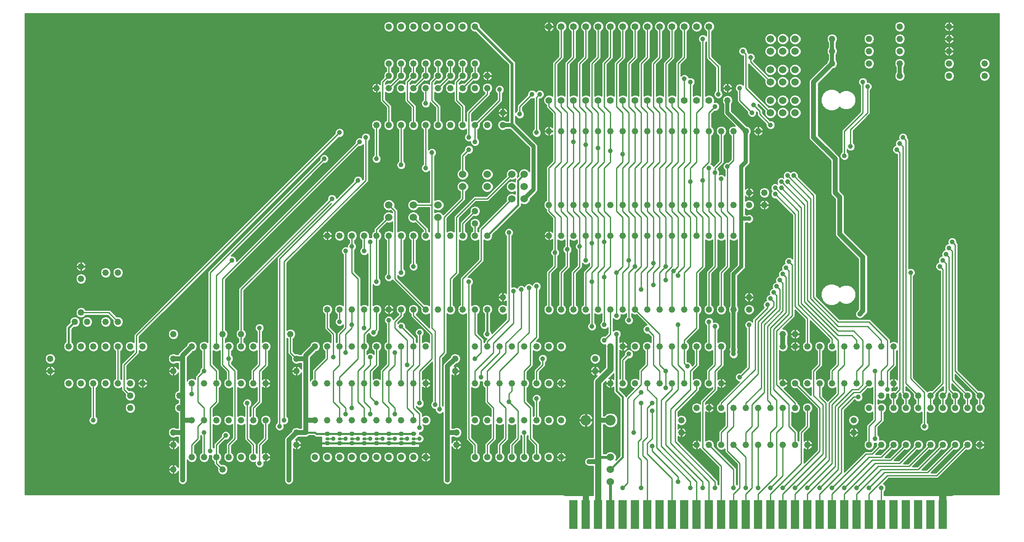
<source format=gbl>
G75*
G70*
%OFA0B0*%
%FSLAX24Y24*%
%IPPOS*%
%LPD*%
%AMOC8*
5,1,8,0,0,1.08239X$1,22.5*
%
%ADD10C,0.0520*%
%ADD11C,0.0600*%
%ADD12C,0.0554*%
%ADD13R,0.0650X0.2350*%
%ADD14C,0.0860*%
%ADD15C,0.2500*%
%ADD16C,0.0475*%
%ADD17C,0.0500*%
%ADD18C,0.0100*%
%ADD19C,0.0396*%
%ADD20C,0.0600*%
%ADD21C,0.0160*%
%ADD22C,0.0320*%
%ADD23C,0.0357*%
%ADD24C,0.0400*%
%ADD25C,0.0240*%
D10*
X012680Y005600D03*
X014180Y006600D03*
X015180Y006600D03*
X016180Y006600D03*
X017180Y006600D03*
X018180Y006600D03*
X019180Y006600D03*
X020180Y006600D03*
X022680Y007600D03*
X022680Y008600D03*
X024180Y009600D03*
X025180Y009600D03*
X026180Y009600D03*
X027180Y009600D03*
X028180Y009600D03*
X029180Y009600D03*
X030180Y009600D03*
X031180Y009600D03*
X032180Y009600D03*
X033180Y009600D03*
X035680Y008600D03*
X035680Y007600D03*
X037180Y006600D03*
X038180Y006600D03*
X039180Y006600D03*
X040180Y006600D03*
X041180Y006600D03*
X042180Y006600D03*
X043180Y006600D03*
X044180Y006600D03*
X044180Y009600D03*
X043180Y009600D03*
X042180Y009600D03*
X041180Y009600D03*
X040180Y009600D03*
X039180Y009600D03*
X038180Y009600D03*
X037180Y009600D03*
X037180Y012600D03*
X038180Y012600D03*
X039180Y012600D03*
X040180Y012600D03*
X041180Y012600D03*
X042180Y012600D03*
X043180Y012600D03*
X044180Y012600D03*
X046930Y013600D03*
X046930Y014600D03*
X048180Y015600D03*
X049180Y015600D03*
X050180Y015600D03*
X051180Y015600D03*
X052180Y015600D03*
X053180Y015600D03*
X054180Y015600D03*
X055180Y015600D03*
X056180Y015600D03*
X057180Y015600D03*
X062180Y015600D03*
X063180Y015600D03*
X064180Y015600D03*
X065180Y015600D03*
X066180Y015600D03*
X067180Y015600D03*
X068180Y015600D03*
X069180Y015600D03*
X070180Y015600D03*
X071180Y015600D03*
X071180Y012600D03*
X070180Y012600D03*
X069180Y012600D03*
X068180Y012600D03*
X067180Y012600D03*
X066180Y012600D03*
X065180Y012600D03*
X064180Y012600D03*
X063180Y012600D03*
X062180Y012600D03*
X062180Y010600D03*
X061180Y010600D03*
X060180Y010600D03*
X059180Y010600D03*
X058180Y010600D03*
X057180Y010600D03*
X056180Y010600D03*
X055180Y010600D03*
X053930Y009600D03*
X053930Y008600D03*
X055180Y007600D03*
X056180Y007600D03*
X057180Y007600D03*
X058180Y007600D03*
X059180Y007600D03*
X060180Y007600D03*
X061180Y007600D03*
X062180Y007600D03*
X063180Y007600D03*
X064180Y007600D03*
X067930Y008600D03*
X069180Y007600D03*
X070180Y007600D03*
X071180Y007600D03*
X072180Y007600D03*
X073180Y007600D03*
X074180Y007600D03*
X075180Y007600D03*
X076180Y007600D03*
X077180Y007600D03*
X078180Y007600D03*
X078180Y010600D03*
X077180Y010600D03*
X076180Y010600D03*
X075180Y010600D03*
X075180Y011600D03*
X076180Y011600D03*
X077180Y011600D03*
X078180Y011600D03*
X074180Y011600D03*
X073180Y011600D03*
X072180Y011600D03*
X071180Y011600D03*
X070180Y011600D03*
X070180Y010600D03*
X069180Y010600D03*
X067930Y009600D03*
X071180Y010600D03*
X072180Y010600D03*
X073180Y010600D03*
X074180Y010600D03*
X064180Y010600D03*
X063180Y010600D03*
X057180Y012600D03*
X056180Y012600D03*
X055180Y012600D03*
X054180Y012600D03*
X053180Y012600D03*
X052180Y012600D03*
X051180Y012600D03*
X050180Y012600D03*
X049180Y012600D03*
X048180Y012600D03*
X044180Y015600D03*
X043180Y015600D03*
X042180Y015600D03*
X041180Y015600D03*
X040180Y015600D03*
X039180Y015600D03*
X038180Y015600D03*
X037180Y015600D03*
X035555Y014600D03*
X035555Y013600D03*
X033180Y012600D03*
X032180Y012600D03*
X031180Y012600D03*
X030180Y012600D03*
X029180Y012600D03*
X028180Y012600D03*
X027180Y012600D03*
X026180Y012600D03*
X025180Y012600D03*
X024180Y012600D03*
X022680Y013600D03*
X022680Y014600D03*
X024180Y015600D03*
X025180Y015600D03*
X026180Y015600D03*
X027180Y015600D03*
X028180Y015600D03*
X029180Y015600D03*
X030180Y015600D03*
X031180Y015600D03*
X032180Y015600D03*
X033180Y015600D03*
X033180Y018600D03*
X032180Y018600D03*
X031180Y018600D03*
X030180Y018600D03*
X029180Y018600D03*
X028180Y018600D03*
X027180Y018600D03*
X026180Y018600D03*
X025180Y018600D03*
X022180Y016600D03*
X020180Y015600D03*
X019180Y015600D03*
X018180Y015600D03*
X017180Y015600D03*
X016180Y015600D03*
X015180Y015600D03*
X014180Y015600D03*
X012680Y014600D03*
X012680Y013600D03*
X014180Y012600D03*
X015180Y012600D03*
X016180Y012600D03*
X017180Y012600D03*
X018180Y012600D03*
X019180Y012600D03*
X020180Y012600D03*
X020180Y009600D03*
X019180Y009600D03*
X018180Y009600D03*
X017180Y009600D03*
X016180Y009600D03*
X015180Y009600D03*
X014180Y009600D03*
X013180Y010600D03*
X013180Y011600D03*
X010180Y012600D03*
X009180Y012600D03*
X008180Y012600D03*
X007180Y012600D03*
X006180Y012600D03*
X005180Y012600D03*
X004180Y012600D03*
X002680Y013600D03*
X002680Y014600D03*
X004180Y015600D03*
X005180Y015600D03*
X006180Y015600D03*
X007180Y015600D03*
X008180Y015600D03*
X009180Y015600D03*
X010180Y015600D03*
X012680Y016600D03*
X016680Y016600D03*
X018180Y016600D03*
X008180Y017600D03*
X007180Y017600D03*
X005680Y017600D03*
X004680Y017600D03*
X005180Y018350D03*
X005180Y021100D03*
X005180Y022100D03*
X007180Y021600D03*
X008180Y021600D03*
X025180Y024600D03*
X026180Y024600D03*
X027180Y024600D03*
X028180Y024600D03*
X029180Y024600D03*
X030180Y024600D03*
X031180Y024600D03*
X032180Y024600D03*
X033180Y024600D03*
X034180Y024600D03*
X035180Y024600D03*
X036180Y024600D03*
X037180Y024600D03*
X038180Y024600D03*
X037180Y025600D03*
X037180Y026600D03*
X043180Y027100D03*
X044180Y027100D03*
X045180Y027100D03*
X046180Y027100D03*
X047180Y027100D03*
X048180Y027100D03*
X049180Y027100D03*
X050180Y027100D03*
X051180Y027100D03*
X052180Y027100D03*
X053180Y027100D03*
X054180Y027100D03*
X055180Y027100D03*
X056180Y027100D03*
X057180Y027100D03*
X058180Y027100D03*
X059430Y027100D03*
X060680Y027100D03*
X060680Y028100D03*
X059430Y028100D03*
X058180Y024600D03*
X057180Y024600D03*
X056180Y024600D03*
X055180Y024600D03*
X054180Y024600D03*
X053180Y024600D03*
X052180Y024600D03*
X051180Y024600D03*
X050180Y024600D03*
X049180Y024600D03*
X048180Y024600D03*
X047180Y024600D03*
X046180Y024600D03*
X045180Y024600D03*
X044180Y024600D03*
X043180Y024600D03*
X039430Y019600D03*
X039430Y018600D03*
X038180Y018600D03*
X037180Y018600D03*
X036180Y018600D03*
X035180Y018600D03*
X034180Y018600D03*
X043180Y018600D03*
X044180Y018600D03*
X045180Y018600D03*
X046180Y018600D03*
X047180Y018600D03*
X048180Y018600D03*
X049180Y018600D03*
X050180Y018600D03*
X051180Y018600D03*
X052180Y018600D03*
X053180Y018600D03*
X054180Y018600D03*
X055180Y018600D03*
X056180Y018600D03*
X057180Y018600D03*
X058180Y018600D03*
X059430Y018600D03*
X059430Y019600D03*
X062180Y016600D03*
X063180Y016600D03*
X033180Y006600D03*
X032180Y006600D03*
X031180Y006600D03*
X030180Y006600D03*
X029180Y006600D03*
X028180Y006600D03*
X027180Y006600D03*
X026180Y006600D03*
X025180Y006600D03*
X024180Y006600D03*
X016680Y005600D03*
X012680Y007600D03*
X012680Y008600D03*
X009180Y010600D03*
X009180Y011600D03*
X043180Y033100D03*
X044180Y033100D03*
X045180Y033100D03*
X046180Y033100D03*
X047180Y033100D03*
X048180Y033100D03*
X049180Y033100D03*
X050180Y033100D03*
X051180Y033100D03*
X052180Y033100D03*
X053180Y033100D03*
X054180Y033100D03*
X055180Y033100D03*
X056180Y033100D03*
X057180Y033100D03*
X058180Y033100D03*
X059180Y033100D03*
X060180Y033100D03*
X057680Y035600D03*
X057680Y036600D03*
X066180Y038600D03*
X066180Y039600D03*
X066180Y040600D03*
X069180Y040600D03*
X069180Y039600D03*
X069180Y038600D03*
X071680Y038600D03*
X071680Y037600D03*
X071680Y039600D03*
X071680Y040600D03*
X071680Y041600D03*
X075680Y041600D03*
X075680Y040600D03*
X075680Y039600D03*
X075680Y038600D03*
X075680Y037600D03*
X078555Y037600D03*
X078555Y038600D03*
X039430Y034600D03*
X039430Y033600D03*
X038180Y033600D03*
X037180Y033600D03*
X036180Y033600D03*
X035180Y033600D03*
X034180Y033600D03*
X033180Y033600D03*
X032180Y033600D03*
X031180Y033600D03*
X030180Y033600D03*
X029180Y033600D03*
X029180Y036600D03*
X030180Y036600D03*
X031180Y036600D03*
X032180Y036600D03*
X033180Y036600D03*
X034180Y036600D03*
X035180Y036600D03*
X036180Y036600D03*
X037180Y036600D03*
X038180Y036600D03*
X038180Y037600D03*
X037180Y037600D03*
X037180Y038600D03*
X036180Y038600D03*
X035180Y038600D03*
X034180Y038600D03*
X033180Y038600D03*
X032180Y038600D03*
X031180Y038600D03*
X030180Y038600D03*
X030180Y037600D03*
X031180Y037600D03*
X032180Y037600D03*
X033180Y037600D03*
X034180Y037600D03*
X035180Y037600D03*
X036180Y037600D03*
X036180Y041600D03*
X035180Y041600D03*
X034180Y041600D03*
X033180Y041600D03*
X032180Y041600D03*
X031180Y041600D03*
X030180Y041600D03*
X037180Y041600D03*
D11*
X061180Y040600D03*
X062180Y040600D03*
X063180Y040600D03*
X063180Y039600D03*
X062180Y039600D03*
X061180Y039600D03*
X061180Y038100D03*
X062180Y038100D03*
X063180Y038100D03*
X063180Y037100D03*
X062180Y037100D03*
X061180Y037100D03*
X061180Y035600D03*
X062180Y035600D03*
X063180Y035600D03*
X063180Y034600D03*
X062180Y034600D03*
X061180Y034600D03*
X041180Y029600D03*
X040180Y029600D03*
X040180Y028600D03*
X041180Y028600D03*
X041180Y027600D03*
X040180Y027600D03*
X038180Y028600D03*
X038180Y029600D03*
X036180Y029600D03*
X036180Y028600D03*
X034180Y027100D03*
X032180Y027100D03*
X030180Y027100D03*
X030180Y026100D03*
X032180Y026100D03*
X034180Y026100D03*
X048180Y006600D03*
X048180Y005600D03*
X048180Y004600D03*
D12*
X048180Y035600D03*
X047180Y035600D03*
X046180Y035600D03*
X045180Y035600D03*
X044180Y035600D03*
X043180Y035600D03*
X049180Y035600D03*
X050180Y035600D03*
X051180Y035600D03*
X052180Y035600D03*
X053180Y035600D03*
X054180Y035600D03*
X055180Y035600D03*
X056180Y035600D03*
X056180Y041600D03*
X055180Y041600D03*
X054180Y041600D03*
X053180Y041600D03*
X052180Y041600D03*
X051180Y041600D03*
X050180Y041600D03*
X049180Y041600D03*
X048180Y041600D03*
X047180Y041600D03*
X046180Y041600D03*
X045180Y041600D03*
X044180Y041600D03*
X043180Y041600D03*
D13*
X045180Y001915D03*
X046180Y001915D03*
X047180Y001915D03*
X048180Y001915D03*
X049180Y001915D03*
X050180Y001915D03*
X051180Y001915D03*
X052180Y001915D03*
X053180Y001915D03*
X054180Y001915D03*
X055180Y001915D03*
X056180Y001915D03*
X057180Y001915D03*
X058180Y001915D03*
X059180Y001915D03*
X060180Y001915D03*
X061180Y001915D03*
X062180Y001915D03*
X063180Y001915D03*
X064180Y001915D03*
X065180Y001915D03*
X066180Y001915D03*
X067180Y001915D03*
X068180Y001915D03*
X069180Y001915D03*
X070180Y001915D03*
X071180Y001915D03*
X072180Y001915D03*
X073180Y001915D03*
X074180Y001915D03*
X075180Y001915D03*
D14*
X048180Y009600D03*
X046180Y009600D03*
D15*
X078180Y005100D03*
X078180Y041100D03*
X002180Y041100D03*
X002180Y005100D03*
D16*
X046180Y004725D03*
X046180Y004225D03*
X046180Y003725D03*
X047180Y003725D03*
X047180Y004225D03*
X047180Y004725D03*
D17*
X047180Y006225D01*
X047180Y006600D01*
X047180Y009600D01*
X047180Y012725D01*
X048180Y013725D01*
X048180Y014600D01*
X048180Y015600D01*
X047180Y004725D02*
X047180Y004225D01*
X047180Y003725D01*
X047180Y001915D01*
X046180Y001915D02*
X046180Y003725D01*
X046180Y004225D01*
X046180Y004725D01*
D18*
X000630Y003550D02*
X000630Y042650D01*
X079730Y042650D01*
X079730Y003550D01*
X076020Y003550D01*
X075855Y003481D01*
X075849Y003475D01*
X070400Y003475D01*
X070400Y003799D01*
X070492Y003891D01*
X070548Y004027D01*
X070548Y004173D01*
X070492Y004309D01*
X070389Y004412D01*
X070328Y004437D01*
X070771Y004880D01*
X074771Y004880D01*
X077071Y007180D01*
X077094Y007170D01*
X077266Y007170D01*
X077424Y007235D01*
X077545Y007356D01*
X077610Y007514D01*
X077610Y007686D01*
X077545Y007844D01*
X077424Y007965D01*
X077266Y008030D01*
X077094Y008030D01*
X076936Y007965D01*
X076815Y007844D01*
X076750Y007686D01*
X076750Y007514D01*
X076760Y007491D01*
X074589Y005320D01*
X074211Y005320D01*
X076071Y007180D01*
X076094Y007170D01*
X076266Y007170D01*
X076424Y007235D01*
X076545Y007356D01*
X076610Y007514D01*
X076610Y007686D01*
X076545Y007844D01*
X076424Y007965D01*
X076266Y008030D01*
X076094Y008030D01*
X075936Y007965D01*
X075815Y007844D01*
X075750Y007686D01*
X075750Y007514D01*
X075760Y007491D01*
X073839Y005570D01*
X073461Y005570D01*
X075071Y007180D01*
X075094Y007170D01*
X075266Y007170D01*
X075424Y007235D01*
X075545Y007356D01*
X075610Y007514D01*
X075610Y007686D01*
X075545Y007844D01*
X075424Y007965D01*
X075266Y008030D01*
X075094Y008030D01*
X074936Y007965D01*
X074815Y007844D01*
X074750Y007686D01*
X074750Y007514D01*
X074760Y007491D01*
X073089Y005820D01*
X072711Y005820D01*
X074071Y007180D01*
X074094Y007170D01*
X074266Y007170D01*
X074424Y007235D01*
X074545Y007356D01*
X074610Y007514D01*
X074610Y007686D01*
X074545Y007844D01*
X074424Y007965D01*
X074266Y008030D01*
X074094Y008030D01*
X073936Y007965D01*
X073815Y007844D01*
X073750Y007686D01*
X073750Y007514D01*
X073760Y007491D01*
X072339Y006070D01*
X071961Y006070D01*
X073071Y007180D01*
X073094Y007170D01*
X073266Y007170D01*
X073424Y007235D01*
X073545Y007356D01*
X073610Y007514D01*
X073610Y007686D01*
X073545Y007844D01*
X073424Y007965D01*
X073266Y008030D01*
X073094Y008030D01*
X072936Y007965D01*
X072815Y007844D01*
X072750Y007686D01*
X072750Y007514D01*
X072760Y007491D01*
X071589Y006320D01*
X071211Y006320D01*
X072071Y007180D01*
X072094Y007170D01*
X072266Y007170D01*
X072424Y007235D01*
X072545Y007356D01*
X072610Y007514D01*
X072610Y007686D01*
X072545Y007844D01*
X072424Y007965D01*
X072266Y008030D01*
X072094Y008030D01*
X071936Y007965D01*
X071815Y007844D01*
X071750Y007686D01*
X071750Y007514D01*
X071760Y007491D01*
X070839Y006570D01*
X070461Y006570D01*
X071071Y007180D01*
X071094Y007170D01*
X071266Y007170D01*
X071424Y007235D01*
X071545Y007356D01*
X071610Y007514D01*
X071610Y007686D01*
X071545Y007844D01*
X071424Y007965D01*
X071266Y008030D01*
X071094Y008030D01*
X070936Y007965D01*
X070815Y007844D01*
X070750Y007686D01*
X070750Y007514D01*
X070760Y007491D01*
X070089Y006820D01*
X069711Y006820D01*
X070071Y007180D01*
X070094Y007170D01*
X070266Y007170D01*
X070424Y007235D01*
X070545Y007356D01*
X070610Y007514D01*
X070610Y007686D01*
X070545Y007844D01*
X070424Y007965D01*
X070266Y008030D01*
X070094Y008030D01*
X070040Y008007D01*
X070048Y008027D01*
X070048Y008173D01*
X069992Y008309D01*
X069900Y008401D01*
X069900Y009009D01*
X070271Y009380D01*
X070400Y009509D01*
X070400Y010226D01*
X070424Y010235D01*
X070545Y010356D01*
X070610Y010514D01*
X070610Y010686D01*
X070545Y010844D01*
X070424Y010965D01*
X070266Y011030D01*
X070094Y011030D01*
X069936Y010965D01*
X069900Y010928D01*
X069900Y011272D01*
X069936Y011235D01*
X070094Y011170D01*
X070266Y011170D01*
X070424Y011235D01*
X070545Y011356D01*
X070610Y011514D01*
X070610Y011686D01*
X070587Y011740D01*
X070607Y011732D01*
X070753Y011732D01*
X070773Y011740D01*
X070750Y011686D01*
X070750Y011514D01*
X070815Y011356D01*
X070936Y011235D01*
X070960Y011226D01*
X070960Y010974D01*
X070936Y010965D01*
X070815Y010844D01*
X070750Y010686D01*
X070750Y010514D01*
X070815Y010356D01*
X070936Y010235D01*
X071094Y010170D01*
X071266Y010170D01*
X071424Y010235D01*
X071545Y010356D01*
X071610Y010514D01*
X071610Y010686D01*
X071545Y010844D01*
X071424Y010965D01*
X071400Y010974D01*
X071400Y011226D01*
X071424Y011235D01*
X071545Y011356D01*
X071610Y011514D01*
X071610Y011686D01*
X071600Y011709D01*
X071710Y011819D01*
X071710Y011759D01*
X071760Y011709D01*
X071750Y011686D01*
X071750Y011514D01*
X071815Y011356D01*
X071936Y011235D01*
X071960Y011226D01*
X071960Y010974D01*
X071936Y010965D01*
X071815Y010844D01*
X071750Y010686D01*
X071750Y010514D01*
X071815Y010356D01*
X071936Y010235D01*
X072094Y010170D01*
X072266Y010170D01*
X072424Y010235D01*
X072545Y010356D01*
X072610Y010514D01*
X072610Y010686D01*
X072545Y010844D01*
X072424Y010965D01*
X072400Y010974D01*
X072400Y011226D01*
X072424Y011235D01*
X072545Y011356D01*
X072610Y011514D01*
X072610Y011686D01*
X072545Y011844D01*
X072424Y011965D01*
X072266Y012030D01*
X072150Y012030D01*
X072150Y012319D01*
X072760Y011709D01*
X072750Y011686D01*
X072750Y011514D01*
X072815Y011356D01*
X072936Y011235D01*
X072960Y011226D01*
X072960Y010974D01*
X072936Y010965D01*
X072815Y010844D01*
X072750Y010686D01*
X072750Y010514D01*
X072815Y010356D01*
X072936Y010235D01*
X073094Y010170D01*
X073266Y010170D01*
X073424Y010235D01*
X073460Y010272D01*
X073460Y009401D01*
X073368Y009309D01*
X073312Y009173D01*
X073312Y009027D01*
X073368Y008891D01*
X073471Y008788D01*
X073607Y008732D01*
X073753Y008732D01*
X073889Y008788D01*
X073992Y008891D01*
X074048Y009027D01*
X074048Y009173D01*
X073992Y009309D01*
X073900Y009401D01*
X073900Y010272D01*
X073936Y010235D01*
X074094Y010170D01*
X074266Y010170D01*
X074424Y010235D01*
X074545Y010356D01*
X074610Y010514D01*
X074610Y010686D01*
X074545Y010844D01*
X074424Y010965D01*
X074400Y010974D01*
X074400Y011226D01*
X074424Y011235D01*
X074545Y011356D01*
X074610Y011514D01*
X074610Y011686D01*
X074600Y011709D01*
X075210Y012319D01*
X075210Y012030D01*
X075094Y012030D01*
X074936Y011965D01*
X074815Y011844D01*
X074750Y011686D01*
X074750Y011514D01*
X074815Y011356D01*
X074936Y011235D01*
X074960Y011226D01*
X074960Y010974D01*
X074936Y010965D01*
X074815Y010844D01*
X074750Y010686D01*
X074750Y010514D01*
X074815Y010356D01*
X074936Y010235D01*
X075094Y010170D01*
X075266Y010170D01*
X075424Y010235D01*
X075545Y010356D01*
X075610Y010514D01*
X075610Y010686D01*
X075545Y010844D01*
X075424Y010965D01*
X075400Y010974D01*
X075400Y011226D01*
X075424Y011235D01*
X075545Y011356D01*
X075610Y011514D01*
X075610Y011686D01*
X075600Y011709D01*
X075650Y011759D01*
X075650Y011819D01*
X075760Y011709D01*
X075750Y011686D01*
X075750Y011514D01*
X075815Y011356D01*
X075936Y011235D01*
X075960Y011226D01*
X075960Y010974D01*
X075936Y010965D01*
X075815Y010844D01*
X075750Y010686D01*
X075750Y010514D01*
X075815Y010356D01*
X075936Y010235D01*
X076094Y010170D01*
X076266Y010170D01*
X076424Y010235D01*
X076545Y010356D01*
X076610Y010514D01*
X076610Y010686D01*
X076545Y010844D01*
X076424Y010965D01*
X076400Y010974D01*
X076400Y011226D01*
X076424Y011235D01*
X076545Y011356D01*
X076610Y011514D01*
X076610Y011686D01*
X076545Y011844D01*
X076424Y011965D01*
X076266Y012030D01*
X076094Y012030D01*
X076071Y012020D01*
X075900Y012191D01*
X075900Y012569D01*
X076760Y011709D01*
X076750Y011686D01*
X076750Y011514D01*
X076815Y011356D01*
X076936Y011235D01*
X076960Y011226D01*
X076960Y010974D01*
X076936Y010965D01*
X076815Y010844D01*
X076750Y010686D01*
X076750Y010514D01*
X076815Y010356D01*
X076936Y010235D01*
X077094Y010170D01*
X077266Y010170D01*
X077424Y010235D01*
X077545Y010356D01*
X077610Y010514D01*
X077610Y010686D01*
X077545Y010844D01*
X077424Y010965D01*
X077400Y010974D01*
X077400Y011226D01*
X077424Y011235D01*
X077545Y011356D01*
X077610Y011514D01*
X077610Y011686D01*
X077545Y011844D01*
X077424Y011965D01*
X077266Y012030D01*
X077094Y012030D01*
X077071Y012020D01*
X076150Y012941D01*
X076150Y013319D01*
X077760Y011709D01*
X077750Y011686D01*
X077750Y011514D01*
X077815Y011356D01*
X077936Y011235D01*
X077960Y011226D01*
X077960Y010974D01*
X077936Y010965D01*
X077815Y010844D01*
X077750Y010686D01*
X077750Y010514D01*
X077815Y010356D01*
X077936Y010235D01*
X078094Y010170D01*
X078266Y010170D01*
X078424Y010235D01*
X078545Y010356D01*
X078610Y010514D01*
X078610Y010686D01*
X078545Y010844D01*
X078424Y010965D01*
X078400Y010974D01*
X078400Y011226D01*
X078424Y011235D01*
X078545Y011356D01*
X078610Y011514D01*
X078610Y011686D01*
X078545Y011844D01*
X078424Y011965D01*
X078266Y012030D01*
X078094Y012030D01*
X078071Y012020D01*
X076400Y013691D01*
X076400Y023941D01*
X076298Y024043D01*
X076298Y024173D01*
X076242Y024309D01*
X076139Y024412D01*
X076003Y024468D01*
X075857Y024468D01*
X075721Y024412D01*
X075618Y024309D01*
X075562Y024173D01*
X075562Y024027D01*
X075589Y023961D01*
X075471Y023912D01*
X075368Y023809D01*
X075312Y023673D01*
X075312Y023527D01*
X075339Y023461D01*
X075221Y023412D01*
X075118Y023309D01*
X075062Y023173D01*
X075062Y023027D01*
X075089Y022961D01*
X074971Y022912D01*
X074868Y022809D01*
X074812Y022673D01*
X074812Y022527D01*
X074839Y022461D01*
X074721Y022412D01*
X074618Y022309D01*
X074562Y022173D01*
X074562Y022027D01*
X074618Y021891D01*
X074721Y021788D01*
X074857Y021732D01*
X074960Y021732D01*
X074960Y012691D01*
X074289Y012020D01*
X074266Y012030D01*
X074094Y012030D01*
X073936Y011965D01*
X073900Y011928D01*
X073900Y011941D01*
X073771Y012070D01*
X072775Y013066D01*
X072775Y021299D01*
X072867Y021391D01*
X072923Y021527D01*
X072923Y021673D01*
X072867Y021809D01*
X072764Y021912D01*
X072628Y021968D01*
X072482Y021968D01*
X072400Y021934D01*
X072400Y032441D01*
X072298Y032543D01*
X072298Y032673D01*
X072242Y032809D01*
X072139Y032912D01*
X072003Y032968D01*
X071857Y032968D01*
X071721Y032912D01*
X071618Y032809D01*
X071562Y032673D01*
X071562Y032527D01*
X071589Y032461D01*
X071471Y032412D01*
X071368Y032309D01*
X071312Y032173D01*
X071312Y032027D01*
X071339Y031961D01*
X071221Y031912D01*
X071118Y031809D01*
X071062Y031673D01*
X071062Y031527D01*
X071118Y031391D01*
X071221Y031288D01*
X071357Y031232D01*
X071460Y031232D01*
X071460Y015928D01*
X071424Y015965D01*
X071266Y016030D01*
X071094Y016030D01*
X070936Y015965D01*
X070900Y015928D01*
X070900Y016191D01*
X070771Y016320D01*
X069271Y017820D01*
X066771Y017820D01*
X064900Y019691D01*
X064900Y027941D01*
X063423Y029418D01*
X063423Y029548D01*
X063367Y029684D01*
X063264Y029787D01*
X063128Y029843D01*
X062982Y029843D01*
X062846Y029787D01*
X062805Y029746D01*
X062764Y029787D01*
X062628Y029843D01*
X062482Y029843D01*
X062346Y029787D01*
X062243Y029684D01*
X062187Y029548D01*
X062187Y029402D01*
X062228Y029302D01*
X062128Y029343D01*
X061982Y029343D01*
X061846Y029287D01*
X061743Y029184D01*
X061687Y029048D01*
X061687Y028902D01*
X061728Y028802D01*
X061628Y028843D01*
X061482Y028843D01*
X061346Y028787D01*
X061243Y028684D01*
X061187Y028548D01*
X061187Y028402D01*
X061243Y028266D01*
X061284Y028225D01*
X061243Y028184D01*
X061187Y028048D01*
X061187Y027902D01*
X061243Y027766D01*
X061346Y027663D01*
X061482Y027607D01*
X061612Y027607D01*
X062960Y026259D01*
X062960Y022716D01*
X062889Y022787D01*
X062753Y022843D01*
X062607Y022843D01*
X062471Y022787D01*
X062368Y022684D01*
X062312Y022548D01*
X062312Y022402D01*
X062339Y022336D01*
X062221Y022287D01*
X062118Y022184D01*
X062062Y022048D01*
X062062Y021902D01*
X062089Y021836D01*
X061971Y021787D01*
X061868Y021684D01*
X061812Y021548D01*
X061812Y021402D01*
X061839Y021336D01*
X061721Y021287D01*
X061618Y021184D01*
X061562Y021048D01*
X061562Y020902D01*
X061589Y020836D01*
X061471Y020787D01*
X061368Y020684D01*
X061312Y020548D01*
X061312Y020402D01*
X061339Y020336D01*
X061221Y020287D01*
X061118Y020184D01*
X061062Y020048D01*
X061062Y019902D01*
X061089Y019836D01*
X060971Y019787D01*
X060868Y019684D01*
X060812Y019548D01*
X060812Y019402D01*
X060839Y019336D01*
X060721Y019287D01*
X060618Y019184D01*
X060562Y019048D01*
X060562Y018902D01*
X060618Y018766D01*
X060639Y018745D01*
X059710Y017816D01*
X059710Y017591D01*
X059639Y017662D01*
X059503Y017718D01*
X059357Y017718D01*
X059221Y017662D01*
X059118Y017559D01*
X059062Y017423D01*
X059062Y017277D01*
X059118Y017141D01*
X059210Y017049D01*
X059210Y013941D01*
X058737Y013468D01*
X058607Y013468D01*
X058471Y013412D01*
X058368Y013309D01*
X058312Y013173D01*
X058312Y013027D01*
X058368Y012891D01*
X058471Y012788D01*
X058607Y012732D01*
X058626Y012732D01*
X056960Y011066D01*
X056960Y010974D01*
X056936Y010965D01*
X056815Y010844D01*
X056750Y010686D01*
X056750Y010514D01*
X056815Y010356D01*
X056936Y010235D01*
X057094Y010170D01*
X057266Y010170D01*
X057424Y010235D01*
X057460Y010272D01*
X057460Y009191D01*
X056960Y008691D01*
X056960Y007974D01*
X056936Y007965D01*
X056815Y007844D01*
X056750Y007686D01*
X056750Y007514D01*
X056815Y007356D01*
X056936Y007235D01*
X057094Y007170D01*
X057266Y007170D01*
X057424Y007235D01*
X057460Y007272D01*
X057460Y007009D01*
X057589Y006880D01*
X058460Y006009D01*
X058460Y004341D01*
X058400Y004401D01*
X058400Y005691D01*
X056600Y007491D01*
X056610Y007514D01*
X056610Y007686D01*
X056545Y007844D01*
X056424Y007965D01*
X056266Y008030D01*
X056094Y008030D01*
X055936Y007965D01*
X055900Y007928D01*
X055900Y010300D01*
X055913Y010287D01*
X055965Y010249D01*
X056023Y010220D01*
X056084Y010200D01*
X056148Y010190D01*
X056150Y010190D01*
X056150Y010570D01*
X056210Y010570D01*
X056210Y010630D01*
X056150Y010630D01*
X056150Y011010D01*
X056148Y011010D01*
X056084Y011000D01*
X056023Y010980D01*
X055900Y010980D01*
X055900Y011009D02*
X056771Y011880D01*
X056900Y012009D01*
X056900Y012300D01*
X056913Y012287D01*
X056965Y012249D01*
X057023Y012220D01*
X057084Y012200D01*
X057148Y012190D01*
X057150Y012190D01*
X057150Y012570D01*
X057210Y012570D01*
X057210Y012630D01*
X057150Y012630D01*
X057150Y013010D01*
X057148Y013010D01*
X057084Y013000D01*
X057023Y012980D01*
X056965Y012951D01*
X056913Y012913D01*
X056900Y012900D01*
X056900Y013509D01*
X057271Y013880D01*
X057400Y014009D01*
X057400Y015226D01*
X057424Y015235D01*
X057545Y015356D01*
X057610Y015514D01*
X057610Y015686D01*
X057545Y015844D01*
X057424Y015965D01*
X057266Y016030D01*
X057094Y016030D01*
X056936Y015965D01*
X056900Y015928D01*
X056900Y016924D01*
X056992Y017016D01*
X057048Y017152D01*
X057048Y017298D01*
X056992Y017434D01*
X056889Y017537D01*
X056753Y017593D01*
X056607Y017593D01*
X056548Y017569D01*
X056548Y017673D01*
X056492Y017809D01*
X056389Y017912D01*
X056253Y017968D01*
X056107Y017968D01*
X055971Y017912D01*
X055868Y017809D01*
X055812Y017673D01*
X055812Y017527D01*
X055868Y017391D01*
X055960Y017299D01*
X055960Y015974D01*
X055936Y015965D01*
X055815Y015844D01*
X055750Y015686D01*
X055750Y015514D01*
X055815Y015356D01*
X055936Y015235D01*
X056094Y015170D01*
X056266Y015170D01*
X056424Y015235D01*
X056460Y015272D01*
X056460Y014191D01*
X056089Y013820D01*
X055960Y013691D01*
X055960Y012974D01*
X055936Y012965D01*
X055815Y012844D01*
X055750Y012686D01*
X055750Y012514D01*
X055815Y012356D01*
X055936Y012235D01*
X056094Y012170D01*
X056266Y012170D01*
X056424Y012235D01*
X056460Y012272D01*
X056460Y012191D01*
X055460Y011191D01*
X055460Y010928D01*
X055424Y010965D01*
X055266Y011030D01*
X055094Y011030D01*
X054936Y010965D01*
X054815Y010844D01*
X054750Y010686D01*
X054750Y010514D01*
X054815Y010356D01*
X054936Y010235D01*
X055094Y010170D01*
X055266Y010170D01*
X055424Y010235D01*
X055460Y010272D01*
X055460Y007900D01*
X055447Y007913D01*
X055395Y007951D01*
X055337Y007980D01*
X055276Y008000D01*
X055212Y008010D01*
X055210Y008010D01*
X055210Y007630D01*
X055150Y007630D01*
X055150Y008010D01*
X055148Y008010D01*
X055084Y008000D01*
X055023Y007980D01*
X054965Y007951D01*
X054913Y007913D01*
X054867Y007867D01*
X054829Y007815D01*
X054800Y007757D01*
X054780Y007696D01*
X054770Y007632D01*
X054770Y007630D01*
X055150Y007630D01*
X055150Y007570D01*
X055210Y007570D01*
X055210Y007190D01*
X055212Y007190D01*
X055276Y007200D01*
X055337Y007220D01*
X055395Y007249D01*
X055447Y007287D01*
X055460Y007300D01*
X055460Y007259D01*
X055589Y007130D01*
X056960Y005759D01*
X056960Y004341D01*
X056900Y004401D01*
X056900Y004691D01*
X053650Y007941D01*
X053650Y008300D01*
X053663Y008287D01*
X053715Y008249D01*
X053773Y008220D01*
X053834Y008200D01*
X053898Y008190D01*
X053900Y008190D01*
X053900Y008570D01*
X053960Y008570D01*
X053960Y008630D01*
X053900Y008630D01*
X053900Y009010D01*
X053898Y009010D01*
X053834Y009000D01*
X053773Y008980D01*
X053715Y008951D01*
X053663Y008913D01*
X053650Y008900D01*
X053650Y009272D01*
X053686Y009235D01*
X053844Y009170D01*
X054016Y009170D01*
X054174Y009235D01*
X054295Y009356D01*
X054360Y009514D01*
X054360Y009686D01*
X054295Y009844D01*
X054174Y009965D01*
X054016Y010030D01*
X053844Y010030D01*
X053686Y009965D01*
X053650Y009928D01*
X053650Y010259D01*
X055271Y011880D01*
X055400Y012009D01*
X055400Y012226D01*
X055424Y012235D01*
X055545Y012356D01*
X055610Y012514D01*
X055610Y012686D01*
X055545Y012844D01*
X055424Y012965D01*
X055266Y013030D01*
X055094Y013030D01*
X054936Y012965D01*
X054900Y012928D01*
X054900Y013509D01*
X055271Y013880D01*
X055271Y013880D01*
X055400Y014009D01*
X055400Y015226D01*
X055424Y015235D01*
X055545Y015356D01*
X055610Y015514D01*
X055610Y015686D01*
X055545Y015844D01*
X055424Y015965D01*
X055266Y016030D01*
X055094Y016030D01*
X054936Y015965D01*
X054815Y015844D01*
X054750Y015686D01*
X054750Y015514D01*
X054815Y015356D01*
X054936Y015235D01*
X054960Y015226D01*
X054960Y014191D01*
X054798Y014029D01*
X054798Y014048D01*
X054742Y014184D01*
X054639Y014287D01*
X054503Y014343D01*
X054400Y014343D01*
X054400Y015226D01*
X054424Y015235D01*
X054545Y015356D01*
X054610Y015514D01*
X054610Y015686D01*
X054545Y015844D01*
X054424Y015965D01*
X054400Y015974D01*
X054400Y016009D01*
X055400Y017009D01*
X055400Y018226D01*
X055424Y018235D01*
X055545Y018356D01*
X055610Y018514D01*
X055610Y018686D01*
X055545Y018844D01*
X055424Y018965D01*
X055400Y018974D01*
X055400Y021509D01*
X055900Y022009D01*
X055900Y024272D01*
X055936Y024235D01*
X056094Y024170D01*
X056266Y024170D01*
X056424Y024235D01*
X056460Y024272D01*
X056460Y022191D01*
X056089Y021820D01*
X055960Y021691D01*
X055960Y018974D01*
X055936Y018965D01*
X055815Y018844D01*
X055750Y018686D01*
X055750Y018514D01*
X055815Y018356D01*
X055936Y018235D01*
X056094Y018170D01*
X056266Y018170D01*
X056424Y018235D01*
X056545Y018356D01*
X056610Y018514D01*
X056610Y018686D01*
X056545Y018844D01*
X056424Y018965D01*
X056400Y018974D01*
X056400Y021509D01*
X056900Y022009D01*
X056900Y024272D01*
X056936Y024235D01*
X057094Y024170D01*
X057266Y024170D01*
X057424Y024235D01*
X057460Y024272D01*
X057460Y022191D01*
X056960Y021691D01*
X056960Y018974D01*
X056936Y018965D01*
X056815Y018844D01*
X056750Y018686D01*
X056750Y018514D01*
X056815Y018356D01*
X056936Y018235D01*
X057094Y018170D01*
X057266Y018170D01*
X057424Y018235D01*
X057545Y018356D01*
X057610Y018514D01*
X057610Y018686D01*
X057545Y018844D01*
X057424Y018965D01*
X057400Y018974D01*
X057400Y021509D01*
X057900Y022009D01*
X057900Y024272D01*
X057936Y024235D01*
X058094Y024170D01*
X058266Y024170D01*
X058424Y024235D01*
X058475Y024287D01*
X058475Y022237D01*
X057900Y021662D01*
X057850Y021541D01*
X057850Y018878D01*
X057815Y018844D01*
X057750Y018686D01*
X057750Y018514D01*
X057815Y018356D01*
X057850Y018322D01*
X057850Y015515D01*
X057812Y015423D01*
X057812Y015277D01*
X057850Y015185D01*
X057850Y015140D01*
X057812Y015048D01*
X057812Y014902D01*
X057868Y014766D01*
X057971Y014663D01*
X058107Y014607D01*
X058253Y014607D01*
X058389Y014663D01*
X058492Y014766D01*
X058548Y014902D01*
X058548Y015048D01*
X058510Y015140D01*
X058510Y015185D01*
X058548Y015277D01*
X058548Y015423D01*
X058510Y015515D01*
X058510Y018322D01*
X058545Y018356D01*
X058610Y018514D01*
X058610Y018686D01*
X058545Y018844D01*
X058510Y018878D01*
X058510Y021338D01*
X058992Y021820D01*
X059085Y021913D01*
X059135Y022034D01*
X059135Y025610D01*
X059220Y025645D01*
X059265Y025645D01*
X059357Y025607D01*
X059503Y025607D01*
X059639Y025663D01*
X059742Y025766D01*
X059798Y025902D01*
X059798Y026048D01*
X059742Y026184D01*
X059639Y026287D01*
X059503Y026343D01*
X059357Y026343D01*
X059265Y026305D01*
X059220Y026305D01*
X059135Y026340D01*
X059135Y026787D01*
X059186Y026735D01*
X059344Y026670D01*
X059516Y026670D01*
X059674Y026735D01*
X059795Y026856D01*
X059860Y027014D01*
X059860Y027186D01*
X059795Y027344D01*
X059674Y027465D01*
X059516Y027530D01*
X059344Y027530D01*
X059186Y027465D01*
X059135Y027413D01*
X059135Y027815D01*
X059163Y027787D01*
X059215Y027749D01*
X059273Y027720D01*
X059334Y027700D01*
X059398Y027690D01*
X059400Y027690D01*
X059400Y028070D01*
X059460Y028070D01*
X059460Y028130D01*
X059400Y028130D01*
X059400Y028510D01*
X059398Y028510D01*
X059334Y028500D01*
X059273Y028480D01*
X059215Y028451D01*
X059163Y028413D01*
X059135Y028385D01*
X059135Y030088D01*
X059367Y030320D01*
X059460Y030413D01*
X059510Y030534D01*
X059510Y032822D01*
X059545Y032856D01*
X059610Y033014D01*
X059610Y033186D01*
X059545Y033344D01*
X059424Y033465D01*
X059266Y033530D01*
X059217Y033530D01*
X058010Y034737D01*
X058010Y035322D01*
X058045Y035356D01*
X058110Y035514D01*
X058110Y035686D01*
X058045Y035844D01*
X057924Y035965D01*
X057766Y036030D01*
X057594Y036030D01*
X057436Y035965D01*
X057315Y035844D01*
X057250Y035686D01*
X057250Y035514D01*
X057315Y035356D01*
X057350Y035322D01*
X057350Y034534D01*
X057400Y034413D01*
X057493Y034320D01*
X058296Y033517D01*
X058266Y033530D01*
X058094Y033530D01*
X057936Y033465D01*
X057815Y033344D01*
X057750Y033186D01*
X057750Y033014D01*
X057815Y032856D01*
X057936Y032735D01*
X057960Y032726D01*
X057960Y030816D01*
X057737Y030593D01*
X057607Y030593D01*
X057471Y030537D01*
X057368Y030434D01*
X057312Y030298D01*
X057312Y030152D01*
X057368Y030016D01*
X057460Y029924D01*
X057460Y029466D01*
X057389Y029537D01*
X057253Y029593D01*
X057107Y029593D01*
X057007Y029552D01*
X057048Y029652D01*
X057048Y029798D01*
X056992Y029934D01*
X056908Y030017D01*
X057400Y030509D01*
X057400Y032726D01*
X057424Y032735D01*
X057545Y032856D01*
X057610Y033014D01*
X057610Y033186D01*
X057545Y033344D01*
X057424Y033465D01*
X057266Y033530D01*
X057094Y033530D01*
X056936Y033465D01*
X056815Y033344D01*
X056750Y033186D01*
X056750Y033014D01*
X056815Y032856D01*
X056936Y032735D01*
X056960Y032726D01*
X056960Y030691D01*
X056589Y030320D01*
X056517Y030248D01*
X056492Y030309D01*
X056389Y030412D01*
X056328Y030437D01*
X056400Y030509D01*
X056400Y032726D01*
X056424Y032735D01*
X056545Y032856D01*
X056610Y033014D01*
X056610Y033186D01*
X056545Y033344D01*
X056424Y033465D01*
X056400Y033474D01*
X056400Y034509D01*
X056623Y034732D01*
X056753Y034732D01*
X056889Y034788D01*
X056992Y034891D01*
X057048Y035027D01*
X057048Y035173D01*
X056992Y035309D01*
X056889Y035412D01*
X056753Y035468D01*
X056609Y035468D01*
X056627Y035511D01*
X056627Y035689D01*
X056559Y035853D01*
X056433Y035979D01*
X056269Y036047D01*
X056091Y036047D01*
X055927Y035979D01*
X055900Y035952D01*
X055900Y040299D01*
X055960Y040359D01*
X055960Y039009D01*
X056710Y038259D01*
X056710Y036401D01*
X056618Y036309D01*
X056562Y036173D01*
X056562Y036027D01*
X056618Y035891D01*
X056721Y035788D01*
X056857Y035732D01*
X057003Y035732D01*
X057139Y035788D01*
X057242Y035891D01*
X057298Y036027D01*
X057298Y036173D01*
X057242Y036309D01*
X057150Y036401D01*
X057150Y038441D01*
X057021Y038570D01*
X056400Y039191D01*
X056400Y041207D01*
X056433Y041221D01*
X056559Y041347D01*
X056627Y041511D01*
X056627Y041689D01*
X056559Y041853D01*
X056433Y041979D01*
X056269Y042047D01*
X056091Y042047D01*
X055927Y041979D01*
X055801Y041853D01*
X055733Y041689D01*
X055733Y041511D01*
X055801Y041347D01*
X055927Y041221D01*
X055960Y041207D01*
X055960Y040841D01*
X055889Y040912D01*
X055753Y040968D01*
X055607Y040968D01*
X055471Y040912D01*
X055368Y040809D01*
X055312Y040673D01*
X055312Y040527D01*
X055368Y040391D01*
X055460Y040299D01*
X055460Y035952D01*
X055433Y035979D01*
X055269Y036047D01*
X055091Y036047D01*
X054927Y035979D01*
X054900Y035952D01*
X054900Y036799D01*
X054992Y036891D01*
X055048Y037027D01*
X055048Y037173D01*
X054992Y037309D01*
X054889Y037412D01*
X054753Y037468D01*
X054607Y037468D01*
X054541Y037441D01*
X054492Y037559D01*
X054389Y037662D01*
X054253Y037718D01*
X054107Y037718D01*
X053971Y037662D01*
X053900Y037591D01*
X053900Y038509D01*
X054271Y038880D01*
X054400Y039009D01*
X054400Y041207D01*
X054433Y041221D01*
X054559Y041347D01*
X054627Y041511D01*
X054627Y041689D01*
X054559Y041853D01*
X054433Y041979D01*
X054269Y042047D01*
X054091Y042047D01*
X053927Y041979D01*
X053801Y041853D01*
X053733Y041689D01*
X053733Y041511D01*
X053801Y041347D01*
X053927Y041221D01*
X053960Y041207D01*
X053960Y039191D01*
X053460Y038691D01*
X053460Y035952D01*
X053433Y035979D01*
X053269Y036047D01*
X053091Y036047D01*
X052927Y035979D01*
X052900Y035952D01*
X052900Y038509D01*
X053271Y038880D01*
X053271Y038880D01*
X053400Y039009D01*
X053400Y041207D01*
X053433Y041221D01*
X053559Y041347D01*
X053627Y041511D01*
X053627Y041689D01*
X053559Y041853D01*
X053433Y041979D01*
X053269Y042047D01*
X053091Y042047D01*
X052927Y041979D01*
X052801Y041853D01*
X052733Y041689D01*
X052733Y041511D01*
X052801Y041347D01*
X052927Y041221D01*
X052960Y041207D01*
X052960Y039191D01*
X052589Y038820D01*
X052589Y038820D01*
X052460Y038691D01*
X052460Y035952D01*
X052433Y035979D01*
X052269Y036047D01*
X052091Y036047D01*
X051927Y035979D01*
X051900Y035952D01*
X051900Y038509D01*
X052271Y038880D01*
X052400Y039009D01*
X052400Y041207D01*
X052433Y041221D01*
X052559Y041347D01*
X052627Y041511D01*
X052627Y041689D01*
X052559Y041853D01*
X052433Y041979D01*
X052269Y042047D01*
X052091Y042047D01*
X051927Y041979D01*
X051801Y041853D01*
X051733Y041689D01*
X051733Y041511D01*
X051801Y041347D01*
X051927Y041221D01*
X051960Y041207D01*
X051960Y039191D01*
X051460Y038691D01*
X051460Y035952D01*
X051433Y035979D01*
X051269Y036047D01*
X051091Y036047D01*
X050927Y035979D01*
X050900Y035952D01*
X050900Y038509D01*
X051400Y039009D01*
X051400Y041207D01*
X051433Y041221D01*
X051559Y041347D01*
X051627Y041511D01*
X051627Y041689D01*
X051559Y041853D01*
X051433Y041979D01*
X051269Y042047D01*
X051091Y042047D01*
X050927Y041979D01*
X050801Y041853D01*
X050733Y041689D01*
X050733Y041511D01*
X050801Y041347D01*
X050927Y041221D01*
X050960Y041207D01*
X050960Y039191D01*
X050589Y038820D01*
X050460Y038691D01*
X050460Y035952D01*
X050433Y035979D01*
X050269Y036047D01*
X050091Y036047D01*
X049927Y035979D01*
X049900Y035952D01*
X049900Y038509D01*
X050271Y038880D01*
X050400Y039009D01*
X050400Y041207D01*
X050433Y041221D01*
X050559Y041347D01*
X050627Y041511D01*
X050627Y041689D01*
X050559Y041853D01*
X050433Y041979D01*
X050269Y042047D01*
X050091Y042047D01*
X049927Y041979D01*
X049801Y041853D01*
X049733Y041689D01*
X049733Y041511D01*
X049801Y041347D01*
X049927Y041221D01*
X049960Y041207D01*
X049960Y039191D01*
X049460Y038691D01*
X049460Y035952D01*
X049433Y035979D01*
X049269Y036047D01*
X049091Y036047D01*
X048927Y035979D01*
X048900Y035952D01*
X048900Y038509D01*
X049400Y039009D01*
X049400Y041207D01*
X049433Y041221D01*
X049559Y041347D01*
X049627Y041511D01*
X049627Y041689D01*
X049559Y041853D01*
X049433Y041979D01*
X049269Y042047D01*
X049091Y042047D01*
X048927Y041979D01*
X048801Y041853D01*
X048733Y041689D01*
X048733Y041511D01*
X048801Y041347D01*
X048927Y041221D01*
X048960Y041207D01*
X048960Y039191D01*
X048589Y038820D01*
X048460Y038691D01*
X048460Y035952D01*
X048433Y035979D01*
X048269Y036047D01*
X048091Y036047D01*
X047927Y035979D01*
X047900Y035952D01*
X047900Y038509D01*
X048400Y039009D01*
X048400Y041207D01*
X048433Y041221D01*
X048559Y041347D01*
X048627Y041511D01*
X048627Y041689D01*
X048559Y041853D01*
X048433Y041979D01*
X048269Y042047D01*
X048091Y042047D01*
X047927Y041979D01*
X047801Y041853D01*
X047733Y041689D01*
X047733Y041511D01*
X047801Y041347D01*
X047927Y041221D01*
X047960Y041207D01*
X047960Y039191D01*
X047589Y038820D01*
X047460Y038691D01*
X047460Y035952D01*
X047433Y035979D01*
X047269Y036047D01*
X047091Y036047D01*
X046927Y035979D01*
X046900Y035952D01*
X046900Y038509D01*
X047400Y039009D01*
X047400Y041207D01*
X047433Y041221D01*
X047559Y041347D01*
X047627Y041511D01*
X047627Y041689D01*
X047559Y041853D01*
X047433Y041979D01*
X047269Y042047D01*
X047091Y042047D01*
X046927Y041979D01*
X046801Y041853D01*
X046733Y041689D01*
X046733Y041511D01*
X046801Y041347D01*
X046927Y041221D01*
X046960Y041207D01*
X046960Y039191D01*
X046589Y038820D01*
X046460Y038691D01*
X046460Y035952D01*
X046433Y035979D01*
X046269Y036047D01*
X046091Y036047D01*
X045927Y035979D01*
X045900Y035952D01*
X045900Y038509D01*
X046400Y039009D01*
X046400Y041207D01*
X046433Y041221D01*
X046559Y041347D01*
X046627Y041511D01*
X046627Y041689D01*
X046559Y041853D01*
X046433Y041979D01*
X046269Y042047D01*
X046091Y042047D01*
X045927Y041979D01*
X045801Y041853D01*
X045733Y041689D01*
X045733Y041511D01*
X045801Y041347D01*
X045927Y041221D01*
X045960Y041207D01*
X045960Y039191D01*
X045589Y038820D01*
X045460Y038691D01*
X045460Y035952D01*
X045433Y035979D01*
X045269Y036047D01*
X045091Y036047D01*
X044927Y035979D01*
X044900Y035952D01*
X044900Y038509D01*
X045400Y039009D01*
X045400Y041207D01*
X045433Y041221D01*
X045559Y041347D01*
X045627Y041511D01*
X045627Y041689D01*
X045559Y041853D01*
X045433Y041979D01*
X045269Y042047D01*
X045091Y042047D01*
X044927Y041979D01*
X044801Y041853D01*
X044733Y041689D01*
X044733Y041511D01*
X044801Y041347D01*
X044927Y041221D01*
X044960Y041207D01*
X044960Y039191D01*
X044589Y038820D01*
X044460Y038691D01*
X044460Y035952D01*
X044433Y035979D01*
X044269Y036047D01*
X044091Y036047D01*
X043927Y035979D01*
X043900Y035952D01*
X043900Y038509D01*
X044271Y038880D01*
X044271Y038880D01*
X044400Y039009D01*
X044400Y041207D01*
X044433Y041221D01*
X044559Y041347D01*
X044627Y041511D01*
X044627Y041689D01*
X044559Y041853D01*
X044433Y041979D01*
X044269Y042047D01*
X044091Y042047D01*
X043927Y041979D01*
X043801Y041853D01*
X043733Y041689D01*
X043733Y041511D01*
X043801Y041347D01*
X043927Y041221D01*
X043960Y041207D01*
X043960Y039191D01*
X043589Y038820D01*
X043589Y038820D01*
X043460Y038691D01*
X043460Y035952D01*
X043433Y035979D01*
X043269Y036047D01*
X043091Y036047D01*
X042927Y035979D01*
X042801Y035853D01*
X042733Y035689D01*
X042733Y035511D01*
X042801Y035347D01*
X042927Y035221D01*
X042960Y035207D01*
X042960Y035009D01*
X043460Y034509D01*
X043460Y033400D01*
X043447Y033413D01*
X043395Y033451D01*
X043337Y033480D01*
X043276Y033500D01*
X043212Y033510D01*
X043210Y033510D01*
X043210Y033130D01*
X043460Y033130D01*
X043460Y033070D01*
X043210Y033070D01*
X043210Y033130D01*
X043150Y033130D01*
X043150Y033510D01*
X043148Y033510D01*
X043084Y033500D01*
X043023Y033480D01*
X042965Y033451D01*
X042913Y033413D01*
X042867Y033367D01*
X042829Y033315D01*
X042800Y033257D01*
X042780Y033196D01*
X042770Y033132D01*
X042770Y033130D01*
X043150Y033130D01*
X043150Y033070D01*
X043210Y033070D01*
X043210Y032690D01*
X043212Y032690D01*
X043276Y032700D01*
X043337Y032720D01*
X043395Y032749D01*
X043447Y032787D01*
X043460Y032800D01*
X043460Y030691D01*
X043089Y030320D01*
X042960Y030191D01*
X042960Y027474D01*
X042936Y027465D01*
X042815Y027344D01*
X042750Y027186D01*
X042750Y027014D01*
X042815Y026856D01*
X042936Y026735D01*
X042960Y026726D01*
X042960Y026509D01*
X043460Y026009D01*
X043460Y024900D01*
X043447Y024913D01*
X043395Y024951D01*
X043337Y024980D01*
X043276Y025000D01*
X043212Y025010D01*
X043210Y025010D01*
X043210Y024630D01*
X043150Y024630D01*
X043150Y025010D01*
X043148Y025010D01*
X043084Y025000D01*
X043023Y024980D01*
X042965Y024951D01*
X042913Y024913D01*
X042867Y024867D01*
X042829Y024815D01*
X042800Y024757D01*
X042780Y024696D01*
X042770Y024632D01*
X042770Y024630D01*
X043150Y024630D01*
X043150Y024570D01*
X043210Y024570D01*
X043210Y024190D01*
X043212Y024190D01*
X043276Y024200D01*
X043337Y024220D01*
X043395Y024249D01*
X043447Y024287D01*
X043460Y024300D01*
X043460Y023526D01*
X043368Y023434D01*
X043312Y023298D01*
X043312Y023152D01*
X043368Y023016D01*
X043460Y022924D01*
X043460Y022191D01*
X043089Y021820D01*
X043089Y021820D01*
X042960Y021691D01*
X042960Y018974D01*
X042936Y018965D01*
X042815Y018844D01*
X042750Y018686D01*
X042750Y018514D01*
X042815Y018356D01*
X042936Y018235D01*
X043094Y018170D01*
X043266Y018170D01*
X043424Y018235D01*
X043545Y018356D01*
X043610Y018514D01*
X043610Y018686D01*
X043545Y018844D01*
X043424Y018965D01*
X043400Y018974D01*
X043400Y021509D01*
X043771Y021880D01*
X043771Y021880D01*
X043900Y022009D01*
X043900Y022924D01*
X043992Y023016D01*
X044048Y023152D01*
X044048Y023298D01*
X043992Y023434D01*
X043900Y023526D01*
X043900Y024272D01*
X043936Y024235D01*
X044094Y024170D01*
X044266Y024170D01*
X044424Y024235D01*
X044460Y024272D01*
X044460Y023776D01*
X044368Y023684D01*
X044312Y023548D01*
X044312Y023402D01*
X044368Y023266D01*
X044460Y023174D01*
X044460Y022191D01*
X044089Y021820D01*
X043960Y021691D01*
X043960Y018974D01*
X043936Y018965D01*
X043815Y018844D01*
X043750Y018686D01*
X043750Y018514D01*
X043815Y018356D01*
X043936Y018235D01*
X044094Y018170D01*
X044266Y018170D01*
X044424Y018235D01*
X044545Y018356D01*
X044610Y018514D01*
X044610Y018686D01*
X044545Y018844D01*
X044424Y018965D01*
X044400Y018974D01*
X044400Y021509D01*
X044900Y022009D01*
X044900Y023174D01*
X044992Y023266D01*
X045048Y023402D01*
X045048Y023548D01*
X044992Y023684D01*
X044900Y023776D01*
X044900Y024272D01*
X044936Y024235D01*
X045094Y024170D01*
X045266Y024170D01*
X045424Y024235D01*
X045460Y024272D01*
X045460Y024026D01*
X045368Y023934D01*
X045312Y023798D01*
X045312Y023652D01*
X045368Y023516D01*
X045460Y023424D01*
X045460Y022191D01*
X045089Y021820D01*
X044960Y021691D01*
X044960Y018974D01*
X044936Y018965D01*
X044815Y018844D01*
X044750Y018686D01*
X044750Y018514D01*
X044815Y018356D01*
X044936Y018235D01*
X045094Y018170D01*
X045266Y018170D01*
X045424Y018235D01*
X045545Y018356D01*
X045610Y018514D01*
X045610Y018686D01*
X045545Y018844D01*
X045424Y018965D01*
X045400Y018974D01*
X045400Y021509D01*
X045900Y022009D01*
X045900Y022359D01*
X045971Y022288D01*
X046107Y022232D01*
X046253Y022232D01*
X046389Y022288D01*
X046460Y022359D01*
X046460Y022191D01*
X046089Y021820D01*
X045960Y021691D01*
X045960Y018974D01*
X045936Y018965D01*
X045815Y018844D01*
X045750Y018686D01*
X045750Y018514D01*
X045815Y018356D01*
X045936Y018235D01*
X046094Y018170D01*
X046266Y018170D01*
X046424Y018235D01*
X046460Y018272D01*
X046460Y017526D01*
X046368Y017434D01*
X046312Y017298D01*
X046312Y017152D01*
X046368Y017016D01*
X046471Y016913D01*
X046607Y016857D01*
X046753Y016857D01*
X046889Y016913D01*
X046992Y017016D01*
X047048Y017152D01*
X047048Y017298D01*
X046992Y017434D01*
X046900Y017526D01*
X046900Y018272D01*
X046936Y018235D01*
X047094Y018170D01*
X047266Y018170D01*
X047424Y018235D01*
X047460Y018272D01*
X047460Y017651D01*
X047368Y017559D01*
X047312Y017423D01*
X047312Y017277D01*
X047368Y017141D01*
X047471Y017038D01*
X047607Y016982D01*
X047753Y016982D01*
X047889Y017038D01*
X047960Y017109D01*
X047960Y016691D01*
X047737Y016468D01*
X047607Y016468D01*
X047471Y016412D01*
X047368Y016309D01*
X047312Y016173D01*
X047312Y016027D01*
X047368Y015891D01*
X047471Y015788D01*
X047607Y015732D01*
X047753Y015732D01*
X047773Y015740D01*
X047750Y015686D01*
X047750Y015514D01*
X047760Y015490D01*
X047760Y013899D01*
X047313Y013452D01*
X047330Y013504D01*
X047340Y013568D01*
X047340Y013570D01*
X046960Y013570D01*
X046960Y013630D01*
X046900Y013630D01*
X046900Y014010D01*
X046898Y014010D01*
X046834Y014000D01*
X046773Y013980D01*
X046715Y013951D01*
X046663Y013913D01*
X046617Y013867D01*
X046579Y013815D01*
X046550Y013757D01*
X046530Y013696D01*
X046520Y013632D01*
X046520Y013630D01*
X046900Y013630D01*
X046900Y013570D01*
X046960Y013570D01*
X046960Y013190D01*
X046962Y013190D01*
X047026Y013200D01*
X047078Y013217D01*
X046824Y012963D01*
X046760Y012809D01*
X046760Y006595D01*
X046356Y006595D01*
X046220Y006539D01*
X046116Y006435D01*
X046060Y006299D01*
X046060Y006151D01*
X046116Y006015D01*
X046220Y005911D01*
X046356Y005855D01*
X046760Y005855D01*
X046760Y003475D01*
X044511Y003475D01*
X044505Y003481D01*
X044340Y003550D01*
X000630Y003550D01*
X000630Y003593D02*
X046760Y003593D01*
X046760Y003691D02*
X000630Y003691D01*
X000630Y003790D02*
X046760Y003790D01*
X046760Y003888D02*
X000630Y003888D01*
X000630Y003987D02*
X046760Y003987D01*
X046760Y004085D02*
X000630Y004085D01*
X000630Y004184D02*
X046760Y004184D01*
X046760Y004282D02*
X000630Y004282D01*
X000630Y004381D02*
X013295Y004381D01*
X013356Y004355D02*
X013504Y004355D01*
X013640Y004411D01*
X013744Y004515D01*
X013800Y004651D01*
X013800Y006394D01*
X013815Y006356D01*
X013936Y006235D01*
X014094Y006170D01*
X014266Y006170D01*
X014424Y006235D01*
X014545Y006356D01*
X014610Y006514D01*
X014610Y006686D01*
X014545Y006844D01*
X014424Y006965D01*
X014400Y006974D01*
X014400Y007509D01*
X014900Y008009D01*
X014900Y008359D01*
X014960Y008299D01*
X014960Y006974D01*
X014936Y006965D01*
X014815Y006844D01*
X014750Y006686D01*
X014750Y006514D01*
X014815Y006356D01*
X014936Y006235D01*
X015094Y006170D01*
X015266Y006170D01*
X015424Y006235D01*
X015545Y006356D01*
X015610Y006514D01*
X015610Y006686D01*
X015587Y006740D01*
X015607Y006732D01*
X015753Y006732D01*
X015773Y006740D01*
X015750Y006686D01*
X015750Y006514D01*
X015815Y006356D01*
X015936Y006235D01*
X015960Y006226D01*
X015960Y006009D01*
X016089Y005880D01*
X016260Y005709D01*
X016250Y005686D01*
X016250Y005514D01*
X016315Y005356D01*
X016436Y005235D01*
X016594Y005170D01*
X016766Y005170D01*
X016924Y005235D01*
X017045Y005356D01*
X017110Y005514D01*
X017110Y005686D01*
X017045Y005844D01*
X016924Y005965D01*
X016766Y006030D01*
X016594Y006030D01*
X016571Y006020D01*
X016400Y006191D01*
X016400Y006226D01*
X016424Y006235D01*
X016545Y006356D01*
X016610Y006514D01*
X016610Y006686D01*
X016545Y006844D01*
X016424Y006965D01*
X016400Y006974D01*
X016400Y007509D01*
X016873Y007982D01*
X017003Y007982D01*
X017139Y008038D01*
X017242Y008141D01*
X017298Y008277D01*
X017298Y008423D01*
X017242Y008559D01*
X017139Y008662D01*
X017003Y008718D01*
X016857Y008718D01*
X016721Y008662D01*
X016618Y008559D01*
X016562Y008423D01*
X016562Y008293D01*
X015960Y007691D01*
X015960Y007341D01*
X015900Y007401D01*
X015900Y009272D01*
X015936Y009235D01*
X016094Y009170D01*
X016266Y009170D01*
X016424Y009235D01*
X016545Y009356D01*
X016610Y009514D01*
X016610Y009686D01*
X016545Y009844D01*
X016424Y009965D01*
X016266Y010030D01*
X016094Y010030D01*
X015936Y009965D01*
X015900Y009928D01*
X015900Y010509D01*
X016400Y011009D01*
X016400Y012226D01*
X016424Y012235D01*
X016545Y012356D01*
X016610Y012514D01*
X016610Y012686D01*
X016545Y012844D01*
X016424Y012965D01*
X016400Y012974D01*
X016400Y013691D01*
X015900Y014191D01*
X015900Y015272D01*
X015936Y015235D01*
X016094Y015170D01*
X016266Y015170D01*
X016424Y015235D01*
X016460Y015272D01*
X016460Y014009D01*
X016589Y013880D01*
X016960Y013509D01*
X016960Y012974D01*
X016936Y012965D01*
X016815Y012844D01*
X016750Y012686D01*
X016750Y012514D01*
X016815Y012356D01*
X016936Y012235D01*
X017094Y012170D01*
X017266Y012170D01*
X017424Y012235D01*
X017460Y012272D01*
X017460Y009928D01*
X017424Y009965D01*
X017266Y010030D01*
X017094Y010030D01*
X016936Y009965D01*
X016815Y009844D01*
X016750Y009686D01*
X016750Y009514D01*
X016815Y009356D01*
X016936Y009235D01*
X017094Y009170D01*
X017266Y009170D01*
X017424Y009235D01*
X017460Y009272D01*
X017460Y008191D01*
X017089Y007820D01*
X016960Y007691D01*
X016960Y006974D01*
X016936Y006965D01*
X016815Y006844D01*
X016750Y006686D01*
X016750Y006514D01*
X016815Y006356D01*
X016936Y006235D01*
X017094Y006170D01*
X017266Y006170D01*
X017424Y006235D01*
X017545Y006356D01*
X017610Y006514D01*
X017610Y006686D01*
X017545Y006844D01*
X017424Y006965D01*
X017400Y006974D01*
X017400Y007509D01*
X017900Y008009D01*
X017900Y009272D01*
X017936Y009235D01*
X018094Y009170D01*
X018266Y009170D01*
X018424Y009235D01*
X018460Y009272D01*
X018460Y008009D01*
X018589Y007880D01*
X018960Y007509D01*
X018960Y006974D01*
X018936Y006965D01*
X018815Y006844D01*
X018750Y006686D01*
X018750Y006514D01*
X018815Y006356D01*
X018936Y006235D01*
X019094Y006170D01*
X019266Y006170D01*
X019320Y006193D01*
X019312Y006173D01*
X019312Y006027D01*
X019368Y005891D01*
X019471Y005788D01*
X019607Y005732D01*
X019753Y005732D01*
X019889Y005788D01*
X019992Y005891D01*
X020048Y006027D01*
X020048Y006173D01*
X020030Y006218D01*
X020084Y006200D01*
X020148Y006190D01*
X020150Y006190D01*
X020150Y006570D01*
X020210Y006570D01*
X020210Y006630D01*
X020150Y006630D01*
X020150Y007010D01*
X020148Y007010D01*
X020084Y007000D01*
X020023Y006980D01*
X019965Y006951D01*
X019913Y006913D01*
X019900Y006900D01*
X019900Y007509D01*
X020271Y007880D01*
X020400Y008009D01*
X020400Y009226D01*
X020424Y009235D01*
X020545Y009356D01*
X020610Y009514D01*
X020610Y009686D01*
X020545Y009844D01*
X020424Y009965D01*
X020266Y010030D01*
X020094Y010030D01*
X019936Y009965D01*
X019815Y009844D01*
X019750Y009686D01*
X019750Y009514D01*
X019815Y009356D01*
X019936Y009235D01*
X019960Y009226D01*
X019960Y008191D01*
X019460Y007691D01*
X019460Y006928D01*
X019424Y006965D01*
X019400Y006974D01*
X019400Y007691D01*
X018900Y008191D01*
X018900Y009272D01*
X018936Y009235D01*
X019094Y009170D01*
X019266Y009170D01*
X019424Y009235D01*
X019545Y009356D01*
X019610Y009514D01*
X019610Y009686D01*
X019545Y009844D01*
X019424Y009965D01*
X019400Y009974D01*
X019400Y010509D01*
X019771Y010880D01*
X019900Y011009D01*
X019900Y012300D01*
X019913Y012287D01*
X019965Y012249D01*
X020023Y012220D01*
X020084Y012200D01*
X020148Y012190D01*
X020150Y012190D01*
X020150Y012570D01*
X020210Y012570D01*
X020210Y012630D01*
X020150Y012630D01*
X020150Y013010D01*
X020148Y013010D01*
X020084Y013000D01*
X020023Y012980D01*
X019965Y012951D01*
X019913Y012913D01*
X019900Y012900D01*
X019900Y013509D01*
X020271Y013880D01*
X020400Y014009D01*
X020400Y015226D01*
X020424Y015235D01*
X020545Y015356D01*
X020610Y015514D01*
X020610Y015686D01*
X020545Y015844D01*
X020424Y015965D01*
X020266Y016030D01*
X020094Y016030D01*
X019936Y015965D01*
X019900Y015928D01*
X019900Y016799D01*
X019992Y016891D01*
X020048Y017027D01*
X020048Y017173D01*
X019992Y017309D01*
X019889Y017412D01*
X019753Y017468D01*
X019607Y017468D01*
X019471Y017412D01*
X019368Y017309D01*
X019312Y017173D01*
X019312Y017027D01*
X019368Y016891D01*
X019460Y016799D01*
X019460Y015928D01*
X019424Y015965D01*
X019266Y016030D01*
X019094Y016030D01*
X018936Y015965D01*
X018815Y015844D01*
X018750Y015686D01*
X018750Y015514D01*
X018815Y015356D01*
X018936Y015235D01*
X019094Y015170D01*
X019266Y015170D01*
X019424Y015235D01*
X019460Y015272D01*
X019460Y014191D01*
X019089Y013820D01*
X018960Y013691D01*
X018960Y012974D01*
X018936Y012965D01*
X018815Y012844D01*
X018750Y012686D01*
X018750Y012514D01*
X018815Y012356D01*
X018936Y012235D01*
X019094Y012170D01*
X019266Y012170D01*
X019424Y012235D01*
X019460Y012272D01*
X019460Y011191D01*
X018960Y010691D01*
X018960Y009974D01*
X018936Y009965D01*
X018900Y009928D01*
X018900Y010674D01*
X018992Y010766D01*
X019048Y010902D01*
X019048Y011048D01*
X018992Y011184D01*
X018889Y011287D01*
X018753Y011343D01*
X018607Y011343D01*
X018471Y011287D01*
X018368Y011184D01*
X018312Y011048D01*
X018312Y010902D01*
X018368Y010766D01*
X018460Y010674D01*
X018460Y009928D01*
X018424Y009965D01*
X018266Y010030D01*
X018094Y010030D01*
X017936Y009965D01*
X017900Y009928D01*
X017900Y012272D01*
X017936Y012235D01*
X018094Y012170D01*
X018266Y012170D01*
X018424Y012235D01*
X018545Y012356D01*
X018610Y012514D01*
X018610Y012686D01*
X018545Y012844D01*
X018424Y012965D01*
X018266Y013030D01*
X018094Y013030D01*
X017936Y012965D01*
X017900Y012928D01*
X017900Y013691D01*
X017771Y013820D01*
X017400Y014191D01*
X017400Y014299D01*
X017492Y014391D01*
X017548Y014527D01*
X017548Y014673D01*
X017492Y014809D01*
X017400Y014901D01*
X017400Y015226D01*
X017424Y015235D01*
X017545Y015356D01*
X017610Y015514D01*
X017610Y015686D01*
X017545Y015844D01*
X017424Y015965D01*
X017266Y016030D01*
X017094Y016030D01*
X016936Y015965D01*
X016900Y015928D01*
X016900Y016226D01*
X016924Y016235D01*
X017045Y016356D01*
X017110Y016514D01*
X017110Y016686D01*
X017045Y016844D01*
X016924Y016965D01*
X016900Y016974D01*
X016900Y021009D01*
X027748Y031857D01*
X027878Y031857D01*
X028014Y031913D01*
X028085Y031984D01*
X028085Y029191D01*
X028048Y029154D01*
X028048Y029173D01*
X027992Y029309D01*
X027889Y029412D01*
X027753Y029468D01*
X027607Y029468D01*
X027471Y029412D01*
X027368Y029309D01*
X027312Y029173D01*
X027312Y029043D01*
X025923Y027654D01*
X025923Y027673D01*
X025867Y027809D01*
X025764Y027912D01*
X025628Y027968D01*
X025482Y027968D01*
X025346Y027912D01*
X025243Y027809D01*
X025187Y027673D01*
X025187Y027543D01*
X017960Y020316D01*
X017960Y016974D01*
X017936Y016965D01*
X017815Y016844D01*
X017750Y016686D01*
X017750Y016514D01*
X017815Y016356D01*
X017936Y016235D01*
X017960Y016226D01*
X017960Y015974D01*
X017936Y015965D01*
X017815Y015844D01*
X017750Y015686D01*
X017750Y015514D01*
X017815Y015356D01*
X017936Y015235D01*
X018094Y015170D01*
X018266Y015170D01*
X018424Y015235D01*
X018545Y015356D01*
X018610Y015514D01*
X018610Y015686D01*
X018545Y015844D01*
X018424Y015965D01*
X018400Y015974D01*
X018400Y016226D01*
X018424Y016235D01*
X018545Y016356D01*
X018610Y016514D01*
X018610Y016686D01*
X018545Y016844D01*
X018424Y016965D01*
X018400Y016974D01*
X018400Y020134D01*
X025498Y027232D01*
X025501Y027232D01*
X021085Y022816D01*
X021085Y009401D01*
X020993Y009309D01*
X020937Y009173D01*
X020937Y009027D01*
X020993Y008891D01*
X021096Y008788D01*
X021232Y008732D01*
X021378Y008732D01*
X021514Y008788D01*
X021617Y008891D01*
X021673Y009027D01*
X021673Y009173D01*
X021649Y009232D01*
X021753Y009232D01*
X021889Y009288D01*
X021992Y009391D01*
X022048Y009527D01*
X022048Y009673D01*
X021992Y009809D01*
X021900Y009901D01*
X021900Y016272D01*
X021936Y016235D01*
X021960Y016226D01*
X021960Y015009D01*
X022260Y014709D01*
X022250Y014686D01*
X022250Y014514D01*
X022315Y014356D01*
X022436Y014235D01*
X022594Y014170D01*
X022766Y014170D01*
X022910Y014230D01*
X023060Y014230D01*
X023060Y013757D01*
X023060Y013757D01*
X023031Y013815D01*
X022993Y013867D01*
X022947Y013913D01*
X022895Y013951D01*
X022837Y013980D01*
X022776Y014000D01*
X022712Y014010D01*
X022710Y014010D01*
X022710Y013630D01*
X022650Y013630D01*
X022650Y014010D01*
X022648Y014010D01*
X022584Y014000D01*
X022523Y013980D01*
X022465Y013951D01*
X022413Y013913D01*
X022367Y013867D01*
X022329Y013815D01*
X022300Y013757D01*
X022280Y013696D01*
X022270Y013632D01*
X022270Y013630D01*
X022650Y013630D01*
X022650Y013570D01*
X022710Y013570D01*
X022710Y013190D01*
X022712Y013190D01*
X022776Y013200D01*
X022837Y013220D01*
X022895Y013249D01*
X022947Y013287D01*
X022993Y013333D01*
X023031Y013385D01*
X023060Y013443D01*
X023060Y008970D01*
X022910Y008970D01*
X022766Y009030D01*
X022594Y009030D01*
X022436Y008965D01*
X022315Y008844D01*
X022255Y008699D01*
X021845Y008289D01*
X021741Y008185D01*
X021685Y008049D01*
X021685Y004651D01*
X021741Y004515D01*
X021845Y004411D01*
X021981Y004355D01*
X022129Y004355D01*
X022265Y004411D01*
X022369Y004515D01*
X022425Y004651D01*
X022425Y007278D01*
X022465Y007249D01*
X022523Y007220D01*
X022584Y007200D01*
X022648Y007190D01*
X022650Y007190D01*
X022650Y007570D01*
X022710Y007570D01*
X022710Y007630D01*
X022650Y007630D01*
X022650Y008010D01*
X022648Y008010D01*
X022607Y008004D01*
X022779Y008175D01*
X022910Y008230D01*
X023504Y008230D01*
X023640Y008286D01*
X023703Y008350D01*
X024076Y008350D01*
X024163Y008263D01*
X024255Y008225D01*
X024705Y008225D01*
X024705Y007434D01*
X023056Y007434D01*
X023060Y007443D02*
X023080Y007504D01*
X023090Y007568D01*
X023090Y007570D01*
X022710Y007570D01*
X022710Y007190D01*
X022712Y007190D01*
X022776Y007200D01*
X022837Y007220D01*
X022895Y007249D01*
X022947Y007287D01*
X022993Y007333D01*
X023031Y007385D01*
X023060Y007443D01*
X023084Y007533D02*
X024705Y007533D01*
X024705Y007631D02*
X023090Y007631D01*
X023090Y007630D02*
X023090Y007632D01*
X023080Y007696D01*
X023060Y007757D01*
X023031Y007815D01*
X022993Y007867D01*
X022947Y007913D01*
X022895Y007951D01*
X022837Y007980D01*
X022776Y008000D01*
X022712Y008010D01*
X022710Y008010D01*
X022710Y007630D01*
X023090Y007630D01*
X023069Y007730D02*
X024705Y007730D01*
X024705Y007828D02*
X023021Y007828D01*
X022928Y007927D02*
X024705Y007927D01*
X024705Y008025D02*
X022628Y008025D01*
X022650Y007927D02*
X022710Y007927D01*
X022710Y007828D02*
X022650Y007828D01*
X022650Y007730D02*
X022710Y007730D01*
X022710Y007631D02*
X022650Y007631D01*
X022650Y007533D02*
X022710Y007533D01*
X022710Y007434D02*
X022650Y007434D01*
X022650Y007336D02*
X022710Y007336D01*
X022710Y007237D02*
X022650Y007237D01*
X022489Y007237D02*
X022425Y007237D01*
X022425Y007139D02*
X034560Y007139D01*
X034560Y007237D02*
X022871Y007237D01*
X022995Y007336D02*
X034560Y007336D01*
X034560Y007434D02*
X032655Y007434D01*
X032655Y007752D01*
X032749Y007752D01*
X032877Y007805D01*
X032975Y007903D01*
X033028Y008031D01*
X033028Y008169D01*
X032975Y008297D01*
X032877Y008395D01*
X032749Y008448D01*
X032655Y008448D01*
X032655Y008607D01*
X032753Y008607D01*
X032889Y008663D01*
X032992Y008766D01*
X033048Y008902D01*
X033048Y009048D01*
X032992Y009184D01*
X032943Y009233D01*
X033094Y009170D01*
X033266Y009170D01*
X033424Y009235D01*
X033545Y009356D01*
X033610Y009514D01*
X033610Y009686D01*
X033545Y009844D01*
X033424Y009965D01*
X033266Y010030D01*
X033094Y010030D01*
X032936Y009965D01*
X032900Y009928D01*
X032900Y010191D01*
X032400Y010691D01*
X032400Y010734D01*
X032471Y010663D01*
X032607Y010607D01*
X032753Y010607D01*
X032889Y010663D01*
X032992Y010766D01*
X033048Y010902D01*
X033048Y011048D01*
X032992Y011184D01*
X032900Y011276D01*
X032900Y012300D01*
X032913Y012287D01*
X032965Y012249D01*
X033023Y012220D01*
X033084Y012200D01*
X033148Y012190D01*
X033150Y012190D01*
X033150Y012570D01*
X033210Y012570D01*
X033210Y012630D01*
X033150Y012630D01*
X033150Y013010D01*
X033148Y013010D01*
X033084Y013000D01*
X033023Y012980D01*
X032965Y012951D01*
X032913Y012913D01*
X032900Y012900D01*
X032900Y013509D01*
X033710Y014319D01*
X033710Y011151D01*
X033618Y011059D01*
X033562Y010923D01*
X033562Y010777D01*
X033618Y010641D01*
X033721Y010538D01*
X033857Y010482D01*
X033937Y010482D01*
X033937Y010402D01*
X033993Y010266D01*
X034096Y010163D01*
X034232Y010107D01*
X034378Y010107D01*
X034514Y010163D01*
X034560Y010209D01*
X034560Y004651D01*
X034616Y004515D01*
X034720Y004411D01*
X034856Y004355D01*
X035004Y004355D01*
X035140Y004411D01*
X035244Y004515D01*
X035300Y004651D01*
X035300Y007443D01*
X035300Y007443D01*
X035329Y007385D01*
X035367Y007333D01*
X035413Y007287D01*
X035465Y007249D01*
X035523Y007220D01*
X035584Y007200D01*
X035648Y007190D01*
X035650Y007190D01*
X035650Y007570D01*
X035710Y007570D01*
X035710Y007630D01*
X035650Y007630D01*
X035650Y008010D01*
X035648Y008010D01*
X035584Y008000D01*
X035523Y007980D01*
X035465Y007951D01*
X035413Y007913D01*
X035367Y007867D01*
X035329Y007815D01*
X035300Y007757D01*
X035300Y008230D01*
X035450Y008230D01*
X035594Y008170D01*
X035766Y008170D01*
X035924Y008235D01*
X036045Y008356D01*
X036110Y008514D01*
X036110Y008686D01*
X036045Y008844D01*
X035924Y008965D01*
X035766Y009030D01*
X035594Y009030D01*
X035450Y008970D01*
X035300Y008970D01*
X035300Y013278D01*
X035340Y013249D01*
X035398Y013220D01*
X035459Y013200D01*
X035523Y013190D01*
X035525Y013190D01*
X035525Y013570D01*
X035585Y013570D01*
X035585Y013630D01*
X035525Y013630D01*
X035525Y014010D01*
X035523Y014010D01*
X035482Y014004D01*
X035654Y014175D01*
X035799Y014235D01*
X035920Y014356D01*
X035985Y014514D01*
X035985Y014686D01*
X035920Y014844D01*
X035799Y014965D01*
X035641Y015030D01*
X035469Y015030D01*
X035311Y014965D01*
X035190Y014844D01*
X035130Y014699D01*
X034616Y014185D01*
X034560Y014049D01*
X034560Y010741D01*
X034525Y010776D01*
X034525Y014634D01*
X034771Y014880D01*
X034900Y015009D01*
X034900Y018272D01*
X034936Y018235D01*
X035094Y018170D01*
X035266Y018170D01*
X035424Y018235D01*
X035545Y018356D01*
X035610Y018514D01*
X035610Y018686D01*
X035545Y018844D01*
X035424Y018965D01*
X035400Y018974D01*
X035400Y021009D01*
X035771Y021380D01*
X035900Y021509D01*
X035900Y024272D01*
X035936Y024235D01*
X036094Y024170D01*
X036266Y024170D01*
X036424Y024235D01*
X036545Y024356D01*
X036610Y024514D01*
X036610Y024686D01*
X036545Y024844D01*
X036424Y024965D01*
X036400Y024974D01*
X036400Y025509D01*
X037071Y026180D01*
X037094Y026170D01*
X037266Y026170D01*
X037424Y026235D01*
X037545Y026356D01*
X037610Y026514D01*
X037610Y026686D01*
X037545Y026844D01*
X037424Y026965D01*
X037266Y027030D01*
X037094Y027030D01*
X036936Y026965D01*
X036815Y026844D01*
X036750Y026686D01*
X036750Y026514D01*
X036760Y026491D01*
X035960Y025691D01*
X035960Y024974D01*
X035936Y024965D01*
X035900Y024928D01*
X035900Y026009D01*
X037271Y027380D01*
X038271Y027380D01*
X040040Y029149D01*
X040087Y029130D01*
X040273Y029130D01*
X040446Y029202D01*
X040455Y029210D01*
X040430Y029150D01*
X040430Y029005D01*
X040273Y029070D01*
X040087Y029070D01*
X039914Y028998D01*
X039782Y028866D01*
X039710Y028693D01*
X039710Y028507D01*
X039782Y028334D01*
X039914Y028202D01*
X040087Y028130D01*
X040273Y028130D01*
X040430Y028195D01*
X040430Y028005D01*
X040273Y028070D01*
X040087Y028070D01*
X039914Y027998D01*
X039782Y027866D01*
X039710Y027693D01*
X039710Y027507D01*
X039729Y027460D01*
X037589Y025320D01*
X037460Y025191D01*
X037460Y024928D01*
X037424Y024965D01*
X037400Y024974D01*
X037400Y025226D01*
X037424Y025235D01*
X037545Y025356D01*
X037610Y025514D01*
X037610Y025686D01*
X037545Y025844D01*
X037424Y025965D01*
X037266Y026030D01*
X037094Y026030D01*
X036936Y025965D01*
X036815Y025844D01*
X036750Y025686D01*
X036750Y025514D01*
X036815Y025356D01*
X036936Y025235D01*
X036960Y025226D01*
X036960Y024974D01*
X036936Y024965D01*
X036815Y024844D01*
X036750Y024686D01*
X036750Y024514D01*
X036815Y024356D01*
X036936Y024235D01*
X037094Y024170D01*
X037266Y024170D01*
X037424Y024235D01*
X037460Y024272D01*
X037460Y022691D01*
X036089Y021320D01*
X035960Y021191D01*
X035960Y018974D01*
X035936Y018965D01*
X035815Y018844D01*
X035750Y018686D01*
X035750Y018514D01*
X035815Y018356D01*
X035936Y018235D01*
X036094Y018170D01*
X036266Y018170D01*
X036424Y018235D01*
X036460Y018272D01*
X036460Y008009D01*
X036589Y007880D01*
X036960Y007509D01*
X036960Y006974D01*
X036936Y006965D01*
X036815Y006844D01*
X036750Y006686D01*
X036750Y006514D01*
X036815Y006356D01*
X036936Y006235D01*
X037094Y006170D01*
X037266Y006170D01*
X037424Y006235D01*
X037545Y006356D01*
X037610Y006514D01*
X037610Y006686D01*
X037545Y006844D01*
X037424Y006965D01*
X037400Y006974D01*
X037400Y007691D01*
X036900Y008191D01*
X036900Y009272D01*
X036936Y009235D01*
X037094Y009170D01*
X037266Y009170D01*
X037424Y009235D01*
X037545Y009356D01*
X037610Y009514D01*
X037610Y009686D01*
X037545Y009844D01*
X037424Y009965D01*
X037266Y010030D01*
X037094Y010030D01*
X036936Y009965D01*
X036900Y009928D01*
X036900Y012272D01*
X036936Y012235D01*
X037094Y012170D01*
X037266Y012170D01*
X037424Y012235D01*
X037545Y012356D01*
X037610Y012514D01*
X037610Y012686D01*
X037587Y012740D01*
X037607Y012732D01*
X037753Y012732D01*
X037773Y012740D01*
X037750Y012686D01*
X037750Y012514D01*
X037815Y012356D01*
X037936Y012235D01*
X037960Y012226D01*
X037960Y011009D01*
X038460Y010509D01*
X038460Y009928D01*
X038424Y009965D01*
X038266Y010030D01*
X038094Y010030D01*
X037936Y009965D01*
X037815Y009844D01*
X037750Y009686D01*
X037750Y009514D01*
X037815Y009356D01*
X037936Y009235D01*
X038094Y009170D01*
X038266Y009170D01*
X038424Y009235D01*
X038460Y009272D01*
X038460Y008191D01*
X038089Y007820D01*
X037960Y007691D01*
X037960Y006974D01*
X037936Y006965D01*
X037815Y006844D01*
X037750Y006686D01*
X037750Y006514D01*
X037815Y006356D01*
X037936Y006235D01*
X038094Y006170D01*
X038266Y006170D01*
X038424Y006235D01*
X038545Y006356D01*
X038610Y006514D01*
X038610Y006686D01*
X038545Y006844D01*
X038424Y006965D01*
X038400Y006974D01*
X038400Y007509D01*
X038900Y008009D01*
X038900Y009272D01*
X038936Y009235D01*
X039094Y009170D01*
X039266Y009170D01*
X039424Y009235D01*
X039460Y009272D01*
X039460Y008191D01*
X039089Y007820D01*
X038960Y007691D01*
X038960Y006974D01*
X038936Y006965D01*
X038815Y006844D01*
X038750Y006686D01*
X038750Y006514D01*
X038815Y006356D01*
X038936Y006235D01*
X039094Y006170D01*
X039266Y006170D01*
X039424Y006235D01*
X039545Y006356D01*
X039610Y006514D01*
X039610Y006686D01*
X039545Y006844D01*
X039424Y006965D01*
X039400Y006974D01*
X039400Y007509D01*
X039900Y008009D01*
X039900Y009272D01*
X039936Y009235D01*
X040094Y009170D01*
X040266Y009170D01*
X040424Y009235D01*
X040460Y009272D01*
X040460Y008191D01*
X039960Y007691D01*
X039960Y006974D01*
X039936Y006965D01*
X039815Y006844D01*
X039750Y006686D01*
X039750Y006514D01*
X039815Y006356D01*
X039936Y006235D01*
X040094Y006170D01*
X040266Y006170D01*
X040424Y006235D01*
X040545Y006356D01*
X040610Y006514D01*
X040610Y006686D01*
X040545Y006844D01*
X040424Y006965D01*
X040400Y006974D01*
X040400Y007509D01*
X040771Y007880D01*
X040900Y008009D01*
X040900Y008359D01*
X040960Y008299D01*
X040960Y006974D01*
X040936Y006965D01*
X040815Y006844D01*
X040750Y006686D01*
X040750Y006514D01*
X040815Y006356D01*
X040936Y006235D01*
X041094Y006170D01*
X041266Y006170D01*
X041424Y006235D01*
X041545Y006356D01*
X041610Y006514D01*
X041610Y006686D01*
X041545Y006844D01*
X041424Y006965D01*
X041400Y006974D01*
X041400Y008299D01*
X041460Y008359D01*
X041460Y008009D01*
X041589Y007880D01*
X041960Y007509D01*
X041960Y006974D01*
X041936Y006965D01*
X041815Y006844D01*
X041750Y006686D01*
X041750Y006514D01*
X041815Y006356D01*
X041936Y006235D01*
X042094Y006170D01*
X042266Y006170D01*
X042424Y006235D01*
X042545Y006356D01*
X042610Y006514D01*
X042610Y006686D01*
X042545Y006844D01*
X042424Y006965D01*
X042400Y006974D01*
X042400Y007691D01*
X041900Y008191D01*
X041900Y009272D01*
X041936Y009235D01*
X042094Y009170D01*
X042266Y009170D01*
X042424Y009235D01*
X042545Y009356D01*
X042610Y009514D01*
X042610Y009686D01*
X042545Y009844D01*
X042424Y009965D01*
X042400Y009974D01*
X042400Y011049D01*
X042492Y011141D01*
X042548Y011277D01*
X042548Y011423D01*
X042492Y011559D01*
X042389Y011662D01*
X042253Y011718D01*
X042107Y011718D01*
X041971Y011662D01*
X041868Y011559D01*
X041812Y011423D01*
X041812Y011277D01*
X041868Y011141D01*
X041960Y011049D01*
X041960Y009974D01*
X041936Y009965D01*
X041900Y009928D01*
X041900Y010691D01*
X041400Y011191D01*
X041400Y012226D01*
X041424Y012235D01*
X041545Y012356D01*
X041610Y012514D01*
X041610Y012686D01*
X041545Y012844D01*
X041424Y012965D01*
X041400Y012974D01*
X041400Y013509D01*
X041771Y013880D01*
X041900Y014009D01*
X041900Y015272D01*
X041936Y015235D01*
X042094Y015170D01*
X042266Y015170D01*
X042424Y015235D01*
X042545Y015356D01*
X042610Y015514D01*
X042610Y015686D01*
X042545Y015844D01*
X042424Y015965D01*
X042266Y016030D01*
X042171Y016030D01*
X042271Y016130D01*
X042400Y016259D01*
X042400Y020174D01*
X042492Y020266D01*
X042548Y020402D01*
X042548Y020548D01*
X042492Y020684D01*
X042389Y020787D01*
X042253Y020843D01*
X042107Y020843D01*
X041971Y020787D01*
X041868Y020684D01*
X041831Y020595D01*
X041764Y020662D01*
X041628Y020718D01*
X041482Y020718D01*
X041346Y020662D01*
X041243Y020559D01*
X041206Y020470D01*
X041139Y020537D01*
X041003Y020593D01*
X040857Y020593D01*
X040721Y020537D01*
X040618Y020434D01*
X040581Y020345D01*
X040514Y020412D01*
X040378Y020468D01*
X040232Y020468D01*
X040150Y020434D01*
X040150Y024549D01*
X040242Y024641D01*
X040298Y024777D01*
X040298Y024923D01*
X040242Y025059D01*
X040139Y025162D01*
X040003Y025218D01*
X039857Y025218D01*
X039721Y025162D01*
X039618Y025059D01*
X039562Y024923D01*
X039562Y024777D01*
X039618Y024641D01*
X039710Y024549D01*
X039710Y019900D01*
X039697Y019913D01*
X039645Y019951D01*
X039587Y019980D01*
X039526Y020000D01*
X039462Y020010D01*
X039460Y020010D01*
X039460Y019630D01*
X039400Y019630D01*
X039400Y020010D01*
X039398Y020010D01*
X039334Y020000D01*
X039273Y019980D01*
X039215Y019951D01*
X039163Y019913D01*
X039117Y019867D01*
X039079Y019815D01*
X039050Y019757D01*
X039030Y019696D01*
X039020Y019632D01*
X039020Y019630D01*
X039400Y019630D01*
X039400Y019570D01*
X039460Y019570D01*
X039460Y019190D01*
X039462Y019190D01*
X039526Y019200D01*
X039587Y019220D01*
X039645Y019249D01*
X039697Y019287D01*
X039710Y019300D01*
X039710Y018928D01*
X039674Y018965D01*
X039516Y019030D01*
X039344Y019030D01*
X039186Y018965D01*
X039065Y018844D01*
X039000Y018686D01*
X039000Y018514D01*
X039065Y018356D01*
X039186Y018235D01*
X039344Y018170D01*
X039516Y018170D01*
X039674Y018235D01*
X039710Y018272D01*
X039710Y017816D01*
X038548Y016654D01*
X038548Y016673D01*
X038492Y016809D01*
X038430Y016871D01*
X038430Y018242D01*
X038545Y018356D01*
X038610Y018514D01*
X038610Y018686D01*
X038545Y018844D01*
X038424Y018965D01*
X038266Y019030D01*
X038094Y019030D01*
X037936Y018965D01*
X037815Y018844D01*
X037750Y018686D01*
X037750Y018514D01*
X037815Y018356D01*
X037930Y018242D01*
X037930Y016871D01*
X037868Y016809D01*
X037812Y016673D01*
X037812Y016527D01*
X037868Y016391D01*
X037971Y016288D01*
X038107Y016232D01*
X038126Y016232D01*
X037960Y016066D01*
X037960Y015974D01*
X037936Y015965D01*
X037900Y015928D01*
X037900Y016191D01*
X037771Y016320D01*
X037400Y016691D01*
X037400Y018226D01*
X037424Y018235D01*
X037545Y018356D01*
X037610Y018514D01*
X037610Y018686D01*
X037545Y018844D01*
X037424Y018965D01*
X037266Y019030D01*
X037094Y019030D01*
X036936Y018965D01*
X036900Y018928D01*
X036900Y020549D01*
X036992Y020641D01*
X037048Y020777D01*
X037048Y020923D01*
X036992Y021059D01*
X036889Y021162D01*
X036753Y021218D01*
X036609Y021218D01*
X037900Y022509D01*
X037900Y024272D01*
X037936Y024235D01*
X038094Y024170D01*
X038266Y024170D01*
X038424Y024235D01*
X038545Y024356D01*
X038610Y024514D01*
X038610Y024676D01*
X040892Y026958D01*
X040930Y027050D01*
X040930Y027195D01*
X041087Y027130D01*
X041273Y027130D01*
X041446Y027202D01*
X041578Y027334D01*
X041650Y027507D01*
X041650Y027603D01*
X042210Y028163D01*
X042260Y028284D01*
X042260Y031916D01*
X042210Y032037D01*
X042117Y032130D01*
X040470Y033777D01*
X040470Y034322D01*
X040493Y034266D01*
X040596Y034163D01*
X040732Y034107D01*
X040878Y034107D01*
X041014Y034163D01*
X041117Y034266D01*
X041173Y034402D01*
X041173Y034548D01*
X041117Y034684D01*
X041025Y034776D01*
X041025Y035009D01*
X041748Y035732D01*
X041878Y035732D01*
X041960Y035766D01*
X041960Y033276D01*
X041868Y033184D01*
X041812Y033048D01*
X041812Y032902D01*
X041868Y032766D01*
X041971Y032663D01*
X042107Y032607D01*
X042253Y032607D01*
X042389Y032663D01*
X042492Y032766D01*
X042548Y032902D01*
X042548Y033048D01*
X042492Y033184D01*
X042400Y033276D01*
X042400Y035732D01*
X042503Y035732D01*
X042639Y035788D01*
X042742Y035891D01*
X042798Y036027D01*
X042798Y036173D01*
X042742Y036309D01*
X042639Y036412D01*
X042503Y036468D01*
X042357Y036468D01*
X042221Y036412D01*
X042118Y036309D01*
X042117Y036307D01*
X042117Y036309D01*
X042014Y036412D01*
X041878Y036468D01*
X041732Y036468D01*
X041596Y036412D01*
X041493Y036309D01*
X041437Y036173D01*
X041437Y036043D01*
X040714Y035320D01*
X040585Y035191D01*
X040585Y034776D01*
X040493Y034684D01*
X040470Y034628D01*
X040470Y038658D01*
X040426Y038764D01*
X037610Y041580D01*
X037610Y041686D01*
X037545Y041844D01*
X037424Y041965D01*
X037266Y042030D01*
X037094Y042030D01*
X036936Y041965D01*
X036815Y041844D01*
X036750Y041686D01*
X036750Y041514D01*
X036815Y041356D01*
X036936Y041235D01*
X037094Y041170D01*
X037200Y041170D01*
X039890Y038480D01*
X039890Y033930D01*
X039708Y033930D01*
X039674Y033965D01*
X039516Y034030D01*
X039344Y034030D01*
X039186Y033965D01*
X039065Y033844D01*
X039000Y033686D01*
X039000Y033514D01*
X039065Y033356D01*
X039186Y033235D01*
X039344Y033170D01*
X039516Y033170D01*
X039674Y033235D01*
X039708Y033270D01*
X040043Y033270D01*
X041600Y031713D01*
X041600Y029814D01*
X041578Y029866D01*
X041446Y029998D01*
X041273Y030070D01*
X041087Y030070D01*
X040914Y029998D01*
X040782Y029866D01*
X040710Y029693D01*
X040710Y029507D01*
X040717Y029490D01*
X040591Y029365D01*
X040650Y029507D01*
X040650Y029693D01*
X040578Y029866D01*
X040446Y029998D01*
X040273Y030070D01*
X040087Y030070D01*
X039914Y029998D01*
X039782Y029866D01*
X039710Y029693D01*
X039710Y029507D01*
X039729Y029460D01*
X038089Y027820D01*
X037089Y027820D01*
X036960Y027691D01*
X035460Y026191D01*
X035460Y024928D01*
X035424Y024965D01*
X035266Y025030D01*
X035094Y025030D01*
X034936Y024965D01*
X034900Y024928D01*
X034900Y026009D01*
X036271Y027380D01*
X036400Y027509D01*
X036400Y028182D01*
X036446Y028202D01*
X036578Y028334D01*
X036650Y028507D01*
X036650Y028693D01*
X036578Y028866D01*
X036446Y028998D01*
X036273Y029070D01*
X036087Y029070D01*
X035914Y028998D01*
X035782Y028866D01*
X035710Y028693D01*
X035710Y028507D01*
X035782Y028334D01*
X035914Y028202D01*
X035960Y028182D01*
X035960Y027691D01*
X034595Y026326D01*
X034578Y026366D01*
X034446Y026498D01*
X034273Y026570D01*
X034087Y026570D01*
X033914Y026498D01*
X033900Y026485D01*
X033900Y026715D01*
X033914Y026702D01*
X034087Y026630D01*
X034273Y026630D01*
X034446Y026702D01*
X034578Y026834D01*
X034650Y027007D01*
X034650Y027193D01*
X034578Y027366D01*
X034446Y027498D01*
X034273Y027570D01*
X034087Y027570D01*
X033914Y027498D01*
X033900Y027485D01*
X033900Y031049D01*
X033992Y031141D01*
X034048Y031277D01*
X034048Y031423D01*
X033992Y031559D01*
X033889Y031662D01*
X033753Y031718D01*
X033607Y031718D01*
X033471Y031662D01*
X033400Y031591D01*
X033400Y033226D01*
X033424Y033235D01*
X033545Y033356D01*
X033610Y033514D01*
X033610Y033686D01*
X033545Y033844D01*
X033424Y033965D01*
X033266Y034030D01*
X033094Y034030D01*
X032936Y033965D01*
X032815Y033844D01*
X032750Y033686D01*
X032750Y033514D01*
X032815Y033356D01*
X032936Y033235D01*
X032960Y033226D01*
X032960Y030401D01*
X032868Y030309D01*
X032812Y030173D01*
X032812Y030027D01*
X032868Y029891D01*
X032971Y029788D01*
X033107Y029732D01*
X033253Y029732D01*
X033389Y029788D01*
X033460Y029859D01*
X033460Y027320D01*
X032598Y027320D01*
X032578Y027366D01*
X032446Y027498D01*
X032273Y027570D01*
X032087Y027570D01*
X031914Y027498D01*
X031782Y027366D01*
X031710Y027193D01*
X031710Y027007D01*
X031782Y026834D01*
X031914Y026702D01*
X032087Y026630D01*
X032273Y026630D01*
X032446Y026702D01*
X032578Y026834D01*
X032598Y026880D01*
X033460Y026880D01*
X033460Y024928D01*
X033424Y024965D01*
X033400Y024974D01*
X033400Y025191D01*
X032631Y025960D01*
X032650Y026007D01*
X032650Y026193D01*
X032578Y026366D01*
X032446Y026498D01*
X032273Y026570D01*
X032087Y026570D01*
X031914Y026498D01*
X031782Y026366D01*
X031710Y026193D01*
X031710Y026007D01*
X031782Y025834D01*
X031914Y025702D01*
X032087Y025630D01*
X032273Y025630D01*
X032320Y025649D01*
X032960Y025009D01*
X032960Y024974D01*
X032936Y024965D01*
X032815Y024844D01*
X032750Y024686D01*
X032750Y024514D01*
X032815Y024356D01*
X032936Y024235D01*
X033094Y024170D01*
X033266Y024170D01*
X033424Y024235D01*
X033460Y024272D01*
X033460Y018928D01*
X033424Y018965D01*
X033266Y019030D01*
X033094Y019030D01*
X033071Y019020D01*
X030900Y021191D01*
X030900Y021359D01*
X030971Y021288D01*
X031107Y021232D01*
X031253Y021232D01*
X031389Y021288D01*
X031492Y021391D01*
X031548Y021527D01*
X031548Y021673D01*
X031492Y021809D01*
X031400Y021901D01*
X031400Y024226D01*
X031424Y024235D01*
X031545Y024356D01*
X031610Y024514D01*
X031610Y024686D01*
X031545Y024844D01*
X031424Y024965D01*
X031266Y025030D01*
X031094Y025030D01*
X030936Y024965D01*
X030900Y024928D01*
X030900Y026691D01*
X030631Y026960D01*
X030650Y027007D01*
X030650Y027193D01*
X030578Y027366D01*
X030446Y027498D01*
X030273Y027570D01*
X030087Y027570D01*
X029914Y027498D01*
X029782Y027366D01*
X029710Y027193D01*
X029710Y027007D01*
X029782Y026834D01*
X029914Y026702D01*
X030087Y026630D01*
X030273Y026630D01*
X030320Y026649D01*
X030460Y026509D01*
X030460Y026485D01*
X030446Y026498D01*
X030273Y026570D01*
X030087Y026570D01*
X029914Y026498D01*
X029782Y026366D01*
X029710Y026193D01*
X029710Y026007D01*
X029729Y025960D01*
X029089Y025320D01*
X028960Y025191D01*
X028960Y024974D01*
X028936Y024965D01*
X028815Y024844D01*
X028750Y024686D01*
X028750Y024514D01*
X028773Y024460D01*
X028753Y024468D01*
X028607Y024468D01*
X028587Y024460D01*
X028610Y024514D01*
X028610Y024686D01*
X028545Y024844D01*
X028424Y024965D01*
X028266Y025030D01*
X028094Y025030D01*
X027936Y024965D01*
X027815Y024844D01*
X027750Y024686D01*
X027750Y024514D01*
X027815Y024356D01*
X027936Y024235D01*
X027960Y024226D01*
X027960Y023651D01*
X027868Y023559D01*
X027812Y023423D01*
X027812Y023277D01*
X027868Y023141D01*
X027971Y023038D01*
X028107Y022982D01*
X028253Y022982D01*
X028389Y023038D01*
X028460Y023109D01*
X028460Y018928D01*
X028424Y018965D01*
X028266Y019030D01*
X028094Y019030D01*
X027936Y018965D01*
X027900Y018928D01*
X027900Y021191D01*
X027771Y021320D01*
X027400Y021691D01*
X027400Y023424D01*
X027492Y023516D01*
X027548Y023652D01*
X027548Y023798D01*
X027492Y023934D01*
X027400Y024026D01*
X027400Y024226D01*
X027424Y024235D01*
X027545Y024356D01*
X027610Y024514D01*
X027610Y024686D01*
X027545Y024844D01*
X027424Y024965D01*
X027266Y025030D01*
X027094Y025030D01*
X026936Y024965D01*
X026815Y024844D01*
X026750Y024686D01*
X026750Y024514D01*
X026815Y024356D01*
X026936Y024235D01*
X026960Y024226D01*
X026960Y024026D01*
X026868Y023934D01*
X026812Y023798D01*
X026812Y023694D01*
X026753Y023718D01*
X026607Y023718D01*
X026471Y023662D01*
X026368Y023559D01*
X026312Y023423D01*
X026312Y023277D01*
X026368Y023141D01*
X026460Y023049D01*
X026460Y018928D01*
X026424Y018965D01*
X026266Y019030D01*
X026094Y019030D01*
X025936Y018965D01*
X025815Y018844D01*
X025750Y018686D01*
X025750Y018514D01*
X025815Y018356D01*
X025936Y018235D01*
X025960Y018226D01*
X025960Y017901D01*
X025868Y017809D01*
X025812Y017673D01*
X025812Y017527D01*
X025868Y017391D01*
X025971Y017288D01*
X026107Y017232D01*
X026253Y017232D01*
X026389Y017288D01*
X026460Y017359D01*
X026460Y017191D01*
X026089Y016820D01*
X025960Y016691D01*
X025960Y015974D01*
X025936Y015965D01*
X025900Y015928D01*
X025900Y016691D01*
X025400Y017191D01*
X025400Y018226D01*
X025424Y018235D01*
X025545Y018356D01*
X025610Y018514D01*
X025610Y018686D01*
X025545Y018844D01*
X025424Y018965D01*
X025266Y019030D01*
X025094Y019030D01*
X024936Y018965D01*
X024815Y018844D01*
X024750Y018686D01*
X024750Y018514D01*
X024815Y018356D01*
X024936Y018235D01*
X024960Y018226D01*
X024960Y017009D01*
X025089Y016880D01*
X025460Y016509D01*
X025460Y015928D01*
X025424Y015965D01*
X025266Y016030D01*
X025094Y016030D01*
X024936Y015965D01*
X024815Y015844D01*
X024750Y015686D01*
X024750Y015514D01*
X024815Y015356D01*
X024936Y015235D01*
X024960Y015226D01*
X024960Y014691D01*
X023960Y013691D01*
X023960Y012974D01*
X023936Y012965D01*
X023815Y012844D01*
X023800Y012806D01*
X023800Y014697D01*
X024279Y015175D01*
X024424Y015235D01*
X024545Y015356D01*
X024610Y015514D01*
X024610Y015686D01*
X024545Y015844D01*
X024424Y015965D01*
X024266Y016030D01*
X024094Y016030D01*
X023936Y015965D01*
X023815Y015844D01*
X023755Y015699D01*
X023116Y015060D01*
X023079Y014970D01*
X022910Y014970D01*
X022766Y015030D01*
X022594Y015030D01*
X022571Y015020D01*
X022400Y015191D01*
X022400Y016226D01*
X022424Y016235D01*
X022545Y016356D01*
X022610Y016514D01*
X022610Y016686D01*
X022545Y016844D01*
X022424Y016965D01*
X022266Y017030D01*
X022094Y017030D01*
X021936Y016965D01*
X021900Y016928D01*
X021900Y022384D01*
X028396Y028880D01*
X028525Y029009D01*
X028525Y032299D01*
X028617Y032391D01*
X028673Y032527D01*
X028673Y032673D01*
X028617Y032809D01*
X028514Y032912D01*
X028378Y032968D01*
X028232Y032968D01*
X028096Y032912D01*
X027993Y032809D01*
X027937Y032673D01*
X027937Y032569D01*
X027878Y032593D01*
X027732Y032593D01*
X027596Y032537D01*
X027493Y032434D01*
X027437Y032298D01*
X027437Y032168D01*
X017798Y022529D01*
X017798Y022673D01*
X017742Y022809D01*
X017639Y022912D01*
X017503Y022968D01*
X017359Y022968D01*
X024873Y030482D01*
X025003Y030482D01*
X025139Y030538D01*
X025242Y030641D01*
X025298Y030777D01*
X025298Y030923D01*
X025242Y031059D01*
X025139Y031162D01*
X025003Y031218D01*
X024857Y031218D01*
X024721Y031162D01*
X024618Y031059D01*
X024562Y030923D01*
X024562Y030793D01*
X015460Y021691D01*
X015460Y015928D01*
X015424Y015965D01*
X015266Y016030D01*
X015094Y016030D01*
X014936Y015965D01*
X014815Y015844D01*
X014750Y015686D01*
X014750Y015514D01*
X014815Y015356D01*
X014936Y015235D01*
X014960Y015226D01*
X014960Y013901D01*
X014868Y013809D01*
X014812Y013673D01*
X014812Y013543D01*
X014589Y013320D01*
X014589Y013320D01*
X014460Y013191D01*
X014460Y012928D01*
X014424Y012965D01*
X014266Y013030D01*
X014094Y013030D01*
X013936Y012965D01*
X013815Y012844D01*
X013800Y012806D01*
X013800Y014697D01*
X014279Y015175D01*
X014424Y015235D01*
X014545Y015356D01*
X014610Y015514D01*
X014610Y015686D01*
X014545Y015844D01*
X014424Y015965D01*
X014266Y016030D01*
X014094Y016030D01*
X013936Y015965D01*
X013815Y015844D01*
X013755Y015699D01*
X013116Y015060D01*
X013079Y014970D01*
X012910Y014970D01*
X012766Y015030D01*
X012594Y015030D01*
X012436Y014965D01*
X012315Y014844D01*
X012250Y014686D01*
X012250Y014514D01*
X012315Y014356D01*
X012436Y014235D01*
X012594Y014170D01*
X012766Y014170D01*
X012910Y014230D01*
X013060Y014230D01*
X013060Y013757D01*
X013060Y013757D01*
X013031Y013815D01*
X012993Y013867D01*
X012947Y013913D01*
X012895Y013951D01*
X012837Y013980D01*
X012776Y014000D01*
X012712Y014010D01*
X012710Y014010D01*
X012710Y013630D01*
X012650Y013630D01*
X012650Y014010D01*
X012648Y014010D01*
X012584Y014000D01*
X012523Y013980D01*
X012465Y013951D01*
X012413Y013913D01*
X012367Y013867D01*
X012329Y013815D01*
X012300Y013757D01*
X012280Y013696D01*
X012270Y013632D01*
X012270Y013630D01*
X012650Y013630D01*
X012650Y013570D01*
X012710Y013570D01*
X012710Y013190D01*
X012712Y013190D01*
X012776Y013200D01*
X012837Y013220D01*
X012895Y013249D01*
X012947Y013287D01*
X012993Y013333D01*
X013031Y013385D01*
X013060Y013443D01*
X013060Y012016D01*
X012936Y011965D01*
X012815Y011844D01*
X012750Y011686D01*
X012750Y011514D01*
X012815Y011356D01*
X012936Y011235D01*
X013060Y011184D01*
X013060Y011016D01*
X012936Y010965D01*
X012815Y010844D01*
X012750Y010686D01*
X012750Y010514D01*
X012815Y010356D01*
X012936Y010235D01*
X013060Y010184D01*
X013060Y008970D01*
X012910Y008970D01*
X012766Y009030D01*
X012594Y009030D01*
X012436Y008965D01*
X012315Y008844D01*
X012250Y008686D01*
X012250Y008514D01*
X012315Y008356D01*
X012436Y008235D01*
X012594Y008170D01*
X012766Y008170D01*
X012910Y008230D01*
X013060Y008230D01*
X013060Y007757D01*
X013060Y007757D01*
X013031Y007815D01*
X012993Y007867D01*
X012947Y007913D01*
X012895Y007951D01*
X012837Y007980D01*
X012776Y008000D01*
X012712Y008010D01*
X012710Y008010D01*
X012710Y007630D01*
X012650Y007630D01*
X012650Y008010D01*
X012648Y008010D01*
X012584Y008000D01*
X012523Y007980D01*
X012465Y007951D01*
X012413Y007913D01*
X012367Y007867D01*
X012329Y007815D01*
X012300Y007757D01*
X012280Y007696D01*
X012270Y007632D01*
X012270Y007630D01*
X012650Y007630D01*
X012650Y007570D01*
X012710Y007570D01*
X012710Y007190D01*
X012712Y007190D01*
X012776Y007200D01*
X012837Y007220D01*
X012895Y007249D01*
X012947Y007287D01*
X012993Y007333D01*
X013031Y007385D01*
X013060Y007443D01*
X013060Y005757D01*
X013060Y005757D01*
X013031Y005815D01*
X012993Y005867D01*
X012947Y005913D01*
X012895Y005951D01*
X012837Y005980D01*
X012776Y006000D01*
X012712Y006010D01*
X012710Y006010D01*
X012710Y005630D01*
X012650Y005630D01*
X012650Y006010D01*
X012648Y006010D01*
X012584Y006000D01*
X012523Y005980D01*
X012465Y005951D01*
X012413Y005913D01*
X012367Y005867D01*
X012329Y005815D01*
X012300Y005757D01*
X012280Y005696D01*
X012270Y005632D01*
X012270Y005630D01*
X012650Y005630D01*
X012650Y005570D01*
X012710Y005570D01*
X012710Y005190D01*
X012712Y005190D01*
X012776Y005200D01*
X012837Y005220D01*
X012895Y005249D01*
X012947Y005287D01*
X012993Y005333D01*
X013031Y005385D01*
X013060Y005443D01*
X013060Y004651D01*
X013116Y004515D01*
X013220Y004411D01*
X013356Y004355D01*
X013565Y004381D02*
X021920Y004381D01*
X021778Y004479D02*
X013707Y004479D01*
X013769Y004578D02*
X021716Y004578D01*
X021685Y004676D02*
X013800Y004676D01*
X013800Y004775D02*
X021685Y004775D01*
X021685Y004873D02*
X013800Y004873D01*
X013800Y004972D02*
X021685Y004972D01*
X021685Y005070D02*
X013800Y005070D01*
X013800Y005169D02*
X021685Y005169D01*
X021685Y005267D02*
X016955Y005267D01*
X017048Y005366D02*
X021685Y005366D01*
X021685Y005464D02*
X017089Y005464D01*
X017110Y005563D02*
X021685Y005563D01*
X021685Y005661D02*
X017110Y005661D01*
X017079Y005760D02*
X019540Y005760D01*
X019401Y005858D02*
X017030Y005858D01*
X016932Y005957D02*
X019341Y005957D01*
X019312Y006055D02*
X016536Y006055D01*
X016438Y006154D02*
X019312Y006154D01*
X019680Y006100D02*
X019680Y007600D01*
X020180Y008100D01*
X020180Y009600D01*
X020610Y009601D02*
X021085Y009601D01*
X021085Y009503D02*
X020605Y009503D01*
X020564Y009404D02*
X021085Y009404D01*
X020992Y009306D02*
X020494Y009306D01*
X020400Y009207D02*
X020951Y009207D01*
X020937Y009109D02*
X020400Y009109D01*
X020400Y009010D02*
X020944Y009010D01*
X020985Y008912D02*
X020400Y008912D01*
X020400Y008813D02*
X021071Y008813D01*
X021305Y009100D02*
X021305Y022725D01*
X027680Y029100D01*
X027312Y029104D02*
X024995Y029104D01*
X024897Y029006D02*
X027274Y029006D01*
X027176Y028907D02*
X024798Y028907D01*
X024700Y028809D02*
X027077Y028809D01*
X026979Y028710D02*
X024601Y028710D01*
X024503Y028612D02*
X026880Y028612D01*
X026782Y028513D02*
X024404Y028513D01*
X024306Y028415D02*
X026683Y028415D01*
X026585Y028316D02*
X024207Y028316D01*
X024109Y028218D02*
X026486Y028218D01*
X026388Y028119D02*
X024010Y028119D01*
X023912Y028021D02*
X026289Y028021D01*
X026191Y027922D02*
X025739Y027922D01*
X025852Y027824D02*
X026092Y027824D01*
X025994Y027725D02*
X025902Y027725D01*
X025555Y027600D02*
X018180Y020225D01*
X018180Y016600D01*
X018180Y015600D01*
X018483Y015905D02*
X018877Y015905D01*
X018800Y015807D02*
X018560Y015807D01*
X018601Y015708D02*
X018759Y015708D01*
X018750Y015610D02*
X018610Y015610D01*
X018609Y015511D02*
X018751Y015511D01*
X018792Y015413D02*
X018568Y015413D01*
X018502Y015314D02*
X018858Y015314D01*
X018985Y015216D02*
X018375Y015216D01*
X017985Y015216D02*
X017400Y015216D01*
X017400Y015117D02*
X019460Y015117D01*
X019460Y015019D02*
X017400Y015019D01*
X017400Y014920D02*
X019460Y014920D01*
X019460Y014822D02*
X017479Y014822D01*
X017527Y014723D02*
X019460Y014723D01*
X019460Y014625D02*
X017548Y014625D01*
X017548Y014526D02*
X019460Y014526D01*
X019460Y014428D02*
X017507Y014428D01*
X017430Y014329D02*
X019460Y014329D01*
X019460Y014231D02*
X017400Y014231D01*
X017459Y014132D02*
X019401Y014132D01*
X019302Y014034D02*
X017558Y014034D01*
X017656Y013935D02*
X019204Y013935D01*
X019105Y013837D02*
X017755Y013837D01*
X017853Y013738D02*
X019007Y013738D01*
X018960Y013640D02*
X017900Y013640D01*
X017900Y013541D02*
X018960Y013541D01*
X018960Y013443D02*
X017900Y013443D01*
X017900Y013344D02*
X018960Y013344D01*
X018960Y013246D02*
X017900Y013246D01*
X017900Y013147D02*
X018960Y013147D01*
X018960Y013049D02*
X017900Y013049D01*
X017900Y012950D02*
X017922Y012950D01*
X018438Y012950D02*
X018922Y012950D01*
X018823Y012852D02*
X018537Y012852D01*
X018582Y012753D02*
X018778Y012753D01*
X018750Y012655D02*
X018610Y012655D01*
X018610Y012556D02*
X018750Y012556D01*
X018774Y012458D02*
X018586Y012458D01*
X018546Y012359D02*
X018814Y012359D01*
X018911Y012261D02*
X018449Y012261D01*
X017911Y012261D02*
X017900Y012261D01*
X017900Y012162D02*
X019460Y012162D01*
X019460Y012064D02*
X017900Y012064D01*
X017900Y011965D02*
X019460Y011965D01*
X019460Y011867D02*
X017900Y011867D01*
X017900Y011768D02*
X019460Y011768D01*
X019460Y011670D02*
X017900Y011670D01*
X017900Y011571D02*
X019460Y011571D01*
X019460Y011473D02*
X017900Y011473D01*
X017900Y011374D02*
X019460Y011374D01*
X019460Y011276D02*
X018900Y011276D01*
X018995Y011177D02*
X019446Y011177D01*
X019347Y011079D02*
X019036Y011079D01*
X019048Y010980D02*
X019249Y010980D01*
X019150Y010882D02*
X019040Y010882D01*
X019052Y010783D02*
X018999Y010783D01*
X018960Y010685D02*
X018910Y010685D01*
X018900Y010586D02*
X018960Y010586D01*
X018960Y010488D02*
X018900Y010488D01*
X018900Y010389D02*
X018960Y010389D01*
X018960Y010291D02*
X018900Y010291D01*
X018900Y010192D02*
X018960Y010192D01*
X018960Y010094D02*
X018900Y010094D01*
X018900Y009995D02*
X018960Y009995D01*
X019400Y009995D02*
X020010Y009995D01*
X019868Y009897D02*
X019492Y009897D01*
X019563Y009798D02*
X019797Y009798D01*
X019756Y009700D02*
X019604Y009700D01*
X019610Y009601D02*
X019750Y009601D01*
X019755Y009503D02*
X019605Y009503D01*
X019564Y009404D02*
X019796Y009404D01*
X019866Y009306D02*
X019494Y009306D01*
X019355Y009207D02*
X019960Y009207D01*
X019960Y009109D02*
X018900Y009109D01*
X018900Y009207D02*
X019005Y009207D01*
X018900Y009010D02*
X019960Y009010D01*
X019960Y008912D02*
X018900Y008912D01*
X018900Y008813D02*
X019960Y008813D01*
X019960Y008715D02*
X018900Y008715D01*
X018900Y008616D02*
X019960Y008616D01*
X019960Y008518D02*
X018900Y008518D01*
X018900Y008419D02*
X019960Y008419D01*
X019960Y008321D02*
X018900Y008321D01*
X018900Y008222D02*
X019960Y008222D01*
X019892Y008124D02*
X018968Y008124D01*
X019066Y008025D02*
X019794Y008025D01*
X019695Y007927D02*
X019165Y007927D01*
X019263Y007828D02*
X019597Y007828D01*
X019498Y007730D02*
X019362Y007730D01*
X019400Y007631D02*
X019460Y007631D01*
X019460Y007533D02*
X019400Y007533D01*
X019400Y007434D02*
X019460Y007434D01*
X019460Y007336D02*
X019400Y007336D01*
X019400Y007237D02*
X019460Y007237D01*
X019460Y007139D02*
X019400Y007139D01*
X019400Y007040D02*
X019460Y007040D01*
X019447Y006942D02*
X019460Y006942D01*
X019900Y006942D02*
X019953Y006942D01*
X019900Y007040D02*
X021685Y007040D01*
X021685Y006942D02*
X020407Y006942D01*
X020395Y006951D02*
X020337Y006980D01*
X020276Y007000D01*
X020212Y007010D01*
X020210Y007010D01*
X020210Y006630D01*
X020590Y006630D01*
X020590Y006632D01*
X020580Y006696D01*
X020560Y006757D01*
X020531Y006815D01*
X020493Y006867D01*
X020447Y006913D01*
X020395Y006951D01*
X020510Y006843D02*
X021685Y006843D01*
X021685Y006745D02*
X020564Y006745D01*
X020588Y006646D02*
X021685Y006646D01*
X021685Y006548D02*
X020587Y006548D01*
X020590Y006568D02*
X020590Y006570D01*
X020210Y006570D01*
X020210Y006190D01*
X020212Y006190D01*
X020276Y006200D01*
X020337Y006220D01*
X020395Y006249D01*
X020447Y006287D01*
X020493Y006333D01*
X020531Y006385D01*
X020560Y006443D01*
X020580Y006504D01*
X020590Y006568D01*
X020562Y006449D02*
X021685Y006449D01*
X021685Y006351D02*
X020506Y006351D01*
X020399Y006252D02*
X021685Y006252D01*
X021685Y006154D02*
X020048Y006154D01*
X020048Y006055D02*
X021685Y006055D01*
X021685Y005957D02*
X020019Y005957D01*
X019959Y005858D02*
X021685Y005858D01*
X021685Y005760D02*
X019820Y005760D01*
X020150Y006252D02*
X020210Y006252D01*
X020210Y006351D02*
X020150Y006351D01*
X020150Y006449D02*
X020210Y006449D01*
X020210Y006548D02*
X020150Y006548D01*
X020150Y006646D02*
X020210Y006646D01*
X020210Y006745D02*
X020150Y006745D01*
X020150Y006843D02*
X020210Y006843D01*
X020210Y006942D02*
X020150Y006942D01*
X019900Y007139D02*
X021685Y007139D01*
X021685Y007237D02*
X019900Y007237D01*
X019900Y007336D02*
X021685Y007336D01*
X021685Y007434D02*
X019900Y007434D01*
X019924Y007533D02*
X021685Y007533D01*
X021685Y007631D02*
X020022Y007631D01*
X020121Y007730D02*
X021685Y007730D01*
X021685Y007828D02*
X020219Y007828D01*
X020318Y007927D02*
X021685Y007927D01*
X021685Y008025D02*
X020400Y008025D01*
X020400Y008124D02*
X021716Y008124D01*
X021779Y008222D02*
X020400Y008222D01*
X020400Y008321D02*
X021877Y008321D01*
X021976Y008419D02*
X020400Y008419D01*
X020400Y008518D02*
X022074Y008518D01*
X022173Y008616D02*
X020400Y008616D01*
X020400Y008715D02*
X022262Y008715D01*
X022303Y008813D02*
X021539Y008813D01*
X021625Y008912D02*
X022383Y008912D01*
X022546Y009010D02*
X021666Y009010D01*
X021673Y009109D02*
X023060Y009109D01*
X023060Y009207D02*
X021659Y009207D01*
X021906Y009306D02*
X023060Y009306D01*
X023060Y009404D02*
X021997Y009404D01*
X022038Y009503D02*
X023060Y009503D01*
X023060Y009601D02*
X022048Y009601D01*
X022037Y009700D02*
X023060Y009700D01*
X023060Y009798D02*
X021996Y009798D01*
X021904Y009897D02*
X023060Y009897D01*
X023060Y009995D02*
X021900Y009995D01*
X021900Y010094D02*
X023060Y010094D01*
X023060Y010192D02*
X021900Y010192D01*
X021900Y010291D02*
X023060Y010291D01*
X023060Y010389D02*
X021900Y010389D01*
X021900Y010488D02*
X023060Y010488D01*
X023060Y010586D02*
X021900Y010586D01*
X021900Y010685D02*
X023060Y010685D01*
X023060Y010783D02*
X021900Y010783D01*
X021900Y010882D02*
X023060Y010882D01*
X023060Y010980D02*
X021900Y010980D01*
X021900Y011079D02*
X023060Y011079D01*
X023060Y011177D02*
X021900Y011177D01*
X021900Y011276D02*
X023060Y011276D01*
X023060Y011374D02*
X021900Y011374D01*
X021900Y011473D02*
X023060Y011473D01*
X023060Y011571D02*
X021900Y011571D01*
X021900Y011670D02*
X023060Y011670D01*
X023060Y011768D02*
X021900Y011768D01*
X021900Y011867D02*
X023060Y011867D01*
X023060Y011965D02*
X021900Y011965D01*
X021900Y012064D02*
X023060Y012064D01*
X023060Y012162D02*
X021900Y012162D01*
X021900Y012261D02*
X023060Y012261D01*
X023060Y012359D02*
X021900Y012359D01*
X021900Y012458D02*
X023060Y012458D01*
X023060Y012556D02*
X021900Y012556D01*
X021900Y012655D02*
X023060Y012655D01*
X023060Y012753D02*
X021900Y012753D01*
X021900Y012852D02*
X023060Y012852D01*
X023060Y012950D02*
X021900Y012950D01*
X021900Y013049D02*
X023060Y013049D01*
X023060Y013147D02*
X021900Y013147D01*
X021900Y013246D02*
X022473Y013246D01*
X022465Y013249D02*
X022523Y013220D01*
X022584Y013200D01*
X022648Y013190D01*
X022650Y013190D01*
X022650Y013570D01*
X022270Y013570D01*
X022270Y013568D01*
X022280Y013504D01*
X022300Y013443D01*
X022329Y013385D01*
X022367Y013333D01*
X022413Y013287D01*
X022465Y013249D01*
X022359Y013344D02*
X021900Y013344D01*
X021900Y013443D02*
X022300Y013443D01*
X022274Y013541D02*
X021900Y013541D01*
X021900Y013640D02*
X022271Y013640D01*
X022294Y013738D02*
X021900Y013738D01*
X021900Y013837D02*
X022345Y013837D01*
X022444Y013935D02*
X021900Y013935D01*
X021900Y014034D02*
X023060Y014034D01*
X023060Y014132D02*
X021900Y014132D01*
X021900Y014231D02*
X022448Y014231D01*
X022343Y014329D02*
X021900Y014329D01*
X021900Y014428D02*
X022286Y014428D01*
X022250Y014526D02*
X021900Y014526D01*
X021900Y014625D02*
X022250Y014625D01*
X022246Y014723D02*
X021900Y014723D01*
X021900Y014822D02*
X022147Y014822D01*
X022049Y014920D02*
X021900Y014920D01*
X021900Y015019D02*
X021960Y015019D01*
X021960Y015117D02*
X021900Y015117D01*
X021900Y015216D02*
X021960Y015216D01*
X021960Y015314D02*
X021900Y015314D01*
X021900Y015413D02*
X021960Y015413D01*
X021960Y015511D02*
X021900Y015511D01*
X021900Y015610D02*
X021960Y015610D01*
X021960Y015708D02*
X021900Y015708D01*
X021900Y015807D02*
X021960Y015807D01*
X021960Y015905D02*
X021900Y015905D01*
X021900Y016004D02*
X021960Y016004D01*
X021960Y016102D02*
X021900Y016102D01*
X021900Y016201D02*
X021960Y016201D01*
X022400Y016201D02*
X025460Y016201D01*
X025460Y016299D02*
X022487Y016299D01*
X022562Y016398D02*
X025460Y016398D01*
X025460Y016496D02*
X022602Y016496D01*
X022610Y016595D02*
X025374Y016595D01*
X025276Y016693D02*
X022607Y016693D01*
X022566Y016792D02*
X025177Y016792D01*
X025079Y016890D02*
X022498Y016890D01*
X022366Y016989D02*
X024980Y016989D01*
X024960Y017087D02*
X021900Y017087D01*
X021900Y016989D02*
X021994Y016989D01*
X021900Y017186D02*
X024960Y017186D01*
X024960Y017284D02*
X021900Y017284D01*
X021900Y017383D02*
X024960Y017383D01*
X024960Y017481D02*
X021900Y017481D01*
X021900Y017580D02*
X024960Y017580D01*
X024960Y017678D02*
X021900Y017678D01*
X021900Y017777D02*
X024960Y017777D01*
X024960Y017875D02*
X021900Y017875D01*
X021900Y017974D02*
X024960Y017974D01*
X024960Y018072D02*
X021900Y018072D01*
X021900Y018171D02*
X024960Y018171D01*
X024903Y018269D02*
X021900Y018269D01*
X021900Y018368D02*
X024811Y018368D01*
X024770Y018466D02*
X021900Y018466D01*
X021900Y018565D02*
X024750Y018565D01*
X024750Y018663D02*
X021900Y018663D01*
X021900Y018762D02*
X024781Y018762D01*
X024832Y018860D02*
X021900Y018860D01*
X021900Y018959D02*
X024930Y018959D01*
X025180Y018600D02*
X025180Y017100D01*
X025680Y016600D01*
X025680Y014725D01*
X025180Y014600D02*
X025180Y015600D01*
X024877Y015905D02*
X024483Y015905D01*
X024560Y015807D02*
X024800Y015807D01*
X024759Y015708D02*
X024601Y015708D01*
X024610Y015610D02*
X024750Y015610D01*
X024751Y015511D02*
X024609Y015511D01*
X024568Y015413D02*
X024792Y015413D01*
X024858Y015314D02*
X024502Y015314D01*
X024375Y015216D02*
X024960Y015216D01*
X024960Y015117D02*
X024220Y015117D01*
X024122Y015019D02*
X024960Y015019D01*
X024960Y014920D02*
X024023Y014920D01*
X023925Y014822D02*
X024960Y014822D01*
X024960Y014723D02*
X023826Y014723D01*
X023800Y014625D02*
X024893Y014625D01*
X024795Y014526D02*
X023800Y014526D01*
X023800Y014428D02*
X024696Y014428D01*
X024598Y014329D02*
X023800Y014329D01*
X023800Y014231D02*
X024499Y014231D01*
X024401Y014132D02*
X023800Y014132D01*
X023800Y014034D02*
X024302Y014034D01*
X024204Y013935D02*
X023800Y013935D01*
X023800Y013837D02*
X024105Y013837D01*
X024007Y013738D02*
X023800Y013738D01*
X023800Y013640D02*
X023960Y013640D01*
X023960Y013541D02*
X023800Y013541D01*
X023800Y013443D02*
X023960Y013443D01*
X023960Y013344D02*
X023800Y013344D01*
X023800Y013246D02*
X023960Y013246D01*
X023960Y013147D02*
X023800Y013147D01*
X023800Y013049D02*
X023960Y013049D01*
X023922Y012950D02*
X023800Y012950D01*
X023800Y012852D02*
X023823Y012852D01*
X024180Y012600D02*
X024180Y013600D01*
X025180Y014600D01*
X026180Y014100D02*
X026180Y015600D01*
X026180Y016600D01*
X026680Y017100D01*
X026680Y023350D01*
X026339Y023490D02*
X023006Y023490D01*
X023104Y023588D02*
X026397Y023588D01*
X026531Y023687D02*
X023203Y023687D01*
X023301Y023785D02*
X026812Y023785D01*
X026847Y023884D02*
X023400Y023884D01*
X023498Y023982D02*
X026916Y023982D01*
X026960Y024081D02*
X023597Y024081D01*
X023695Y024179D02*
X026073Y024179D01*
X026094Y024170D02*
X026266Y024170D01*
X026424Y024235D01*
X026545Y024356D01*
X026610Y024514D01*
X026610Y024686D01*
X026545Y024844D01*
X026424Y024965D01*
X026266Y025030D01*
X026094Y025030D01*
X025936Y024965D01*
X025815Y024844D01*
X025750Y024686D01*
X025750Y024514D01*
X025815Y024356D01*
X025936Y024235D01*
X026094Y024170D01*
X026287Y024179D02*
X026960Y024179D01*
X026894Y024278D02*
X026466Y024278D01*
X026553Y024376D02*
X026807Y024376D01*
X026767Y024475D02*
X026593Y024475D01*
X026610Y024573D02*
X026750Y024573D01*
X026750Y024672D02*
X026610Y024672D01*
X026575Y024770D02*
X026785Y024770D01*
X026840Y024869D02*
X026520Y024869D01*
X026417Y024967D02*
X026943Y024967D01*
X027180Y024600D02*
X027180Y023725D01*
X027180Y021600D01*
X027680Y021100D01*
X027680Y014600D01*
X026180Y013100D01*
X026180Y012600D01*
X026180Y011100D01*
X026680Y010600D01*
X026680Y010100D01*
X026180Y009600D02*
X026180Y010600D01*
X025680Y011100D01*
X025680Y013600D01*
X026180Y014100D01*
X026680Y015100D02*
X026680Y016600D01*
X027180Y017100D01*
X027180Y017350D01*
X027180Y018600D01*
X027900Y018959D02*
X027930Y018959D01*
X027900Y019057D02*
X028460Y019057D01*
X028460Y018959D02*
X028430Y018959D01*
X028460Y019156D02*
X027900Y019156D01*
X027900Y019254D02*
X028460Y019254D01*
X028460Y019353D02*
X027900Y019353D01*
X027900Y019451D02*
X028460Y019451D01*
X028460Y019550D02*
X027900Y019550D01*
X027900Y019648D02*
X028460Y019648D01*
X028460Y019747D02*
X027900Y019747D01*
X027900Y019845D02*
X028460Y019845D01*
X028460Y019944D02*
X027900Y019944D01*
X027900Y020042D02*
X028460Y020042D01*
X028460Y020141D02*
X027900Y020141D01*
X027900Y020239D02*
X028460Y020239D01*
X028460Y020338D02*
X027900Y020338D01*
X027900Y020436D02*
X028460Y020436D01*
X028460Y020535D02*
X027900Y020535D01*
X027900Y020633D02*
X028460Y020633D01*
X028460Y020732D02*
X027900Y020732D01*
X027900Y020830D02*
X028460Y020830D01*
X028460Y020929D02*
X027900Y020929D01*
X027900Y021027D02*
X028460Y021027D01*
X028460Y021126D02*
X027900Y021126D01*
X027867Y021224D02*
X028460Y021224D01*
X028460Y021323D02*
X027769Y021323D01*
X027670Y021421D02*
X028460Y021421D01*
X028460Y021520D02*
X027572Y021520D01*
X027473Y021618D02*
X028460Y021618D01*
X028460Y021717D02*
X027400Y021717D01*
X027400Y021815D02*
X028460Y021815D01*
X028460Y021914D02*
X027400Y021914D01*
X027400Y022012D02*
X028460Y022012D01*
X028460Y022111D02*
X027400Y022111D01*
X027400Y022209D02*
X028460Y022209D01*
X028460Y022308D02*
X027400Y022308D01*
X027400Y022406D02*
X028460Y022406D01*
X028460Y022505D02*
X027400Y022505D01*
X027400Y022603D02*
X028460Y022603D01*
X028460Y022702D02*
X027400Y022702D01*
X027400Y022800D02*
X028460Y022800D01*
X028460Y022899D02*
X027400Y022899D01*
X027400Y022997D02*
X028070Y022997D01*
X027914Y023096D02*
X027400Y023096D01*
X027400Y023194D02*
X027846Y023194D01*
X027812Y023293D02*
X027400Y023293D01*
X027400Y023391D02*
X027812Y023391D01*
X027839Y023490D02*
X027465Y023490D01*
X027522Y023588D02*
X027897Y023588D01*
X027960Y023687D02*
X027548Y023687D01*
X027548Y023785D02*
X027960Y023785D01*
X027960Y023884D02*
X027513Y023884D01*
X027444Y023982D02*
X027960Y023982D01*
X027960Y024081D02*
X027400Y024081D01*
X027400Y024179D02*
X027960Y024179D01*
X027894Y024278D02*
X027466Y024278D01*
X027553Y024376D02*
X027807Y024376D01*
X027767Y024475D02*
X027593Y024475D01*
X027610Y024573D02*
X027750Y024573D01*
X027750Y024672D02*
X027610Y024672D01*
X027575Y024770D02*
X027785Y024770D01*
X027840Y024869D02*
X027520Y024869D01*
X027417Y024967D02*
X027943Y024967D01*
X028180Y024600D02*
X028180Y023350D01*
X028446Y023096D02*
X028460Y023096D01*
X028460Y022997D02*
X028290Y022997D01*
X029400Y022997D02*
X029960Y022997D01*
X029960Y022899D02*
X029400Y022899D01*
X029400Y022800D02*
X029960Y022800D01*
X029960Y022702D02*
X029400Y022702D01*
X029400Y022603D02*
X029960Y022603D01*
X029960Y022505D02*
X029400Y022505D01*
X029400Y022406D02*
X029960Y022406D01*
X029960Y022308D02*
X029400Y022308D01*
X029400Y022209D02*
X029960Y022209D01*
X029960Y022111D02*
X029400Y022111D01*
X029400Y022012D02*
X029960Y022012D01*
X029960Y021914D02*
X029400Y021914D01*
X029400Y021815D02*
X029960Y021815D01*
X029960Y021717D02*
X029400Y021717D01*
X029400Y021618D02*
X029960Y021618D01*
X029960Y021526D02*
X029868Y021434D01*
X029812Y021298D01*
X029812Y021152D01*
X029868Y021016D01*
X029971Y020913D01*
X030107Y020857D01*
X030253Y020857D01*
X030389Y020913D01*
X030472Y020997D01*
X030589Y020880D01*
X032760Y018709D01*
X032750Y018686D01*
X032750Y018514D01*
X032815Y018356D01*
X032936Y018235D01*
X033094Y018170D01*
X033266Y018170D01*
X033424Y018235D01*
X033460Y018272D01*
X033460Y017131D01*
X032400Y018191D01*
X032400Y018226D01*
X032424Y018235D01*
X032545Y018356D01*
X032610Y018514D01*
X032610Y018686D01*
X032545Y018844D01*
X032424Y018965D01*
X032266Y019030D01*
X032094Y019030D01*
X031936Y018965D01*
X031815Y018844D01*
X031750Y018686D01*
X031750Y018514D01*
X031815Y018356D01*
X031936Y018235D01*
X031960Y018226D01*
X031960Y018009D01*
X032089Y017880D01*
X033460Y016509D01*
X033460Y015928D01*
X033424Y015965D01*
X033266Y016030D01*
X033094Y016030D01*
X032936Y015965D01*
X032900Y015928D01*
X032900Y016424D01*
X032992Y016516D01*
X033048Y016652D01*
X033048Y016798D01*
X032992Y016934D01*
X032889Y017037D01*
X032753Y017093D01*
X032607Y017093D01*
X032471Y017037D01*
X032368Y016934D01*
X032312Y016798D01*
X032312Y016652D01*
X032368Y016516D01*
X032460Y016424D01*
X032460Y015928D01*
X032424Y015965D01*
X032400Y015974D01*
X032400Y016316D01*
X032271Y016445D01*
X031548Y017168D01*
X031548Y017298D01*
X031492Y017434D01*
X031389Y017537D01*
X031253Y017593D01*
X031107Y017593D01*
X030971Y017537D01*
X030900Y017466D01*
X030900Y017509D01*
X031271Y017880D01*
X031400Y018009D01*
X031400Y018226D01*
X031424Y018235D01*
X031545Y018356D01*
X031610Y018514D01*
X031610Y018686D01*
X031545Y018844D01*
X031424Y018965D01*
X031266Y019030D01*
X031094Y019030D01*
X030936Y018965D01*
X030815Y018844D01*
X030750Y018686D01*
X030750Y018514D01*
X030815Y018356D01*
X030936Y018235D01*
X030960Y018226D01*
X030960Y018191D01*
X030548Y017779D01*
X030548Y017798D01*
X030492Y017934D01*
X030389Y018037D01*
X030253Y018093D01*
X030107Y018093D01*
X029971Y018037D01*
X029868Y017934D01*
X029812Y017798D01*
X029812Y017652D01*
X029868Y017516D01*
X029960Y017424D01*
X029960Y015974D01*
X029936Y015965D01*
X029815Y015844D01*
X029750Y015686D01*
X029750Y015514D01*
X029815Y015356D01*
X029936Y015235D01*
X029960Y015226D01*
X029960Y014191D01*
X029460Y013691D01*
X029460Y012928D01*
X029424Y012965D01*
X029266Y013030D01*
X029094Y013030D01*
X028936Y012965D01*
X028900Y012928D01*
X028900Y013509D01*
X029400Y014009D01*
X029400Y015226D01*
X029424Y015235D01*
X029545Y015356D01*
X029610Y015514D01*
X029610Y015686D01*
X029545Y015844D01*
X029424Y015965D01*
X029266Y016030D01*
X029094Y016030D01*
X028936Y015965D01*
X028815Y015844D01*
X028750Y015686D01*
X028750Y015514D01*
X028815Y015356D01*
X028936Y015235D01*
X028960Y015226D01*
X028960Y014966D01*
X028889Y015037D01*
X028753Y015093D01*
X028607Y015093D01*
X028471Y015037D01*
X028400Y014966D01*
X028400Y015226D01*
X028424Y015235D01*
X028545Y015356D01*
X028610Y015514D01*
X028610Y015686D01*
X028545Y015844D01*
X028424Y015965D01*
X028400Y015974D01*
X028400Y016509D01*
X028562Y016671D01*
X028562Y016652D01*
X028618Y016516D01*
X028721Y016413D01*
X028857Y016357D01*
X029003Y016357D01*
X029139Y016413D01*
X029242Y016516D01*
X029298Y016652D01*
X029298Y016782D01*
X029400Y016884D01*
X029400Y018226D01*
X029424Y018235D01*
X029545Y018356D01*
X029610Y018514D01*
X029610Y018686D01*
X029545Y018844D01*
X029424Y018965D01*
X029266Y019030D01*
X029094Y019030D01*
X028936Y018965D01*
X028900Y018928D01*
X028900Y020609D01*
X028971Y020538D01*
X029107Y020482D01*
X029253Y020482D01*
X029389Y020538D01*
X029492Y020641D01*
X029548Y020777D01*
X029548Y020923D01*
X029492Y021059D01*
X029400Y021151D01*
X029400Y024226D01*
X029424Y024235D01*
X029545Y024356D01*
X029610Y024514D01*
X029610Y024686D01*
X029545Y024844D01*
X029424Y024965D01*
X029400Y024974D01*
X029400Y025009D01*
X030040Y025649D01*
X030087Y025630D01*
X030273Y025630D01*
X030446Y025702D01*
X030460Y025715D01*
X030460Y024928D01*
X030424Y024965D01*
X030266Y025030D01*
X030094Y025030D01*
X029936Y024965D01*
X029815Y024844D01*
X029750Y024686D01*
X029750Y024514D01*
X029815Y024356D01*
X029936Y024235D01*
X029960Y024226D01*
X029960Y021526D01*
X029954Y021520D02*
X029400Y021520D01*
X029400Y021421D02*
X029863Y021421D01*
X029822Y021323D02*
X029400Y021323D01*
X029400Y021224D02*
X029812Y021224D01*
X029823Y021126D02*
X029425Y021126D01*
X029505Y021027D02*
X029864Y021027D01*
X029956Y020929D02*
X029546Y020929D01*
X029548Y020830D02*
X030639Y020830D01*
X030737Y020732D02*
X029529Y020732D01*
X029484Y020633D02*
X030836Y020633D01*
X030934Y020535D02*
X029380Y020535D01*
X029180Y020850D02*
X029180Y024600D01*
X029180Y025100D01*
X030180Y026100D01*
X029860Y026445D02*
X025961Y026445D01*
X026059Y026543D02*
X030021Y026543D01*
X030059Y026642D02*
X026158Y026642D01*
X026256Y026740D02*
X029875Y026740D01*
X029780Y026839D02*
X026355Y026839D01*
X026453Y026937D02*
X029739Y026937D01*
X029710Y027036D02*
X026552Y027036D01*
X026650Y027134D02*
X029710Y027134D01*
X029726Y027233D02*
X026749Y027233D01*
X026847Y027331D02*
X029767Y027331D01*
X029845Y027430D02*
X026946Y027430D01*
X027044Y027528D02*
X029985Y027528D01*
X030375Y027528D02*
X031985Y027528D01*
X031845Y027430D02*
X030515Y027430D01*
X030593Y027331D02*
X031767Y027331D01*
X031726Y027233D02*
X030634Y027233D01*
X030650Y027134D02*
X031710Y027134D01*
X031710Y027036D02*
X030650Y027036D01*
X030654Y026937D02*
X031739Y026937D01*
X031780Y026839D02*
X030753Y026839D01*
X030851Y026740D02*
X031875Y026740D01*
X032059Y026642D02*
X030900Y026642D01*
X030900Y026543D02*
X032021Y026543D01*
X031860Y026445D02*
X030900Y026445D01*
X030900Y026346D02*
X031773Y026346D01*
X031732Y026248D02*
X030900Y026248D01*
X030900Y026149D02*
X031710Y026149D01*
X031710Y026051D02*
X030900Y026051D01*
X030900Y025952D02*
X031733Y025952D01*
X031773Y025854D02*
X030900Y025854D01*
X030900Y025755D02*
X031860Y025755D01*
X032022Y025657D02*
X030900Y025657D01*
X030900Y025558D02*
X032411Y025558D01*
X032509Y025460D02*
X030900Y025460D01*
X030900Y025361D02*
X032608Y025361D01*
X032706Y025263D02*
X030900Y025263D01*
X030900Y025164D02*
X032805Y025164D01*
X032903Y025066D02*
X030900Y025066D01*
X030900Y024967D02*
X030943Y024967D01*
X031180Y024600D02*
X031180Y021600D01*
X031548Y021618D02*
X033460Y021618D01*
X033460Y021520D02*
X031545Y021520D01*
X031504Y021421D02*
X033460Y021421D01*
X033460Y021323D02*
X031423Y021323D01*
X031530Y021717D02*
X033460Y021717D01*
X033460Y021815D02*
X032416Y021815D01*
X032389Y021788D02*
X032492Y021891D01*
X032548Y022027D01*
X032548Y022173D01*
X032492Y022309D01*
X032400Y022401D01*
X032400Y024226D01*
X032424Y024235D01*
X032545Y024356D01*
X032610Y024514D01*
X032610Y024686D01*
X032545Y024844D01*
X032424Y024965D01*
X032266Y025030D01*
X032094Y025030D01*
X031936Y024965D01*
X031815Y024844D01*
X031750Y024686D01*
X031750Y024514D01*
X031815Y024356D01*
X031936Y024235D01*
X031960Y024226D01*
X031960Y022401D01*
X031868Y022309D01*
X031812Y022173D01*
X031812Y022027D01*
X031868Y021891D01*
X031971Y021788D01*
X032107Y021732D01*
X032253Y021732D01*
X032389Y021788D01*
X032501Y021914D02*
X033460Y021914D01*
X033460Y022012D02*
X032542Y022012D01*
X032548Y022111D02*
X033460Y022111D01*
X033460Y022209D02*
X032533Y022209D01*
X032492Y022308D02*
X033460Y022308D01*
X033460Y022406D02*
X032400Y022406D01*
X032400Y022505D02*
X033460Y022505D01*
X033460Y022603D02*
X032400Y022603D01*
X032400Y022702D02*
X033460Y022702D01*
X033460Y022800D02*
X032400Y022800D01*
X032400Y022899D02*
X033460Y022899D01*
X033460Y022997D02*
X032400Y022997D01*
X032400Y023096D02*
X033460Y023096D01*
X033460Y023194D02*
X032400Y023194D01*
X032400Y023293D02*
X033460Y023293D01*
X033460Y023391D02*
X032400Y023391D01*
X032400Y023490D02*
X033460Y023490D01*
X033460Y023588D02*
X032400Y023588D01*
X032400Y023687D02*
X033460Y023687D01*
X033460Y023785D02*
X032400Y023785D01*
X032400Y023884D02*
X033460Y023884D01*
X033460Y023982D02*
X032400Y023982D01*
X032400Y024081D02*
X033460Y024081D01*
X033460Y024179D02*
X033287Y024179D01*
X033073Y024179D02*
X032400Y024179D01*
X032466Y024278D02*
X032894Y024278D01*
X032807Y024376D02*
X032553Y024376D01*
X032593Y024475D02*
X032767Y024475D01*
X032750Y024573D02*
X032610Y024573D01*
X032610Y024672D02*
X032750Y024672D01*
X032785Y024770D02*
X032575Y024770D01*
X032520Y024869D02*
X032840Y024869D01*
X032943Y024967D02*
X032417Y024967D01*
X032180Y024600D02*
X032180Y022100D01*
X031812Y022111D02*
X031400Y022111D01*
X031400Y022209D02*
X031827Y022209D01*
X031868Y022308D02*
X031400Y022308D01*
X031400Y022406D02*
X031960Y022406D01*
X031960Y022505D02*
X031400Y022505D01*
X031400Y022603D02*
X031960Y022603D01*
X031960Y022702D02*
X031400Y022702D01*
X031400Y022800D02*
X031960Y022800D01*
X031960Y022899D02*
X031400Y022899D01*
X031400Y022997D02*
X031960Y022997D01*
X031960Y023096D02*
X031400Y023096D01*
X031400Y023194D02*
X031960Y023194D01*
X031960Y023293D02*
X031400Y023293D01*
X031400Y023391D02*
X031960Y023391D01*
X031960Y023490D02*
X031400Y023490D01*
X031400Y023588D02*
X031960Y023588D01*
X031960Y023687D02*
X031400Y023687D01*
X031400Y023785D02*
X031960Y023785D01*
X031960Y023884D02*
X031400Y023884D01*
X031400Y023982D02*
X031960Y023982D01*
X031960Y024081D02*
X031400Y024081D01*
X031400Y024179D02*
X031960Y024179D01*
X031894Y024278D02*
X031466Y024278D01*
X031553Y024376D02*
X031807Y024376D01*
X031767Y024475D02*
X031593Y024475D01*
X031610Y024573D02*
X031750Y024573D01*
X031750Y024672D02*
X031610Y024672D01*
X031575Y024770D02*
X031785Y024770D01*
X031840Y024869D02*
X031520Y024869D01*
X031417Y024967D02*
X031943Y024967D01*
X032180Y026100D02*
X033180Y025100D01*
X033180Y024600D01*
X033417Y024967D02*
X033460Y024967D01*
X033460Y025066D02*
X033400Y025066D01*
X033400Y025164D02*
X033460Y025164D01*
X033460Y025263D02*
X033329Y025263D01*
X033230Y025361D02*
X033460Y025361D01*
X033460Y025460D02*
X033132Y025460D01*
X033033Y025558D02*
X033460Y025558D01*
X033460Y025657D02*
X032935Y025657D01*
X032836Y025755D02*
X033460Y025755D01*
X033460Y025854D02*
X032738Y025854D01*
X032639Y025952D02*
X033460Y025952D01*
X033460Y026051D02*
X032650Y026051D01*
X032650Y026149D02*
X033460Y026149D01*
X033460Y026248D02*
X032628Y026248D01*
X032587Y026346D02*
X033460Y026346D01*
X033460Y026445D02*
X032500Y026445D01*
X032339Y026543D02*
X033460Y026543D01*
X033460Y026642D02*
X032301Y026642D01*
X032485Y026740D02*
X033460Y026740D01*
X033460Y026839D02*
X032580Y026839D01*
X032180Y027100D02*
X033680Y027100D01*
X033680Y017100D01*
X033930Y016850D01*
X033930Y010850D01*
X033673Y010586D02*
X032505Y010586D01*
X032450Y010685D02*
X032407Y010685D01*
X032180Y010600D02*
X032180Y012600D01*
X032180Y013600D01*
X032680Y014100D01*
X032680Y016725D01*
X032937Y016989D02*
X032980Y016989D01*
X033010Y016890D02*
X033079Y016890D01*
X033048Y016792D02*
X033177Y016792D01*
X033276Y016693D02*
X033048Y016693D01*
X033024Y016595D02*
X033374Y016595D01*
X033460Y016496D02*
X032972Y016496D01*
X032900Y016398D02*
X033460Y016398D01*
X033460Y016299D02*
X032900Y016299D01*
X032900Y016201D02*
X033460Y016201D01*
X033460Y016102D02*
X032900Y016102D01*
X032900Y016004D02*
X033031Y016004D01*
X033329Y016004D02*
X033460Y016004D01*
X032460Y016004D02*
X032400Y016004D01*
X032400Y016102D02*
X032460Y016102D01*
X032460Y016201D02*
X032400Y016201D01*
X032400Y016299D02*
X032460Y016299D01*
X032460Y016398D02*
X032319Y016398D01*
X032271Y016445D02*
X032271Y016445D01*
X032220Y016496D02*
X032388Y016496D01*
X032336Y016595D02*
X032122Y016595D01*
X032023Y016693D02*
X032312Y016693D01*
X032312Y016792D02*
X031925Y016792D01*
X031826Y016890D02*
X032350Y016890D01*
X032423Y016989D02*
X031728Y016989D01*
X031629Y017087D02*
X032592Y017087D01*
X032768Y017087D02*
X032882Y017087D01*
X032783Y017186D02*
X031548Y017186D01*
X031548Y017284D02*
X032685Y017284D01*
X032586Y017383D02*
X031513Y017383D01*
X031445Y017481D02*
X032488Y017481D01*
X032389Y017580D02*
X031286Y017580D01*
X031074Y017580D02*
X030971Y017580D01*
X030915Y017481D02*
X030900Y017481D01*
X030680Y017600D02*
X031180Y018100D01*
X031180Y018600D01*
X031579Y018762D02*
X031781Y018762D01*
X031750Y018663D02*
X031610Y018663D01*
X031610Y018565D02*
X031750Y018565D01*
X031770Y018466D02*
X031590Y018466D01*
X031549Y018368D02*
X031811Y018368D01*
X031903Y018269D02*
X031457Y018269D01*
X031400Y018171D02*
X031960Y018171D01*
X031960Y018072D02*
X031400Y018072D01*
X031365Y017974D02*
X031995Y017974D01*
X032094Y017875D02*
X031266Y017875D01*
X031168Y017777D02*
X032192Y017777D01*
X032291Y017678D02*
X031069Y017678D01*
X030680Y017600D02*
X030680Y017100D01*
X031680Y016100D01*
X031680Y014100D01*
X031680Y013600D02*
X032180Y014100D01*
X032180Y015600D01*
X032180Y016225D01*
X031180Y017225D01*
X030644Y017875D02*
X030516Y017875D01*
X030452Y017974D02*
X030742Y017974D01*
X030841Y018072D02*
X030304Y018072D01*
X030276Y018200D02*
X030337Y018220D01*
X030395Y018249D01*
X030447Y018287D01*
X030493Y018333D01*
X030531Y018385D01*
X030560Y018443D01*
X030580Y018504D01*
X030590Y018568D01*
X030590Y018570D01*
X030210Y018570D01*
X030210Y018630D01*
X030150Y018630D01*
X030150Y019010D01*
X030148Y019010D01*
X030084Y019000D01*
X030023Y018980D01*
X029965Y018951D01*
X029913Y018913D01*
X029867Y018867D01*
X029829Y018815D01*
X029800Y018757D01*
X029780Y018696D01*
X029770Y018632D01*
X029770Y018630D01*
X030150Y018630D01*
X030150Y018570D01*
X029770Y018570D01*
X029770Y018568D01*
X029780Y018504D01*
X029800Y018443D01*
X029829Y018385D01*
X029867Y018333D01*
X029913Y018287D01*
X029965Y018249D01*
X030023Y018220D01*
X030084Y018200D01*
X030148Y018190D01*
X030150Y018190D01*
X030150Y018570D01*
X030210Y018570D01*
X030210Y018190D01*
X030212Y018190D01*
X030276Y018200D01*
X030210Y018269D02*
X030150Y018269D01*
X030150Y018368D02*
X030210Y018368D01*
X030210Y018466D02*
X030150Y018466D01*
X030150Y018565D02*
X030210Y018565D01*
X030210Y018630D02*
X030590Y018630D01*
X030590Y018632D01*
X030580Y018696D01*
X030560Y018757D01*
X030531Y018815D01*
X030493Y018867D01*
X030447Y018913D01*
X030395Y018951D01*
X030337Y018980D01*
X030276Y019000D01*
X030212Y019010D01*
X030210Y019010D01*
X030210Y018630D01*
X030210Y018663D02*
X030150Y018663D01*
X030150Y018762D02*
X030210Y018762D01*
X030210Y018860D02*
X030150Y018860D01*
X030150Y018959D02*
X030210Y018959D01*
X030379Y018959D02*
X030930Y018959D01*
X030832Y018860D02*
X030498Y018860D01*
X030558Y018762D02*
X030781Y018762D01*
X030750Y018663D02*
X030585Y018663D01*
X030589Y018565D02*
X030750Y018565D01*
X030770Y018466D02*
X030568Y018466D01*
X030518Y018368D02*
X030811Y018368D01*
X030903Y018269D02*
X030422Y018269D01*
X030056Y018072D02*
X029400Y018072D01*
X029400Y017974D02*
X029908Y017974D01*
X029844Y017875D02*
X029400Y017875D01*
X029400Y017777D02*
X029812Y017777D01*
X029812Y017678D02*
X029400Y017678D01*
X029400Y017580D02*
X029842Y017580D01*
X029903Y017481D02*
X029400Y017481D01*
X029400Y017383D02*
X029960Y017383D01*
X029960Y017284D02*
X029400Y017284D01*
X029400Y017186D02*
X029960Y017186D01*
X029960Y017087D02*
X029400Y017087D01*
X029400Y016989D02*
X029960Y016989D01*
X029960Y016890D02*
X029400Y016890D01*
X029308Y016792D02*
X029960Y016792D01*
X029960Y016693D02*
X029298Y016693D01*
X029274Y016595D02*
X029960Y016595D01*
X029960Y016496D02*
X029222Y016496D01*
X029101Y016398D02*
X029960Y016398D01*
X029960Y016299D02*
X028400Y016299D01*
X028400Y016201D02*
X029960Y016201D01*
X029960Y016102D02*
X028400Y016102D01*
X028400Y016004D02*
X029031Y016004D01*
X028877Y015905D02*
X028483Y015905D01*
X028560Y015807D02*
X028800Y015807D01*
X028759Y015708D02*
X028601Y015708D01*
X028610Y015610D02*
X028750Y015610D01*
X028751Y015511D02*
X028609Y015511D01*
X028568Y015413D02*
X028792Y015413D01*
X028858Y015314D02*
X028502Y015314D01*
X028400Y015216D02*
X028960Y015216D01*
X028960Y015117D02*
X028400Y015117D01*
X028400Y015019D02*
X028453Y015019D01*
X028680Y014725D02*
X028680Y014100D01*
X028180Y013600D01*
X028180Y012600D01*
X028180Y011100D01*
X028680Y010600D01*
X028680Y010100D01*
X028180Y009600D02*
X028180Y010600D01*
X027680Y011100D01*
X027680Y013600D01*
X028180Y014100D01*
X028180Y015600D01*
X028180Y016600D01*
X028680Y017100D01*
X028680Y024100D01*
X028593Y024475D02*
X028767Y024475D01*
X028750Y024573D02*
X028610Y024573D01*
X028610Y024672D02*
X028750Y024672D01*
X028785Y024770D02*
X028575Y024770D01*
X028520Y024869D02*
X028840Y024869D01*
X028943Y024967D02*
X028417Y024967D01*
X028960Y025066D02*
X024582Y025066D01*
X024680Y025164D02*
X028960Y025164D01*
X029031Y025263D02*
X024779Y025263D01*
X024877Y025361D02*
X029130Y025361D01*
X029228Y025460D02*
X024976Y025460D01*
X025074Y025558D02*
X029327Y025558D01*
X029425Y025657D02*
X025173Y025657D01*
X025271Y025755D02*
X029524Y025755D01*
X029622Y025854D02*
X025370Y025854D01*
X025468Y025952D02*
X029721Y025952D01*
X029710Y026051D02*
X025567Y026051D01*
X025665Y026149D02*
X029710Y026149D01*
X029732Y026248D02*
X025764Y026248D01*
X025862Y026346D02*
X029773Y026346D01*
X030339Y026543D02*
X030426Y026543D01*
X030327Y026642D02*
X030301Y026642D01*
X030680Y026600D02*
X030180Y027100D01*
X030680Y026600D02*
X030680Y021100D01*
X033180Y018600D01*
X032770Y018466D02*
X032590Y018466D01*
X032610Y018565D02*
X032750Y018565D01*
X032750Y018663D02*
X032610Y018663D01*
X032579Y018762D02*
X032707Y018762D01*
X032609Y018860D02*
X032528Y018860D01*
X032510Y018959D02*
X032430Y018959D01*
X032412Y019057D02*
X028900Y019057D01*
X028900Y018959D02*
X028930Y018959D01*
X028900Y019156D02*
X032313Y019156D01*
X032215Y019254D02*
X028900Y019254D01*
X028900Y019353D02*
X032116Y019353D01*
X032018Y019451D02*
X028900Y019451D01*
X028900Y019550D02*
X031919Y019550D01*
X031821Y019648D02*
X028900Y019648D01*
X028900Y019747D02*
X031722Y019747D01*
X031624Y019845D02*
X028900Y019845D01*
X028900Y019944D02*
X031525Y019944D01*
X031427Y020042D02*
X028900Y020042D01*
X028900Y020141D02*
X031328Y020141D01*
X031230Y020239D02*
X028900Y020239D01*
X028900Y020338D02*
X031131Y020338D01*
X031033Y020436D02*
X028900Y020436D01*
X028900Y020535D02*
X028980Y020535D01*
X030180Y021225D02*
X030180Y024600D01*
X029785Y024770D02*
X029575Y024770D01*
X029610Y024672D02*
X029750Y024672D01*
X029750Y024573D02*
X029610Y024573D01*
X029593Y024475D02*
X029767Y024475D01*
X029807Y024376D02*
X029553Y024376D01*
X029466Y024278D02*
X029894Y024278D01*
X029960Y024179D02*
X029400Y024179D01*
X029400Y024081D02*
X029960Y024081D01*
X029960Y023982D02*
X029400Y023982D01*
X029400Y023884D02*
X029960Y023884D01*
X029960Y023785D02*
X029400Y023785D01*
X029400Y023687D02*
X029960Y023687D01*
X029960Y023588D02*
X029400Y023588D01*
X029400Y023490D02*
X029960Y023490D01*
X029960Y023391D02*
X029400Y023391D01*
X029400Y023293D02*
X029960Y023293D01*
X029960Y023194D02*
X029400Y023194D01*
X029400Y023096D02*
X029960Y023096D01*
X031400Y022012D02*
X031818Y022012D01*
X031859Y021914D02*
X031400Y021914D01*
X031486Y021815D02*
X031944Y021815D01*
X030937Y021323D02*
X030900Y021323D01*
X030900Y021224D02*
X033460Y021224D01*
X033460Y021126D02*
X030966Y021126D01*
X031064Y021027D02*
X033460Y021027D01*
X033460Y020929D02*
X031163Y020929D01*
X031261Y020830D02*
X033460Y020830D01*
X033460Y020732D02*
X031360Y020732D01*
X031458Y020633D02*
X033460Y020633D01*
X033460Y020535D02*
X031557Y020535D01*
X031655Y020436D02*
X033460Y020436D01*
X033460Y020338D02*
X031754Y020338D01*
X031852Y020239D02*
X033460Y020239D01*
X033460Y020141D02*
X031951Y020141D01*
X032049Y020042D02*
X033460Y020042D01*
X033460Y019944D02*
X032148Y019944D01*
X032246Y019845D02*
X033460Y019845D01*
X033460Y019747D02*
X032345Y019747D01*
X032443Y019648D02*
X033460Y019648D01*
X033460Y019550D02*
X032542Y019550D01*
X032640Y019451D02*
X033460Y019451D01*
X033460Y019353D02*
X032739Y019353D01*
X032837Y019254D02*
X033460Y019254D01*
X033460Y019156D02*
X032936Y019156D01*
X033034Y019057D02*
X033460Y019057D01*
X033460Y018959D02*
X033430Y018959D01*
X032811Y018368D02*
X032549Y018368D01*
X032457Y018269D02*
X032903Y018269D01*
X033093Y018171D02*
X032421Y018171D01*
X032519Y018072D02*
X033460Y018072D01*
X033460Y017974D02*
X032618Y017974D01*
X032716Y017875D02*
X033460Y017875D01*
X033460Y017777D02*
X032815Y017777D01*
X032913Y017678D02*
X033460Y017678D01*
X033460Y017580D02*
X033012Y017580D01*
X033110Y017481D02*
X033460Y017481D01*
X033460Y017383D02*
X033209Y017383D01*
X033307Y017284D02*
X033460Y017284D01*
X033460Y017186D02*
X033406Y017186D01*
X033680Y016600D02*
X032180Y018100D01*
X032180Y018600D01*
X031832Y018860D02*
X031528Y018860D01*
X031430Y018959D02*
X031930Y018959D01*
X030939Y018171D02*
X029400Y018171D01*
X029457Y018269D02*
X029938Y018269D01*
X029842Y018368D02*
X029549Y018368D01*
X029590Y018466D02*
X029792Y018466D01*
X029771Y018565D02*
X029610Y018565D01*
X029610Y018663D02*
X029775Y018663D01*
X029802Y018762D02*
X029579Y018762D01*
X029528Y018860D02*
X029862Y018860D01*
X029981Y018959D02*
X029430Y018959D01*
X029180Y018600D02*
X029180Y016975D01*
X028930Y016725D01*
X028586Y016595D02*
X028486Y016595D01*
X028400Y016496D02*
X028638Y016496D01*
X028759Y016398D02*
X028400Y016398D01*
X029329Y016004D02*
X029960Y016004D01*
X029877Y015905D02*
X029483Y015905D01*
X029560Y015807D02*
X029800Y015807D01*
X029759Y015708D02*
X029601Y015708D01*
X029610Y015610D02*
X029750Y015610D01*
X029751Y015511D02*
X029609Y015511D01*
X029568Y015413D02*
X029792Y015413D01*
X029858Y015314D02*
X029502Y015314D01*
X029400Y015216D02*
X029960Y015216D01*
X029960Y015117D02*
X029400Y015117D01*
X029400Y015019D02*
X029960Y015019D01*
X029960Y014920D02*
X029400Y014920D01*
X029400Y014822D02*
X029960Y014822D01*
X029960Y014723D02*
X029400Y014723D01*
X029400Y014625D02*
X029960Y014625D01*
X029960Y014526D02*
X029400Y014526D01*
X029400Y014428D02*
X029960Y014428D01*
X029960Y014329D02*
X029400Y014329D01*
X029400Y014231D02*
X029960Y014231D01*
X029901Y014132D02*
X029400Y014132D01*
X029400Y014034D02*
X029802Y014034D01*
X029704Y013935D02*
X029326Y013935D01*
X029228Y013837D02*
X029605Y013837D01*
X029507Y013738D02*
X029129Y013738D01*
X029031Y013640D02*
X029460Y013640D01*
X029460Y013541D02*
X028932Y013541D01*
X028900Y013443D02*
X029460Y013443D01*
X029460Y013344D02*
X028900Y013344D01*
X028900Y013246D02*
X029460Y013246D01*
X029460Y013147D02*
X028900Y013147D01*
X028900Y013049D02*
X029460Y013049D01*
X029460Y012950D02*
X029438Y012950D01*
X028922Y012950D02*
X028900Y012950D01*
X028680Y013600D02*
X028680Y011475D01*
X029180Y010975D01*
X029680Y011100D02*
X029680Y013600D01*
X030180Y014100D01*
X030180Y015600D01*
X030180Y017725D01*
X028180Y017100D02*
X028180Y018600D01*
X026460Y018959D02*
X026430Y018959D01*
X026460Y019057D02*
X021900Y019057D01*
X021900Y019156D02*
X026460Y019156D01*
X026460Y019254D02*
X021900Y019254D01*
X021900Y019353D02*
X026460Y019353D01*
X026460Y019451D02*
X021900Y019451D01*
X021900Y019550D02*
X026460Y019550D01*
X026460Y019648D02*
X021900Y019648D01*
X021900Y019747D02*
X026460Y019747D01*
X026460Y019845D02*
X021900Y019845D01*
X021900Y019944D02*
X026460Y019944D01*
X026460Y020042D02*
X021900Y020042D01*
X021900Y020141D02*
X026460Y020141D01*
X026460Y020239D02*
X021900Y020239D01*
X021900Y020338D02*
X026460Y020338D01*
X026460Y020436D02*
X021900Y020436D01*
X021900Y020535D02*
X026460Y020535D01*
X026460Y020633D02*
X021900Y020633D01*
X021900Y020732D02*
X026460Y020732D01*
X026460Y020830D02*
X021900Y020830D01*
X021900Y020929D02*
X026460Y020929D01*
X026460Y021027D02*
X021900Y021027D01*
X021900Y021126D02*
X026460Y021126D01*
X026460Y021224D02*
X021900Y021224D01*
X021900Y021323D02*
X026460Y021323D01*
X026460Y021421D02*
X021900Y021421D01*
X021900Y021520D02*
X026460Y021520D01*
X026460Y021618D02*
X021900Y021618D01*
X021900Y021717D02*
X026460Y021717D01*
X026460Y021815D02*
X021900Y021815D01*
X021900Y021914D02*
X026460Y021914D01*
X026460Y022012D02*
X021900Y022012D01*
X021900Y022111D02*
X026460Y022111D01*
X026460Y022209D02*
X021900Y022209D01*
X021900Y022308D02*
X026460Y022308D01*
X026460Y022406D02*
X021922Y022406D01*
X022021Y022505D02*
X026460Y022505D01*
X026460Y022603D02*
X022119Y022603D01*
X022218Y022702D02*
X026460Y022702D01*
X026460Y022800D02*
X022316Y022800D01*
X022415Y022899D02*
X026460Y022899D01*
X026460Y022997D02*
X022513Y022997D01*
X022612Y023096D02*
X026414Y023096D01*
X026346Y023194D02*
X022710Y023194D01*
X022809Y023293D02*
X026312Y023293D01*
X026312Y023391D02*
X022907Y023391D01*
X022251Y023982D02*
X022248Y023982D01*
X022152Y023884D02*
X022150Y023884D01*
X022054Y023785D02*
X022051Y023785D01*
X021955Y023687D02*
X021953Y023687D01*
X021857Y023588D02*
X021854Y023588D01*
X021758Y023490D02*
X021756Y023490D01*
X021660Y023391D02*
X021657Y023391D01*
X021561Y023293D02*
X021559Y023293D01*
X021463Y023194D02*
X021460Y023194D01*
X021364Y023096D02*
X021362Y023096D01*
X021266Y022997D02*
X021263Y022997D01*
X021167Y022899D02*
X021165Y022899D01*
X021085Y022800D02*
X021066Y022800D01*
X021085Y022702D02*
X020968Y022702D01*
X020869Y022603D02*
X021085Y022603D01*
X021085Y022505D02*
X020771Y022505D01*
X020672Y022406D02*
X021085Y022406D01*
X021085Y022308D02*
X020574Y022308D01*
X020475Y022209D02*
X021085Y022209D01*
X021085Y022111D02*
X020377Y022111D01*
X020278Y022012D02*
X021085Y022012D01*
X021085Y021914D02*
X020180Y021914D01*
X020081Y021815D02*
X021085Y021815D01*
X021085Y021717D02*
X019983Y021717D01*
X019884Y021618D02*
X021085Y021618D01*
X021085Y021520D02*
X019786Y021520D01*
X019687Y021421D02*
X021085Y021421D01*
X021085Y021323D02*
X019589Y021323D01*
X019490Y021224D02*
X021085Y021224D01*
X021085Y021126D02*
X019392Y021126D01*
X019293Y021027D02*
X021085Y021027D01*
X021085Y020929D02*
X019195Y020929D01*
X019096Y020830D02*
X021085Y020830D01*
X021085Y020732D02*
X018998Y020732D01*
X018899Y020633D02*
X021085Y020633D01*
X021085Y020535D02*
X018801Y020535D01*
X018702Y020436D02*
X021085Y020436D01*
X021085Y020338D02*
X018604Y020338D01*
X018505Y020239D02*
X021085Y020239D01*
X021085Y020141D02*
X018407Y020141D01*
X018400Y020042D02*
X021085Y020042D01*
X021085Y019944D02*
X018400Y019944D01*
X018400Y019845D02*
X021085Y019845D01*
X021085Y019747D02*
X018400Y019747D01*
X018400Y019648D02*
X021085Y019648D01*
X021085Y019550D02*
X018400Y019550D01*
X018400Y019451D02*
X021085Y019451D01*
X021085Y019353D02*
X018400Y019353D01*
X018400Y019254D02*
X021085Y019254D01*
X021085Y019156D02*
X018400Y019156D01*
X018400Y019057D02*
X021085Y019057D01*
X021085Y018959D02*
X018400Y018959D01*
X018400Y018860D02*
X021085Y018860D01*
X021085Y018762D02*
X018400Y018762D01*
X018400Y018663D02*
X021085Y018663D01*
X021085Y018565D02*
X018400Y018565D01*
X018400Y018466D02*
X021085Y018466D01*
X021085Y018368D02*
X018400Y018368D01*
X018400Y018269D02*
X021085Y018269D01*
X021085Y018171D02*
X018400Y018171D01*
X018400Y018072D02*
X021085Y018072D01*
X021085Y017974D02*
X018400Y017974D01*
X018400Y017875D02*
X021085Y017875D01*
X021085Y017777D02*
X018400Y017777D01*
X018400Y017678D02*
X021085Y017678D01*
X021085Y017580D02*
X018400Y017580D01*
X018400Y017481D02*
X021085Y017481D01*
X021085Y017383D02*
X019918Y017383D01*
X020002Y017284D02*
X021085Y017284D01*
X021085Y017186D02*
X020043Y017186D01*
X020048Y017087D02*
X021085Y017087D01*
X021085Y016989D02*
X020032Y016989D01*
X019991Y016890D02*
X021085Y016890D01*
X021085Y016792D02*
X019900Y016792D01*
X019900Y016693D02*
X021085Y016693D01*
X021085Y016595D02*
X019900Y016595D01*
X019900Y016496D02*
X021085Y016496D01*
X021085Y016398D02*
X019900Y016398D01*
X019900Y016299D02*
X021085Y016299D01*
X021085Y016201D02*
X019900Y016201D01*
X019900Y016102D02*
X021085Y016102D01*
X021085Y016004D02*
X020329Y016004D01*
X020483Y015905D02*
X021085Y015905D01*
X021085Y015807D02*
X020560Y015807D01*
X020601Y015708D02*
X021085Y015708D01*
X021085Y015610D02*
X020610Y015610D01*
X020609Y015511D02*
X021085Y015511D01*
X021085Y015413D02*
X020568Y015413D01*
X020502Y015314D02*
X021085Y015314D01*
X021085Y015216D02*
X020400Y015216D01*
X020400Y015117D02*
X021085Y015117D01*
X021085Y015019D02*
X020400Y015019D01*
X020400Y014920D02*
X021085Y014920D01*
X021085Y014822D02*
X020400Y014822D01*
X020400Y014723D02*
X021085Y014723D01*
X021085Y014625D02*
X020400Y014625D01*
X020400Y014526D02*
X021085Y014526D01*
X021085Y014428D02*
X020400Y014428D01*
X020400Y014329D02*
X021085Y014329D01*
X021085Y014231D02*
X020400Y014231D01*
X020400Y014132D02*
X021085Y014132D01*
X021085Y014034D02*
X020400Y014034D01*
X020326Y013935D02*
X021085Y013935D01*
X021085Y013837D02*
X020228Y013837D01*
X020129Y013738D02*
X021085Y013738D01*
X021085Y013640D02*
X020031Y013640D01*
X019932Y013541D02*
X021085Y013541D01*
X021085Y013443D02*
X019900Y013443D01*
X019900Y013344D02*
X021085Y013344D01*
X021085Y013246D02*
X019900Y013246D01*
X019900Y013147D02*
X021085Y013147D01*
X021085Y013049D02*
X019900Y013049D01*
X019900Y012950D02*
X019964Y012950D01*
X020150Y012950D02*
X020210Y012950D01*
X020210Y013010D02*
X020210Y012630D01*
X020590Y012630D01*
X020590Y012632D01*
X020580Y012696D01*
X020560Y012757D01*
X020531Y012815D01*
X020493Y012867D01*
X020447Y012913D01*
X020395Y012951D01*
X020337Y012980D01*
X020276Y013000D01*
X020212Y013010D01*
X020210Y013010D01*
X020210Y012852D02*
X020150Y012852D01*
X020150Y012753D02*
X020210Y012753D01*
X020210Y012655D02*
X020150Y012655D01*
X020150Y012556D02*
X020210Y012556D01*
X020210Y012570D02*
X020210Y012190D01*
X020212Y012190D01*
X020276Y012200D01*
X020337Y012220D01*
X020395Y012249D01*
X020447Y012287D01*
X020493Y012333D01*
X020531Y012385D01*
X020560Y012443D01*
X020580Y012504D01*
X020590Y012568D01*
X020590Y012570D01*
X020210Y012570D01*
X020210Y012458D02*
X020150Y012458D01*
X020150Y012359D02*
X020210Y012359D01*
X020210Y012261D02*
X020150Y012261D01*
X019950Y012261D02*
X019900Y012261D01*
X019900Y012162D02*
X021085Y012162D01*
X021085Y012064D02*
X019900Y012064D01*
X019900Y011965D02*
X021085Y011965D01*
X021085Y011867D02*
X019900Y011867D01*
X019900Y011768D02*
X021085Y011768D01*
X021085Y011670D02*
X019900Y011670D01*
X019900Y011571D02*
X021085Y011571D01*
X021085Y011473D02*
X019900Y011473D01*
X019900Y011374D02*
X021085Y011374D01*
X021085Y011276D02*
X019900Y011276D01*
X019900Y011177D02*
X021085Y011177D01*
X021085Y011079D02*
X019900Y011079D01*
X019871Y010980D02*
X021085Y010980D01*
X021085Y010882D02*
X019773Y010882D01*
X019674Y010783D02*
X021085Y010783D01*
X021085Y010685D02*
X019576Y010685D01*
X019477Y010586D02*
X021085Y010586D01*
X021085Y010488D02*
X019400Y010488D01*
X019400Y010389D02*
X021085Y010389D01*
X021085Y010291D02*
X019400Y010291D01*
X019400Y010192D02*
X021085Y010192D01*
X021085Y010094D02*
X019400Y010094D01*
X019180Y009600D02*
X019180Y010600D01*
X019680Y011100D01*
X019680Y013600D01*
X020180Y014100D01*
X020180Y015600D01*
X020031Y016004D02*
X019900Y016004D01*
X019460Y016004D02*
X019329Y016004D01*
X019460Y016102D02*
X018400Y016102D01*
X018400Y016004D02*
X019031Y016004D01*
X019460Y016201D02*
X018400Y016201D01*
X018487Y016299D02*
X019460Y016299D01*
X019460Y016398D02*
X018562Y016398D01*
X018602Y016496D02*
X019460Y016496D01*
X019460Y016595D02*
X018610Y016595D01*
X018607Y016693D02*
X019460Y016693D01*
X019460Y016792D02*
X018566Y016792D01*
X018498Y016890D02*
X019369Y016890D01*
X019328Y016989D02*
X018400Y016989D01*
X018400Y017087D02*
X019312Y017087D01*
X019317Y017186D02*
X018400Y017186D01*
X018400Y017284D02*
X019358Y017284D01*
X019442Y017383D02*
X018400Y017383D01*
X017960Y017383D02*
X016900Y017383D01*
X016900Y017481D02*
X017960Y017481D01*
X017960Y017580D02*
X016900Y017580D01*
X016900Y017678D02*
X017960Y017678D01*
X017960Y017777D02*
X016900Y017777D01*
X016900Y017875D02*
X017960Y017875D01*
X017960Y017974D02*
X016900Y017974D01*
X016900Y018072D02*
X017960Y018072D01*
X017960Y018171D02*
X016900Y018171D01*
X016900Y018269D02*
X017960Y018269D01*
X017960Y018368D02*
X016900Y018368D01*
X016900Y018466D02*
X017960Y018466D01*
X017960Y018565D02*
X016900Y018565D01*
X016900Y018663D02*
X017960Y018663D01*
X017960Y018762D02*
X016900Y018762D01*
X016900Y018860D02*
X017960Y018860D01*
X017960Y018959D02*
X016900Y018959D01*
X016900Y019057D02*
X017960Y019057D01*
X017960Y019156D02*
X016900Y019156D01*
X016900Y019254D02*
X017960Y019254D01*
X017960Y019353D02*
X016900Y019353D01*
X016900Y019451D02*
X017960Y019451D01*
X017960Y019550D02*
X016900Y019550D01*
X016900Y019648D02*
X017960Y019648D01*
X017960Y019747D02*
X016900Y019747D01*
X016900Y019845D02*
X017960Y019845D01*
X017960Y019944D02*
X016900Y019944D01*
X016900Y020042D02*
X017960Y020042D01*
X017960Y020141D02*
X016900Y020141D01*
X016900Y020239D02*
X017960Y020239D01*
X017981Y020338D02*
X016900Y020338D01*
X016900Y020436D02*
X018080Y020436D01*
X018178Y020535D02*
X016900Y020535D01*
X016900Y020633D02*
X018277Y020633D01*
X018375Y020732D02*
X016900Y020732D01*
X016900Y020830D02*
X018474Y020830D01*
X018572Y020929D02*
X016900Y020929D01*
X016918Y021027D02*
X018671Y021027D01*
X018769Y021126D02*
X017017Y021126D01*
X017115Y021224D02*
X018868Y021224D01*
X018966Y021323D02*
X017214Y021323D01*
X017312Y021421D02*
X019065Y021421D01*
X019163Y021520D02*
X017411Y021520D01*
X017509Y021618D02*
X019262Y021618D01*
X019360Y021717D02*
X017608Y021717D01*
X017706Y021815D02*
X019459Y021815D01*
X019557Y021914D02*
X017805Y021914D01*
X017903Y022012D02*
X019656Y022012D01*
X019754Y022111D02*
X018002Y022111D01*
X018100Y022209D02*
X019853Y022209D01*
X019951Y022308D02*
X018199Y022308D01*
X018297Y022406D02*
X020050Y022406D01*
X020148Y022505D02*
X018396Y022505D01*
X018494Y022603D02*
X020247Y022603D01*
X020345Y022702D02*
X018593Y022702D01*
X018691Y022800D02*
X020444Y022800D01*
X020542Y022899D02*
X018790Y022899D01*
X018888Y022997D02*
X020641Y022997D01*
X020739Y023096D02*
X018987Y023096D01*
X019085Y023194D02*
X020838Y023194D01*
X020936Y023293D02*
X019184Y023293D01*
X019282Y023391D02*
X021035Y023391D01*
X021133Y023490D02*
X019381Y023490D01*
X019479Y023588D02*
X021232Y023588D01*
X021330Y023687D02*
X019578Y023687D01*
X019676Y023785D02*
X021429Y023785D01*
X021527Y023884D02*
X019775Y023884D01*
X019873Y023982D02*
X021626Y023982D01*
X021724Y024081D02*
X019972Y024081D01*
X020070Y024179D02*
X021823Y024179D01*
X021921Y024278D02*
X020169Y024278D01*
X020267Y024376D02*
X022020Y024376D01*
X022118Y024475D02*
X020366Y024475D01*
X020464Y024573D02*
X022217Y024573D01*
X022315Y024672D02*
X020563Y024672D01*
X020661Y024770D02*
X022414Y024770D01*
X022512Y024869D02*
X020760Y024869D01*
X020858Y024967D02*
X022611Y024967D01*
X022709Y025066D02*
X020957Y025066D01*
X021055Y025164D02*
X022808Y025164D01*
X022906Y025263D02*
X021154Y025263D01*
X021252Y025361D02*
X023005Y025361D01*
X023103Y025460D02*
X021351Y025460D01*
X021449Y025558D02*
X023202Y025558D01*
X023300Y025657D02*
X021548Y025657D01*
X021646Y025755D02*
X023399Y025755D01*
X023497Y025854D02*
X021745Y025854D01*
X021843Y025952D02*
X023596Y025952D01*
X023694Y026051D02*
X021942Y026051D01*
X022040Y026149D02*
X023793Y026149D01*
X023891Y026248D02*
X022139Y026248D01*
X022237Y026346D02*
X023990Y026346D01*
X024088Y026445D02*
X022336Y026445D01*
X022434Y026543D02*
X024187Y026543D01*
X024285Y026642D02*
X022533Y026642D01*
X022631Y026740D02*
X024384Y026740D01*
X024482Y026839D02*
X022730Y026839D01*
X022828Y026937D02*
X024581Y026937D01*
X024679Y027036D02*
X022927Y027036D01*
X023025Y027134D02*
X024778Y027134D01*
X024876Y027233D02*
X023124Y027233D01*
X023222Y027331D02*
X024975Y027331D01*
X025073Y027430D02*
X023321Y027430D01*
X023419Y027528D02*
X025172Y027528D01*
X025187Y027627D02*
X023518Y027627D01*
X023616Y027725D02*
X025208Y027725D01*
X025258Y027824D02*
X023715Y027824D01*
X023813Y027922D02*
X025371Y027922D01*
X025400Y027134D02*
X025403Y027134D01*
X025304Y027036D02*
X025302Y027036D01*
X025206Y026937D02*
X025203Y026937D01*
X025107Y026839D02*
X025105Y026839D01*
X025009Y026740D02*
X025006Y026740D01*
X024910Y026642D02*
X024908Y026642D01*
X024812Y026543D02*
X024809Y026543D01*
X024713Y026445D02*
X024711Y026445D01*
X024615Y026346D02*
X024612Y026346D01*
X024516Y026248D02*
X024514Y026248D01*
X024418Y026149D02*
X024415Y026149D01*
X024319Y026051D02*
X024317Y026051D01*
X024221Y025952D02*
X024218Y025952D01*
X024122Y025854D02*
X024120Y025854D01*
X024024Y025755D02*
X024021Y025755D01*
X023925Y025657D02*
X023923Y025657D01*
X023827Y025558D02*
X023824Y025558D01*
X023728Y025460D02*
X023726Y025460D01*
X023630Y025361D02*
X023627Y025361D01*
X023531Y025263D02*
X023529Y025263D01*
X023433Y025164D02*
X023430Y025164D01*
X023334Y025066D02*
X023332Y025066D01*
X023236Y024967D02*
X023233Y024967D01*
X023137Y024869D02*
X023135Y024869D01*
X023039Y024770D02*
X023036Y024770D01*
X022940Y024672D02*
X022938Y024672D01*
X022842Y024573D02*
X022839Y024573D01*
X022743Y024475D02*
X022741Y024475D01*
X022645Y024376D02*
X022642Y024376D01*
X022546Y024278D02*
X022544Y024278D01*
X022448Y024179D02*
X022445Y024179D01*
X022349Y024081D02*
X022347Y024081D01*
X023794Y024278D02*
X024926Y024278D01*
X024913Y024287D02*
X024965Y024249D01*
X025023Y024220D01*
X025084Y024200D01*
X025148Y024190D01*
X025150Y024190D01*
X025150Y024570D01*
X024770Y024570D01*
X024770Y024568D01*
X024780Y024504D01*
X024800Y024443D01*
X024829Y024385D01*
X024867Y024333D01*
X024913Y024287D01*
X024836Y024376D02*
X023892Y024376D01*
X023991Y024475D02*
X024790Y024475D01*
X024770Y024630D02*
X025150Y024630D01*
X025150Y025010D01*
X025148Y025010D01*
X025084Y025000D01*
X025023Y024980D01*
X024965Y024951D01*
X024913Y024913D01*
X024867Y024867D01*
X024829Y024815D01*
X024800Y024757D01*
X024780Y024696D01*
X024770Y024632D01*
X024770Y024630D01*
X024776Y024672D02*
X024188Y024672D01*
X024286Y024770D02*
X024806Y024770D01*
X024869Y024869D02*
X024385Y024869D01*
X024483Y024967D02*
X024997Y024967D01*
X025150Y024967D02*
X025210Y024967D01*
X025210Y025010D02*
X025210Y024630D01*
X025150Y024630D01*
X025150Y024570D01*
X025210Y024570D01*
X025210Y024630D01*
X025590Y024630D01*
X025590Y024632D01*
X025580Y024696D01*
X025560Y024757D01*
X025531Y024815D01*
X025493Y024867D01*
X025447Y024913D01*
X025395Y024951D01*
X025337Y024980D01*
X025276Y025000D01*
X025212Y025010D01*
X025210Y025010D01*
X025210Y024869D02*
X025150Y024869D01*
X025150Y024770D02*
X025210Y024770D01*
X025210Y024672D02*
X025150Y024672D01*
X025150Y024573D02*
X024089Y024573D01*
X025150Y024475D02*
X025210Y024475D01*
X025210Y024570D02*
X025210Y024190D01*
X025212Y024190D01*
X025276Y024200D01*
X025337Y024220D01*
X025395Y024249D01*
X025447Y024287D01*
X025493Y024333D01*
X025531Y024385D01*
X025560Y024443D01*
X025580Y024504D01*
X025590Y024568D01*
X025590Y024570D01*
X025210Y024570D01*
X025210Y024573D02*
X025750Y024573D01*
X025750Y024672D02*
X025584Y024672D01*
X025554Y024770D02*
X025785Y024770D01*
X025840Y024869D02*
X025491Y024869D01*
X025363Y024967D02*
X025943Y024967D01*
X025767Y024475D02*
X025570Y024475D01*
X025524Y024376D02*
X025807Y024376D01*
X025894Y024278D02*
X025434Y024278D01*
X025210Y024278D02*
X025150Y024278D01*
X025150Y024376D02*
X025210Y024376D01*
X021680Y022475D02*
X028305Y029100D01*
X028305Y032600D01*
X028643Y032453D02*
X028960Y032453D01*
X028960Y032355D02*
X028580Y032355D01*
X028525Y032256D02*
X028960Y032256D01*
X028960Y032158D02*
X028525Y032158D01*
X028525Y032059D02*
X028960Y032059D01*
X028960Y031961D02*
X028525Y031961D01*
X028525Y031862D02*
X028960Y031862D01*
X028960Y031764D02*
X028525Y031764D01*
X028525Y031665D02*
X028960Y031665D01*
X028960Y031567D02*
X028525Y031567D01*
X028525Y031468D02*
X028960Y031468D01*
X028960Y031370D02*
X028525Y031370D01*
X028525Y031271D02*
X028960Y031271D01*
X028960Y031173D02*
X028525Y031173D01*
X028525Y031074D02*
X028883Y031074D01*
X028868Y031059D02*
X028812Y030923D01*
X028812Y030777D01*
X028868Y030641D01*
X028971Y030538D01*
X029107Y030482D01*
X029253Y030482D01*
X029389Y030538D01*
X029492Y030641D01*
X029548Y030777D01*
X029548Y030923D01*
X029492Y031059D01*
X029400Y031151D01*
X029400Y033226D01*
X029424Y033235D01*
X029545Y033356D01*
X029610Y033514D01*
X029610Y033686D01*
X029545Y033844D01*
X029424Y033965D01*
X029266Y034030D01*
X029094Y034030D01*
X028936Y033965D01*
X028815Y033844D01*
X028750Y033686D01*
X028750Y033514D01*
X028815Y033356D01*
X028936Y033235D01*
X028960Y033226D01*
X028960Y031151D01*
X028868Y031059D01*
X028834Y030976D02*
X028525Y030976D01*
X028525Y030877D02*
X028812Y030877D01*
X028812Y030779D02*
X028525Y030779D01*
X028525Y030680D02*
X028852Y030680D01*
X028928Y030582D02*
X028525Y030582D01*
X028525Y030483D02*
X029104Y030483D01*
X029256Y030483D02*
X030837Y030483D01*
X030812Y030423D02*
X030812Y030277D01*
X030868Y030141D01*
X030971Y030038D01*
X031107Y029982D01*
X031253Y029982D01*
X031389Y030038D01*
X031492Y030141D01*
X031548Y030277D01*
X031548Y030423D01*
X031492Y030559D01*
X031400Y030651D01*
X031400Y033226D01*
X031424Y033235D01*
X031545Y033356D01*
X031610Y033514D01*
X031610Y033686D01*
X031545Y033844D01*
X031424Y033965D01*
X031266Y034030D01*
X031094Y034030D01*
X030936Y033965D01*
X030815Y033844D01*
X030750Y033686D01*
X030750Y033514D01*
X030815Y033356D01*
X030936Y033235D01*
X030960Y033226D01*
X030960Y030651D01*
X030868Y030559D01*
X030812Y030423D01*
X030812Y030385D02*
X028525Y030385D01*
X028525Y030286D02*
X030812Y030286D01*
X030849Y030188D02*
X028525Y030188D01*
X028525Y030089D02*
X030920Y030089D01*
X031086Y029991D02*
X028525Y029991D01*
X028525Y029892D02*
X032868Y029892D01*
X032827Y029991D02*
X031274Y029991D01*
X031440Y030089D02*
X032812Y030089D01*
X032818Y030188D02*
X031511Y030188D01*
X031548Y030286D02*
X032859Y030286D01*
X032944Y030385D02*
X031548Y030385D01*
X031523Y030483D02*
X032960Y030483D01*
X032960Y030582D02*
X031469Y030582D01*
X031400Y030680D02*
X032960Y030680D01*
X032960Y030779D02*
X031400Y030779D01*
X031400Y030877D02*
X032960Y030877D01*
X032960Y030976D02*
X031400Y030976D01*
X031400Y031074D02*
X032960Y031074D01*
X032960Y031173D02*
X031400Y031173D01*
X031400Y031271D02*
X032960Y031271D01*
X032960Y031370D02*
X031400Y031370D01*
X031400Y031468D02*
X032960Y031468D01*
X032960Y031567D02*
X031400Y031567D01*
X031400Y031665D02*
X032960Y031665D01*
X032960Y031764D02*
X031400Y031764D01*
X031400Y031862D02*
X032960Y031862D01*
X032960Y031961D02*
X031400Y031961D01*
X031400Y032059D02*
X032960Y032059D01*
X032960Y032158D02*
X031400Y032158D01*
X031400Y032256D02*
X032960Y032256D01*
X032960Y032355D02*
X031400Y032355D01*
X031400Y032453D02*
X032960Y032453D01*
X032960Y032552D02*
X031400Y032552D01*
X031400Y032650D02*
X032960Y032650D01*
X032960Y032749D02*
X031400Y032749D01*
X031400Y032847D02*
X032960Y032847D01*
X032960Y032946D02*
X031400Y032946D01*
X031400Y033044D02*
X032960Y033044D01*
X032960Y033143D02*
X031400Y033143D01*
X031429Y033241D02*
X031931Y033241D01*
X031936Y033235D02*
X032094Y033170D01*
X032266Y033170D01*
X032424Y033235D01*
X032545Y033356D01*
X032610Y033514D01*
X032610Y033686D01*
X032545Y033844D01*
X032424Y033965D01*
X032400Y033974D01*
X032400Y035191D01*
X032271Y035320D01*
X031900Y035691D01*
X031900Y036272D01*
X031936Y036235D01*
X032094Y036170D01*
X032266Y036170D01*
X032424Y036235D01*
X032545Y036356D01*
X032610Y036514D01*
X032610Y036686D01*
X032600Y036709D01*
X033071Y037180D01*
X033094Y037170D01*
X033266Y037170D01*
X033424Y037235D01*
X033545Y037356D01*
X033610Y037514D01*
X033610Y037686D01*
X033545Y037844D01*
X033424Y037965D01*
X033400Y037974D01*
X033400Y038226D01*
X033424Y038235D01*
X033545Y038356D01*
X033610Y038514D01*
X033610Y038686D01*
X033545Y038844D01*
X033424Y038965D01*
X033266Y039030D01*
X033094Y039030D01*
X032936Y038965D01*
X032815Y038844D01*
X032750Y038686D01*
X032750Y038514D01*
X032815Y038356D01*
X032936Y038235D01*
X032960Y038226D01*
X032960Y037974D01*
X032936Y037965D01*
X032815Y037844D01*
X032750Y037686D01*
X032750Y037514D01*
X032760Y037491D01*
X032289Y037020D01*
X032266Y037030D01*
X032094Y037030D01*
X031936Y036965D01*
X031900Y036928D01*
X031900Y037009D01*
X032071Y037180D01*
X032094Y037170D01*
X032266Y037170D01*
X032424Y037235D01*
X032545Y037356D01*
X032610Y037514D01*
X032610Y037686D01*
X032545Y037844D01*
X032424Y037965D01*
X032400Y037974D01*
X032400Y038226D01*
X032424Y038235D01*
X032545Y038356D01*
X032610Y038514D01*
X032610Y038686D01*
X032545Y038844D01*
X032424Y038965D01*
X032266Y039030D01*
X032094Y039030D01*
X031936Y038965D01*
X031815Y038844D01*
X031750Y038686D01*
X031750Y038514D01*
X031815Y038356D01*
X031936Y038235D01*
X031960Y038226D01*
X031960Y037974D01*
X031936Y037965D01*
X031815Y037844D01*
X031750Y037686D01*
X031750Y037514D01*
X031760Y037491D01*
X031460Y037191D01*
X031460Y036928D01*
X031424Y036965D01*
X031266Y037030D01*
X031094Y037030D01*
X030936Y036965D01*
X030815Y036844D01*
X030750Y036686D01*
X030750Y036514D01*
X030815Y036356D01*
X030936Y036235D01*
X031094Y036170D01*
X031266Y036170D01*
X031424Y036235D01*
X031460Y036272D01*
X031460Y035509D01*
X031960Y035009D01*
X031960Y033974D01*
X031936Y033965D01*
X031815Y033844D01*
X031750Y033686D01*
X031750Y033514D01*
X031815Y033356D01*
X031936Y033235D01*
X031832Y033340D02*
X031528Y033340D01*
X031578Y033438D02*
X031782Y033438D01*
X031750Y033537D02*
X031610Y033537D01*
X031610Y033635D02*
X031750Y033635D01*
X031770Y033734D02*
X031590Y033734D01*
X031549Y033832D02*
X031811Y033832D01*
X031902Y033931D02*
X031458Y033931D01*
X031268Y034029D02*
X031960Y034029D01*
X031960Y034128D02*
X030400Y034128D01*
X030400Y034226D02*
X031960Y034226D01*
X031960Y034325D02*
X030400Y034325D01*
X030400Y034423D02*
X031960Y034423D01*
X031960Y034522D02*
X030400Y034522D01*
X030400Y034620D02*
X031960Y034620D01*
X031960Y034719D02*
X030400Y034719D01*
X030400Y034817D02*
X031960Y034817D01*
X031960Y034916D02*
X030400Y034916D01*
X030400Y035014D02*
X031955Y035014D01*
X031856Y035113D02*
X030400Y035113D01*
X030400Y035191D02*
X030271Y035320D01*
X029900Y035691D01*
X029900Y036272D01*
X029936Y036235D01*
X030094Y036170D01*
X030266Y036170D01*
X030424Y036235D01*
X030545Y036356D01*
X030610Y036514D01*
X030610Y036686D01*
X030600Y036709D01*
X031071Y037180D01*
X031094Y037170D01*
X031266Y037170D01*
X031424Y037235D01*
X031545Y037356D01*
X031610Y037514D01*
X031610Y037686D01*
X031545Y037844D01*
X031424Y037965D01*
X031400Y037974D01*
X031400Y038226D01*
X031424Y038235D01*
X031545Y038356D01*
X031610Y038514D01*
X031610Y038686D01*
X031545Y038844D01*
X031424Y038965D01*
X031266Y039030D01*
X031094Y039030D01*
X030936Y038965D01*
X030815Y038844D01*
X030750Y038686D01*
X030750Y038514D01*
X030815Y038356D01*
X030936Y038235D01*
X030960Y038226D01*
X030960Y037974D01*
X030936Y037965D01*
X030815Y037844D01*
X030750Y037686D01*
X030750Y037514D01*
X030760Y037491D01*
X030289Y037020D01*
X030266Y037030D01*
X030094Y037030D01*
X029936Y036965D01*
X029900Y036928D01*
X029900Y037009D01*
X030071Y037180D01*
X030094Y037170D01*
X030266Y037170D01*
X030424Y037235D01*
X030545Y037356D01*
X030610Y037514D01*
X030610Y037686D01*
X030545Y037844D01*
X030424Y037965D01*
X030400Y037974D01*
X030400Y038226D01*
X030424Y038235D01*
X030545Y038356D01*
X030610Y038514D01*
X030610Y038686D01*
X030545Y038844D01*
X030424Y038965D01*
X030266Y039030D01*
X030094Y039030D01*
X029936Y038965D01*
X029815Y038844D01*
X029750Y038686D01*
X029750Y038514D01*
X029815Y038356D01*
X029936Y038235D01*
X029960Y038226D01*
X029960Y037974D01*
X029936Y037965D01*
X029815Y037844D01*
X029750Y037686D01*
X029750Y037514D01*
X029760Y037491D01*
X029589Y037320D01*
X029460Y037191D01*
X029460Y036900D01*
X029447Y036913D01*
X029395Y036951D01*
X029337Y036980D01*
X029276Y037000D01*
X029212Y037010D01*
X029210Y037010D01*
X029210Y036630D01*
X029150Y036630D01*
X029150Y037010D01*
X029148Y037010D01*
X029084Y037000D01*
X029023Y036980D01*
X028965Y036951D01*
X028913Y036913D01*
X028867Y036867D01*
X028829Y036815D01*
X028800Y036757D01*
X028780Y036696D01*
X028770Y036632D01*
X028770Y036630D01*
X029150Y036630D01*
X029150Y036570D01*
X029210Y036570D01*
X029210Y036190D01*
X029212Y036190D01*
X029276Y036200D01*
X029337Y036220D01*
X029395Y036249D01*
X029447Y036287D01*
X029460Y036300D01*
X029460Y035509D01*
X029960Y035009D01*
X029960Y033974D01*
X029936Y033965D01*
X029815Y033844D01*
X029750Y033686D01*
X029750Y033514D01*
X029815Y033356D01*
X029936Y033235D01*
X030094Y033170D01*
X030266Y033170D01*
X030424Y033235D01*
X030545Y033356D01*
X030610Y033514D01*
X030610Y033686D01*
X030545Y033844D01*
X030424Y033965D01*
X030400Y033974D01*
X030400Y035191D01*
X030380Y035211D02*
X031758Y035211D01*
X031659Y035310D02*
X030282Y035310D01*
X030183Y035408D02*
X031561Y035408D01*
X031462Y035507D02*
X030085Y035507D01*
X029986Y035605D02*
X031460Y035605D01*
X031460Y035704D02*
X029900Y035704D01*
X029900Y035802D02*
X031460Y035802D01*
X031460Y035901D02*
X029900Y035901D01*
X029900Y035999D02*
X031460Y035999D01*
X031460Y036098D02*
X029900Y036098D01*
X029900Y036196D02*
X030031Y036196D01*
X030329Y036196D02*
X031031Y036196D01*
X030877Y036295D02*
X030483Y036295D01*
X030560Y036393D02*
X030800Y036393D01*
X030759Y036492D02*
X030601Y036492D01*
X030610Y036590D02*
X030750Y036590D01*
X030751Y036689D02*
X030609Y036689D01*
X030678Y036787D02*
X030792Y036787D01*
X030777Y036886D02*
X030857Y036886D01*
X030875Y036984D02*
X030984Y036984D01*
X030974Y037083D02*
X031460Y037083D01*
X031460Y037181D02*
X031292Y037181D01*
X031468Y037280D02*
X031548Y037280D01*
X031554Y037378D02*
X031647Y037378D01*
X031594Y037477D02*
X031745Y037477D01*
X031750Y037575D02*
X031610Y037575D01*
X031610Y037674D02*
X031750Y037674D01*
X031786Y037772D02*
X031574Y037772D01*
X031518Y037871D02*
X031842Y037871D01*
X031947Y037969D02*
X031413Y037969D01*
X031400Y038068D02*
X031960Y038068D01*
X031960Y038166D02*
X031400Y038166D01*
X031453Y038265D02*
X031907Y038265D01*
X031813Y038363D02*
X031547Y038363D01*
X031588Y038462D02*
X031772Y038462D01*
X031750Y038560D02*
X031610Y038560D01*
X031610Y038659D02*
X031750Y038659D01*
X031780Y038757D02*
X031580Y038757D01*
X031533Y038856D02*
X031827Y038856D01*
X031926Y038954D02*
X031434Y038954D01*
X031180Y038600D02*
X031180Y037600D01*
X030180Y036600D01*
X029984Y036984D02*
X029900Y036984D01*
X029974Y037083D02*
X030351Y037083D01*
X030292Y037181D02*
X030450Y037181D01*
X030468Y037280D02*
X030548Y037280D01*
X030554Y037378D02*
X030647Y037378D01*
X030594Y037477D02*
X030745Y037477D01*
X030750Y037575D02*
X030610Y037575D01*
X030610Y037674D02*
X030750Y037674D01*
X030786Y037772D02*
X030574Y037772D01*
X030518Y037871D02*
X030842Y037871D01*
X030947Y037969D02*
X030413Y037969D01*
X030400Y038068D02*
X030960Y038068D01*
X030960Y038166D02*
X030400Y038166D01*
X030453Y038265D02*
X030907Y038265D01*
X030813Y038363D02*
X030547Y038363D01*
X030588Y038462D02*
X030772Y038462D01*
X030750Y038560D02*
X030610Y038560D01*
X030610Y038659D02*
X030750Y038659D01*
X030780Y038757D02*
X030580Y038757D01*
X030533Y038856D02*
X030827Y038856D01*
X030926Y038954D02*
X030434Y038954D01*
X030180Y038600D02*
X030180Y037600D01*
X029680Y037100D01*
X029680Y035600D01*
X030180Y035100D01*
X030180Y033600D01*
X030578Y033438D02*
X030782Y033438D01*
X030750Y033537D02*
X030610Y033537D01*
X030610Y033635D02*
X030750Y033635D01*
X030770Y033734D02*
X030590Y033734D01*
X030549Y033832D02*
X030811Y033832D01*
X030902Y033931D02*
X030458Y033931D01*
X030400Y034029D02*
X031092Y034029D01*
X031180Y033600D02*
X031180Y030350D01*
X030891Y030582D02*
X029432Y030582D01*
X029508Y030680D02*
X030960Y030680D01*
X030960Y030779D02*
X029548Y030779D01*
X029548Y030877D02*
X030960Y030877D01*
X030960Y030976D02*
X029526Y030976D01*
X029477Y031074D02*
X030960Y031074D01*
X030960Y031173D02*
X029400Y031173D01*
X029400Y031271D02*
X030960Y031271D01*
X030960Y031370D02*
X029400Y031370D01*
X029400Y031468D02*
X030960Y031468D01*
X030960Y031567D02*
X029400Y031567D01*
X029400Y031665D02*
X030960Y031665D01*
X030960Y031764D02*
X029400Y031764D01*
X029400Y031862D02*
X030960Y031862D01*
X030960Y031961D02*
X029400Y031961D01*
X029400Y032059D02*
X030960Y032059D01*
X030960Y032158D02*
X029400Y032158D01*
X029400Y032256D02*
X030960Y032256D01*
X030960Y032355D02*
X029400Y032355D01*
X029400Y032453D02*
X030960Y032453D01*
X030960Y032552D02*
X029400Y032552D01*
X029400Y032650D02*
X030960Y032650D01*
X030960Y032749D02*
X029400Y032749D01*
X029400Y032847D02*
X030960Y032847D01*
X030960Y032946D02*
X029400Y032946D01*
X029400Y033044D02*
X030960Y033044D01*
X030960Y033143D02*
X029400Y033143D01*
X029429Y033241D02*
X029931Y033241D01*
X029832Y033340D02*
X029528Y033340D01*
X029578Y033438D02*
X029782Y033438D01*
X029750Y033537D02*
X029610Y033537D01*
X029610Y033635D02*
X029750Y033635D01*
X029770Y033734D02*
X029590Y033734D01*
X029549Y033832D02*
X029811Y033832D01*
X029902Y033931D02*
X029458Y033931D01*
X029268Y034029D02*
X029960Y034029D01*
X029960Y034128D02*
X000630Y034128D01*
X000630Y034226D02*
X029960Y034226D01*
X029960Y034325D02*
X000630Y034325D01*
X000630Y034423D02*
X029960Y034423D01*
X029960Y034522D02*
X000630Y034522D01*
X000630Y034620D02*
X029960Y034620D01*
X029960Y034719D02*
X000630Y034719D01*
X000630Y034817D02*
X029960Y034817D01*
X029960Y034916D02*
X000630Y034916D01*
X000630Y035014D02*
X029955Y035014D01*
X029856Y035113D02*
X000630Y035113D01*
X000630Y035211D02*
X029758Y035211D01*
X029659Y035310D02*
X000630Y035310D01*
X000630Y035408D02*
X029561Y035408D01*
X029462Y035507D02*
X000630Y035507D01*
X000630Y035605D02*
X029460Y035605D01*
X029460Y035704D02*
X000630Y035704D01*
X000630Y035802D02*
X029460Y035802D01*
X029460Y035901D02*
X000630Y035901D01*
X000630Y035999D02*
X029460Y035999D01*
X029460Y036098D02*
X000630Y036098D01*
X000630Y036196D02*
X029109Y036196D01*
X029084Y036200D02*
X029148Y036190D01*
X029150Y036190D01*
X029150Y036570D01*
X028770Y036570D01*
X028770Y036568D01*
X028780Y036504D01*
X028800Y036443D01*
X028829Y036385D01*
X028867Y036333D01*
X028913Y036287D01*
X028965Y036249D01*
X029023Y036220D01*
X029084Y036200D01*
X029150Y036196D02*
X029210Y036196D01*
X029251Y036196D02*
X029460Y036196D01*
X029454Y036295D02*
X029460Y036295D01*
X029210Y036295D02*
X029150Y036295D01*
X029150Y036393D02*
X029210Y036393D01*
X029210Y036492D02*
X029150Y036492D01*
X029150Y036590D02*
X000630Y036590D01*
X000630Y036492D02*
X028784Y036492D01*
X028825Y036393D02*
X000630Y036393D01*
X000630Y036295D02*
X028906Y036295D01*
X028779Y036689D02*
X000630Y036689D01*
X000630Y036787D02*
X028815Y036787D01*
X028886Y036886D02*
X000630Y036886D01*
X000630Y036984D02*
X029035Y036984D01*
X029150Y036984D02*
X029210Y036984D01*
X029210Y036886D02*
X029150Y036886D01*
X029150Y036787D02*
X029210Y036787D01*
X029210Y036689D02*
X029150Y036689D01*
X029325Y036984D02*
X029460Y036984D01*
X029460Y037083D02*
X000630Y037083D01*
X000630Y037181D02*
X029460Y037181D01*
X029548Y037280D02*
X000630Y037280D01*
X000630Y037378D02*
X029647Y037378D01*
X029745Y037477D02*
X000630Y037477D01*
X000630Y037575D02*
X029750Y037575D01*
X029750Y037674D02*
X000630Y037674D01*
X000630Y037772D02*
X029786Y037772D01*
X029842Y037871D02*
X000630Y037871D01*
X000630Y037969D02*
X029947Y037969D01*
X029960Y038068D02*
X000630Y038068D01*
X000630Y038166D02*
X029960Y038166D01*
X029907Y038265D02*
X000630Y038265D01*
X000630Y038363D02*
X029813Y038363D01*
X029772Y038462D02*
X000630Y038462D01*
X000630Y038560D02*
X029750Y038560D01*
X029750Y038659D02*
X000630Y038659D01*
X000630Y038757D02*
X029780Y038757D01*
X029827Y038856D02*
X000630Y038856D01*
X000630Y038954D02*
X029926Y038954D01*
X032180Y038600D02*
X032180Y037600D01*
X031680Y037100D01*
X031680Y035600D01*
X032180Y035100D01*
X032180Y033600D01*
X032578Y033438D02*
X032782Y033438D01*
X032750Y033537D02*
X032610Y033537D01*
X032610Y033635D02*
X032750Y033635D01*
X032770Y033734D02*
X032590Y033734D01*
X032549Y033832D02*
X032811Y033832D01*
X032902Y033931D02*
X032458Y033931D01*
X032400Y034029D02*
X033092Y034029D01*
X033268Y034029D02*
X033960Y034029D01*
X033960Y033974D02*
X033936Y033965D01*
X033815Y033844D01*
X033750Y033686D01*
X033750Y033514D01*
X033815Y033356D01*
X033936Y033235D01*
X034094Y033170D01*
X034266Y033170D01*
X034424Y033235D01*
X034545Y033356D01*
X034610Y033514D01*
X034610Y033686D01*
X034545Y033844D01*
X034424Y033965D01*
X034400Y033974D01*
X034400Y035191D01*
X034271Y035320D01*
X033900Y035691D01*
X033900Y036272D01*
X033936Y036235D01*
X034094Y036170D01*
X034266Y036170D01*
X034424Y036235D01*
X034545Y036356D01*
X034610Y036514D01*
X034610Y036686D01*
X034600Y036709D01*
X035071Y037180D01*
X035094Y037170D01*
X035266Y037170D01*
X035424Y037235D01*
X035545Y037356D01*
X035610Y037514D01*
X035610Y037686D01*
X035545Y037844D01*
X035424Y037965D01*
X035400Y037974D01*
X035400Y038226D01*
X035424Y038235D01*
X035545Y038356D01*
X035610Y038514D01*
X035610Y038686D01*
X035545Y038844D01*
X035424Y038965D01*
X035266Y039030D01*
X035094Y039030D01*
X034936Y038965D01*
X034815Y038844D01*
X034750Y038686D01*
X034750Y038514D01*
X034815Y038356D01*
X034936Y038235D01*
X034960Y038226D01*
X034960Y037974D01*
X034936Y037965D01*
X034815Y037844D01*
X034750Y037686D01*
X034750Y037514D01*
X034760Y037491D01*
X034289Y037020D01*
X034266Y037030D01*
X034094Y037030D01*
X033936Y036965D01*
X033900Y036928D01*
X033900Y037009D01*
X034071Y037180D01*
X034094Y037170D01*
X034266Y037170D01*
X034424Y037235D01*
X034545Y037356D01*
X034610Y037514D01*
X034610Y037686D01*
X034545Y037844D01*
X034424Y037965D01*
X034400Y037974D01*
X034400Y038226D01*
X034424Y038235D01*
X034545Y038356D01*
X034610Y038514D01*
X034610Y038686D01*
X034545Y038844D01*
X034424Y038965D01*
X034266Y039030D01*
X034094Y039030D01*
X033936Y038965D01*
X033815Y038844D01*
X033750Y038686D01*
X033750Y038514D01*
X033815Y038356D01*
X033936Y038235D01*
X033960Y038226D01*
X033960Y037974D01*
X033936Y037965D01*
X033815Y037844D01*
X033750Y037686D01*
X033750Y037514D01*
X033760Y037491D01*
X033589Y037320D01*
X033460Y037191D01*
X033460Y036928D01*
X033424Y036965D01*
X033266Y037030D01*
X033094Y037030D01*
X032936Y036965D01*
X032815Y036844D01*
X032750Y036686D01*
X032750Y036514D01*
X032815Y036356D01*
X032936Y036235D01*
X032960Y036226D01*
X032960Y035651D01*
X032868Y035559D01*
X032812Y035423D01*
X032812Y035277D01*
X032868Y035141D01*
X032971Y035038D01*
X033107Y034982D01*
X033253Y034982D01*
X033389Y035038D01*
X033492Y035141D01*
X033548Y035277D01*
X033548Y035421D01*
X033960Y035009D01*
X033960Y033974D01*
X033902Y033931D02*
X033458Y033931D01*
X033549Y033832D02*
X033811Y033832D01*
X033770Y033734D02*
X033590Y033734D01*
X033610Y033635D02*
X033750Y033635D01*
X033750Y033537D02*
X033610Y033537D01*
X033578Y033438D02*
X033782Y033438D01*
X033832Y033340D02*
X033528Y033340D01*
X033429Y033241D02*
X033931Y033241D01*
X034180Y033600D02*
X034180Y035100D01*
X033680Y035600D01*
X033680Y037100D01*
X034180Y037600D01*
X034180Y038600D01*
X033780Y038757D02*
X033580Y038757D01*
X033610Y038659D02*
X033750Y038659D01*
X033750Y038560D02*
X033610Y038560D01*
X033588Y038462D02*
X033772Y038462D01*
X033813Y038363D02*
X033547Y038363D01*
X033453Y038265D02*
X033907Y038265D01*
X033960Y038166D02*
X033400Y038166D01*
X033400Y038068D02*
X033960Y038068D01*
X033947Y037969D02*
X033413Y037969D01*
X033518Y037871D02*
X033842Y037871D01*
X033786Y037772D02*
X033574Y037772D01*
X033610Y037674D02*
X033750Y037674D01*
X033750Y037575D02*
X033610Y037575D01*
X033594Y037477D02*
X033745Y037477D01*
X033647Y037378D02*
X033554Y037378D01*
X033548Y037280D02*
X033468Y037280D01*
X033460Y037181D02*
X033292Y037181D01*
X033460Y037083D02*
X032974Y037083D01*
X032984Y036984D02*
X032875Y036984D01*
X032857Y036886D02*
X032777Y036886D01*
X032792Y036787D02*
X032678Y036787D01*
X032609Y036689D02*
X032751Y036689D01*
X032750Y036590D02*
X032610Y036590D01*
X032601Y036492D02*
X032759Y036492D01*
X032800Y036393D02*
X032560Y036393D01*
X032483Y036295D02*
X032877Y036295D01*
X032960Y036196D02*
X032329Y036196D01*
X032031Y036196D02*
X031900Y036196D01*
X031900Y036098D02*
X032960Y036098D01*
X032960Y035999D02*
X031900Y035999D01*
X031900Y035901D02*
X032960Y035901D01*
X032960Y035802D02*
X031900Y035802D01*
X031900Y035704D02*
X032960Y035704D01*
X032914Y035605D02*
X031986Y035605D01*
X032085Y035507D02*
X032846Y035507D01*
X032812Y035408D02*
X032183Y035408D01*
X032271Y035320D02*
X032271Y035320D01*
X032282Y035310D02*
X032812Y035310D01*
X032839Y035211D02*
X032380Y035211D01*
X032400Y035113D02*
X032897Y035113D01*
X033029Y035014D02*
X032400Y035014D01*
X032400Y034916D02*
X033960Y034916D01*
X033955Y035014D02*
X033331Y035014D01*
X033463Y035113D02*
X033856Y035113D01*
X033758Y035211D02*
X033521Y035211D01*
X033548Y035310D02*
X033659Y035310D01*
X033561Y035408D02*
X033548Y035408D01*
X033180Y035350D02*
X033180Y036600D01*
X033376Y036984D02*
X033460Y036984D01*
X033900Y036984D02*
X033984Y036984D01*
X033974Y037083D02*
X034351Y037083D01*
X034292Y037181D02*
X034450Y037181D01*
X034468Y037280D02*
X034548Y037280D01*
X034554Y037378D02*
X034647Y037378D01*
X034594Y037477D02*
X034745Y037477D01*
X034750Y037575D02*
X034610Y037575D01*
X034610Y037674D02*
X034750Y037674D01*
X034786Y037772D02*
X034574Y037772D01*
X034518Y037871D02*
X034842Y037871D01*
X034947Y037969D02*
X034413Y037969D01*
X034400Y038068D02*
X034960Y038068D01*
X034960Y038166D02*
X034400Y038166D01*
X034453Y038265D02*
X034907Y038265D01*
X034813Y038363D02*
X034547Y038363D01*
X034588Y038462D02*
X034772Y038462D01*
X034750Y038560D02*
X034610Y038560D01*
X034610Y038659D02*
X034750Y038659D01*
X034780Y038757D02*
X034580Y038757D01*
X034533Y038856D02*
X034827Y038856D01*
X034926Y038954D02*
X034434Y038954D01*
X033926Y038954D02*
X033434Y038954D01*
X033533Y038856D02*
X033827Y038856D01*
X033180Y038600D02*
X033180Y037600D01*
X032180Y036600D01*
X031984Y036984D02*
X031900Y036984D01*
X031974Y037083D02*
X032351Y037083D01*
X032292Y037181D02*
X032450Y037181D01*
X032468Y037280D02*
X032548Y037280D01*
X032554Y037378D02*
X032647Y037378D01*
X032594Y037477D02*
X032745Y037477D01*
X032750Y037575D02*
X032610Y037575D01*
X032610Y037674D02*
X032750Y037674D01*
X032786Y037772D02*
X032574Y037772D01*
X032518Y037871D02*
X032842Y037871D01*
X032947Y037969D02*
X032413Y037969D01*
X032400Y038068D02*
X032960Y038068D01*
X032960Y038166D02*
X032400Y038166D01*
X032453Y038265D02*
X032907Y038265D01*
X032813Y038363D02*
X032547Y038363D01*
X032588Y038462D02*
X032772Y038462D01*
X032750Y038560D02*
X032610Y038560D01*
X032610Y038659D02*
X032750Y038659D01*
X032780Y038757D02*
X032580Y038757D01*
X032533Y038856D02*
X032827Y038856D01*
X032926Y038954D02*
X032434Y038954D01*
X035180Y038600D02*
X035180Y037600D01*
X034180Y036600D01*
X034483Y036295D02*
X034877Y036295D01*
X034936Y036235D02*
X035094Y036170D01*
X035266Y036170D01*
X035424Y036235D01*
X035460Y036272D01*
X035460Y035509D01*
X035960Y035009D01*
X035960Y033974D01*
X035936Y033965D01*
X035815Y033844D01*
X035750Y033686D01*
X035750Y033514D01*
X035815Y033356D01*
X035936Y033235D01*
X036094Y033170D01*
X036266Y033170D01*
X036424Y033235D01*
X036460Y033272D01*
X036460Y032901D01*
X036368Y032809D01*
X036312Y032673D01*
X036312Y032527D01*
X036368Y032391D01*
X036471Y032288D01*
X036607Y032232D01*
X036753Y032232D01*
X036812Y032256D01*
X036812Y032256D01*
X036812Y032152D01*
X036868Y032016D01*
X036971Y031913D01*
X037107Y031857D01*
X037253Y031857D01*
X037389Y031913D01*
X037492Y032016D01*
X037548Y032152D01*
X037548Y032298D01*
X037492Y032434D01*
X037400Y032526D01*
X037400Y033226D01*
X037424Y033235D01*
X037545Y033356D01*
X037610Y033514D01*
X037610Y033686D01*
X037600Y033709D01*
X039271Y035380D01*
X039400Y035509D01*
X039400Y036174D01*
X039492Y036266D01*
X039548Y036402D01*
X039548Y036548D01*
X039492Y036684D01*
X039389Y036787D01*
X039253Y036843D01*
X039107Y036843D01*
X038971Y036787D01*
X038868Y036684D01*
X038812Y036548D01*
X038812Y036402D01*
X038868Y036266D01*
X038960Y036174D01*
X038960Y035691D01*
X037289Y034020D01*
X037266Y034030D01*
X037094Y034030D01*
X036936Y033965D01*
X036900Y033928D01*
X036900Y034509D01*
X038271Y035880D01*
X038400Y036009D01*
X038400Y036226D01*
X038424Y036235D01*
X038545Y036356D01*
X038610Y036514D01*
X038610Y036686D01*
X038545Y036844D01*
X038424Y036965D01*
X038266Y037030D01*
X038094Y037030D01*
X037936Y036965D01*
X037815Y036844D01*
X037750Y036686D01*
X037750Y036514D01*
X037815Y036356D01*
X037936Y036235D01*
X037960Y036226D01*
X037960Y036191D01*
X036460Y034691D01*
X036460Y033928D01*
X036424Y033965D01*
X036400Y033974D01*
X036400Y035191D01*
X036271Y035320D01*
X035900Y035691D01*
X035900Y036272D01*
X035936Y036235D01*
X036094Y036170D01*
X036266Y036170D01*
X036424Y036235D01*
X036545Y036356D01*
X036610Y036514D01*
X036610Y036686D01*
X036600Y036709D01*
X037071Y037180D01*
X037094Y037170D01*
X037266Y037170D01*
X037424Y037235D01*
X037545Y037356D01*
X037610Y037514D01*
X037610Y037686D01*
X037545Y037844D01*
X037424Y037965D01*
X037400Y037974D01*
X037400Y038226D01*
X037424Y038235D01*
X037545Y038356D01*
X037610Y038514D01*
X037610Y038686D01*
X037545Y038844D01*
X037424Y038965D01*
X037266Y039030D01*
X037094Y039030D01*
X036936Y038965D01*
X036815Y038844D01*
X036750Y038686D01*
X036750Y038514D01*
X036815Y038356D01*
X036936Y038235D01*
X036960Y038226D01*
X036960Y037974D01*
X036936Y037965D01*
X036815Y037844D01*
X036750Y037686D01*
X036750Y037514D01*
X036760Y037491D01*
X036289Y037020D01*
X036266Y037030D01*
X036094Y037030D01*
X035936Y036965D01*
X035900Y036928D01*
X035900Y037009D01*
X036071Y037180D01*
X036094Y037170D01*
X036266Y037170D01*
X036424Y037235D01*
X036545Y037356D01*
X036610Y037514D01*
X036610Y037686D01*
X036545Y037844D01*
X036424Y037965D01*
X036400Y037974D01*
X036400Y038226D01*
X036424Y038235D01*
X036545Y038356D01*
X036610Y038514D01*
X036610Y038686D01*
X036545Y038844D01*
X036424Y038965D01*
X036266Y039030D01*
X036094Y039030D01*
X035936Y038965D01*
X035815Y038844D01*
X035750Y038686D01*
X035750Y038514D01*
X035815Y038356D01*
X035936Y038235D01*
X035960Y038226D01*
X035960Y037974D01*
X035936Y037965D01*
X035815Y037844D01*
X035750Y037686D01*
X035750Y037514D01*
X035760Y037491D01*
X035589Y037320D01*
X035460Y037191D01*
X035460Y036928D01*
X035424Y036965D01*
X035266Y037030D01*
X035094Y037030D01*
X034936Y036965D01*
X034815Y036844D01*
X034750Y036686D01*
X034750Y036514D01*
X034815Y036356D01*
X034936Y036235D01*
X035031Y036196D02*
X034329Y036196D01*
X034031Y036196D02*
X033900Y036196D01*
X033900Y036098D02*
X035460Y036098D01*
X035460Y036196D02*
X035329Y036196D01*
X035460Y035999D02*
X033900Y035999D01*
X033900Y035901D02*
X035460Y035901D01*
X035460Y035802D02*
X033900Y035802D01*
X033900Y035704D02*
X035460Y035704D01*
X035460Y035605D02*
X033986Y035605D01*
X034085Y035507D02*
X035462Y035507D01*
X035561Y035408D02*
X034183Y035408D01*
X034282Y035310D02*
X035659Y035310D01*
X035758Y035211D02*
X034380Y035211D01*
X034400Y035113D02*
X035856Y035113D01*
X035955Y035014D02*
X034400Y035014D01*
X034400Y034916D02*
X035960Y034916D01*
X035960Y034817D02*
X034400Y034817D01*
X034400Y034719D02*
X035960Y034719D01*
X035960Y034620D02*
X034400Y034620D01*
X034400Y034522D02*
X035960Y034522D01*
X035960Y034423D02*
X034400Y034423D01*
X034400Y034325D02*
X035960Y034325D01*
X035960Y034226D02*
X034400Y034226D01*
X034400Y034128D02*
X035960Y034128D01*
X035960Y034029D02*
X035268Y034029D01*
X035266Y034030D02*
X035094Y034030D01*
X034936Y033965D01*
X034815Y033844D01*
X034750Y033686D01*
X034750Y033514D01*
X034815Y033356D01*
X034936Y033235D01*
X035094Y033170D01*
X035266Y033170D01*
X035424Y033235D01*
X035545Y033356D01*
X035610Y033514D01*
X035610Y033686D01*
X035545Y033844D01*
X035424Y033965D01*
X035266Y034030D01*
X035092Y034029D02*
X034400Y034029D01*
X034458Y033931D02*
X034902Y033931D01*
X034811Y033832D02*
X034549Y033832D01*
X034590Y033734D02*
X034770Y033734D01*
X034750Y033635D02*
X034610Y033635D01*
X034610Y033537D02*
X034750Y033537D01*
X034782Y033438D02*
X034578Y033438D01*
X034528Y033340D02*
X034832Y033340D01*
X034931Y033241D02*
X034429Y033241D01*
X033400Y033143D02*
X036460Y033143D01*
X036460Y033241D02*
X036429Y033241D01*
X036460Y033044D02*
X033400Y033044D01*
X033400Y032946D02*
X036460Y032946D01*
X036406Y032847D02*
X033400Y032847D01*
X033400Y032749D02*
X036343Y032749D01*
X036312Y032650D02*
X033400Y032650D01*
X033400Y032552D02*
X036312Y032552D01*
X036342Y032453D02*
X033400Y032453D01*
X033400Y032355D02*
X036405Y032355D01*
X036548Y032256D02*
X033400Y032256D01*
X033400Y032158D02*
X036812Y032158D01*
X036850Y032059D02*
X033400Y032059D01*
X033400Y031961D02*
X036589Y031961D01*
X036607Y031968D02*
X036471Y031912D01*
X036368Y031809D01*
X036312Y031673D01*
X036312Y031543D01*
X035960Y031191D01*
X035960Y030018D01*
X035914Y029998D01*
X035782Y029866D01*
X035710Y029693D01*
X035710Y029507D01*
X035782Y029334D01*
X035914Y029202D01*
X036087Y029130D01*
X036273Y029130D01*
X036446Y029202D01*
X036578Y029334D01*
X036650Y029507D01*
X036650Y029693D01*
X036578Y029866D01*
X036446Y029998D01*
X036400Y030018D01*
X036400Y031009D01*
X036623Y031232D01*
X036753Y031232D01*
X036889Y031288D01*
X036992Y031391D01*
X037048Y031527D01*
X037048Y031673D01*
X036992Y031809D01*
X036889Y031912D01*
X036753Y031968D01*
X036607Y031968D01*
X036771Y031961D02*
X036924Y031961D01*
X036939Y031862D02*
X037094Y031862D01*
X037011Y031764D02*
X041550Y031764D01*
X041600Y031665D02*
X037048Y031665D01*
X037048Y031567D02*
X041600Y031567D01*
X041600Y031468D02*
X037024Y031468D01*
X036970Y031370D02*
X041600Y031370D01*
X041600Y031271D02*
X036848Y031271D01*
X036564Y031173D02*
X041600Y031173D01*
X041600Y031074D02*
X036465Y031074D01*
X036400Y030976D02*
X041600Y030976D01*
X041600Y030877D02*
X036400Y030877D01*
X036400Y030779D02*
X041600Y030779D01*
X041600Y030680D02*
X036400Y030680D01*
X036400Y030582D02*
X041600Y030582D01*
X041600Y030483D02*
X036400Y030483D01*
X036400Y030385D02*
X041600Y030385D01*
X041600Y030286D02*
X036400Y030286D01*
X036400Y030188D02*
X041600Y030188D01*
X041600Y030089D02*
X036400Y030089D01*
X036454Y029991D02*
X037906Y029991D01*
X037914Y029998D02*
X037782Y029866D01*
X037710Y029693D01*
X037710Y029507D01*
X037782Y029334D01*
X037914Y029202D01*
X038087Y029130D01*
X038273Y029130D01*
X038446Y029202D01*
X038578Y029334D01*
X038650Y029507D01*
X038650Y029693D01*
X038578Y029866D01*
X038446Y029998D01*
X038273Y030070D01*
X038087Y030070D01*
X037914Y029998D01*
X037807Y029892D02*
X036553Y029892D01*
X036609Y029794D02*
X037751Y029794D01*
X037711Y029695D02*
X036649Y029695D01*
X036650Y029597D02*
X037710Y029597D01*
X037713Y029498D02*
X036647Y029498D01*
X036606Y029400D02*
X037754Y029400D01*
X037814Y029301D02*
X036546Y029301D01*
X036447Y029203D02*
X037913Y029203D01*
X037931Y029006D02*
X036429Y029006D01*
X036538Y028907D02*
X037822Y028907D01*
X037782Y028866D02*
X037710Y028693D01*
X037710Y028507D01*
X037782Y028334D01*
X037914Y028202D01*
X038087Y028130D01*
X038273Y028130D01*
X038446Y028202D01*
X038578Y028334D01*
X038650Y028507D01*
X038650Y028693D01*
X038578Y028866D01*
X038446Y028998D01*
X038273Y029070D01*
X038087Y029070D01*
X037914Y028998D01*
X037782Y028866D01*
X037758Y028809D02*
X036602Y028809D01*
X036643Y028710D02*
X037717Y028710D01*
X037710Y028612D02*
X036650Y028612D01*
X036650Y028513D02*
X037710Y028513D01*
X037748Y028415D02*
X036612Y028415D01*
X036561Y028316D02*
X037799Y028316D01*
X037898Y028218D02*
X036462Y028218D01*
X036400Y028119D02*
X038388Y028119D01*
X038462Y028218D02*
X038486Y028218D01*
X038561Y028316D02*
X038585Y028316D01*
X038612Y028415D02*
X038683Y028415D01*
X038650Y028513D02*
X038782Y028513D01*
X038880Y028612D02*
X038650Y028612D01*
X038643Y028710D02*
X038979Y028710D01*
X039077Y028809D02*
X038602Y028809D01*
X038538Y028907D02*
X039176Y028907D01*
X039274Y029006D02*
X038429Y029006D01*
X038447Y029203D02*
X039471Y029203D01*
X039373Y029104D02*
X033900Y029104D01*
X033900Y029006D02*
X035931Y029006D01*
X035822Y028907D02*
X033900Y028907D01*
X033900Y028809D02*
X035758Y028809D01*
X035717Y028710D02*
X033900Y028710D01*
X033900Y028612D02*
X035710Y028612D01*
X035710Y028513D02*
X033900Y028513D01*
X033900Y028415D02*
X035748Y028415D01*
X035799Y028316D02*
X033900Y028316D01*
X033900Y028218D02*
X035898Y028218D01*
X035960Y028119D02*
X033900Y028119D01*
X033900Y028021D02*
X035960Y028021D01*
X035960Y027922D02*
X033900Y027922D01*
X033900Y027824D02*
X035960Y027824D01*
X035960Y027725D02*
X033900Y027725D01*
X033900Y027627D02*
X035895Y027627D01*
X035797Y027528D02*
X034375Y027528D01*
X034515Y027430D02*
X035698Y027430D01*
X035600Y027331D02*
X034593Y027331D01*
X034634Y027233D02*
X035501Y027233D01*
X035403Y027134D02*
X034650Y027134D01*
X034650Y027036D02*
X035304Y027036D01*
X035206Y026937D02*
X034621Y026937D01*
X034580Y026839D02*
X035107Y026839D01*
X035009Y026740D02*
X034485Y026740D01*
X034301Y026642D02*
X034910Y026642D01*
X034812Y026543D02*
X034339Y026543D01*
X034500Y026445D02*
X034713Y026445D01*
X034615Y026346D02*
X034587Y026346D01*
X034680Y026100D02*
X036180Y027600D01*
X036180Y028600D01*
X036400Y028021D02*
X038289Y028021D01*
X038191Y027922D02*
X036400Y027922D01*
X036400Y027824D02*
X038092Y027824D01*
X038180Y027600D02*
X040180Y029600D01*
X040650Y029597D02*
X040710Y029597D01*
X040711Y029695D02*
X040649Y029695D01*
X040609Y029794D02*
X040751Y029794D01*
X040807Y029892D02*
X040553Y029892D01*
X040454Y029991D02*
X040906Y029991D01*
X040713Y029498D02*
X040647Y029498D01*
X040626Y029400D02*
X040606Y029400D01*
X040452Y029203D02*
X040447Y029203D01*
X040430Y029104D02*
X039995Y029104D01*
X039931Y029006D02*
X039897Y029006D01*
X039822Y028907D02*
X039798Y028907D01*
X039758Y028809D02*
X039700Y028809D01*
X039717Y028710D02*
X039601Y028710D01*
X039503Y028612D02*
X039710Y028612D01*
X039710Y028513D02*
X039404Y028513D01*
X039306Y028415D02*
X039748Y028415D01*
X039799Y028316D02*
X039207Y028316D01*
X039109Y028218D02*
X039898Y028218D01*
X039967Y028021D02*
X038912Y028021D01*
X039010Y028119D02*
X040430Y028119D01*
X040430Y028021D02*
X040393Y028021D01*
X040180Y027600D02*
X037680Y025100D01*
X037680Y022600D01*
X036180Y021100D01*
X036180Y018600D01*
X035781Y018762D02*
X035579Y018762D01*
X035610Y018663D02*
X035750Y018663D01*
X035750Y018565D02*
X035610Y018565D01*
X035590Y018466D02*
X035770Y018466D01*
X035811Y018368D02*
X035549Y018368D01*
X035457Y018269D02*
X035903Y018269D01*
X036093Y018171D02*
X035267Y018171D01*
X035093Y018171D02*
X034900Y018171D01*
X034900Y018269D02*
X034903Y018269D01*
X034900Y018072D02*
X036460Y018072D01*
X036460Y017974D02*
X034900Y017974D01*
X034900Y017875D02*
X036460Y017875D01*
X036460Y017777D02*
X034900Y017777D01*
X034900Y017678D02*
X036460Y017678D01*
X036460Y017580D02*
X034900Y017580D01*
X034900Y017481D02*
X036460Y017481D01*
X036460Y017383D02*
X034900Y017383D01*
X034900Y017284D02*
X036460Y017284D01*
X036460Y017186D02*
X034900Y017186D01*
X034900Y017087D02*
X036460Y017087D01*
X036460Y016989D02*
X034900Y016989D01*
X034900Y016890D02*
X036460Y016890D01*
X036460Y016792D02*
X034900Y016792D01*
X034900Y016693D02*
X036460Y016693D01*
X036460Y016595D02*
X034900Y016595D01*
X034900Y016496D02*
X036460Y016496D01*
X036460Y016398D02*
X034900Y016398D01*
X034900Y016299D02*
X036460Y016299D01*
X036460Y016201D02*
X034900Y016201D01*
X034900Y016102D02*
X036460Y016102D01*
X036460Y016004D02*
X034900Y016004D01*
X034900Y015905D02*
X036460Y015905D01*
X036460Y015807D02*
X034900Y015807D01*
X034900Y015708D02*
X036460Y015708D01*
X036460Y015610D02*
X034900Y015610D01*
X034900Y015511D02*
X036460Y015511D01*
X036460Y015413D02*
X034900Y015413D01*
X034900Y015314D02*
X036460Y015314D01*
X036460Y015216D02*
X034900Y015216D01*
X034900Y015117D02*
X036460Y015117D01*
X036460Y015019D02*
X035668Y015019D01*
X035843Y014920D02*
X036460Y014920D01*
X036460Y014822D02*
X035929Y014822D01*
X035969Y014723D02*
X036460Y014723D01*
X036460Y014625D02*
X035985Y014625D01*
X035985Y014526D02*
X036460Y014526D01*
X036460Y014428D02*
X035949Y014428D01*
X035892Y014329D02*
X036460Y014329D01*
X036460Y014231D02*
X035787Y014231D01*
X035610Y014132D02*
X036460Y014132D01*
X036460Y014034D02*
X035512Y014034D01*
X035585Y014010D02*
X035585Y013630D01*
X035965Y013630D01*
X035965Y013632D01*
X035955Y013696D01*
X035935Y013757D01*
X035906Y013815D01*
X035868Y013867D01*
X035822Y013913D01*
X035770Y013951D01*
X035712Y013980D01*
X035651Y014000D01*
X035587Y014010D01*
X035585Y014010D01*
X035585Y013935D02*
X035525Y013935D01*
X035525Y013837D02*
X035585Y013837D01*
X035585Y013738D02*
X035525Y013738D01*
X035525Y013640D02*
X035585Y013640D01*
X035585Y013570D02*
X035965Y013570D01*
X035965Y013568D01*
X035955Y013504D01*
X035935Y013443D01*
X035906Y013385D01*
X035868Y013333D01*
X035822Y013287D01*
X035770Y013249D01*
X035712Y013220D01*
X035651Y013200D01*
X035587Y013190D01*
X035585Y013190D01*
X035585Y013570D01*
X035585Y013541D02*
X035525Y013541D01*
X035525Y013443D02*
X035585Y013443D01*
X035585Y013344D02*
X035525Y013344D01*
X035525Y013246D02*
X035585Y013246D01*
X035762Y013246D02*
X036460Y013246D01*
X036460Y013344D02*
X035876Y013344D01*
X035935Y013443D02*
X036460Y013443D01*
X036460Y013541D02*
X035961Y013541D01*
X035964Y013640D02*
X036460Y013640D01*
X036460Y013738D02*
X035941Y013738D01*
X035890Y013837D02*
X036460Y013837D01*
X036460Y013935D02*
X035791Y013935D01*
X035348Y013246D02*
X035300Y013246D01*
X035300Y013147D02*
X036460Y013147D01*
X036460Y013049D02*
X035300Y013049D01*
X035300Y012950D02*
X036460Y012950D01*
X036460Y012852D02*
X035300Y012852D01*
X035300Y012753D02*
X036460Y012753D01*
X036460Y012655D02*
X035300Y012655D01*
X035300Y012556D02*
X036460Y012556D01*
X036460Y012458D02*
X035300Y012458D01*
X035300Y012359D02*
X036460Y012359D01*
X036460Y012261D02*
X035300Y012261D01*
X035300Y012162D02*
X036460Y012162D01*
X036460Y012064D02*
X035300Y012064D01*
X035300Y011965D02*
X036460Y011965D01*
X036460Y011867D02*
X035300Y011867D01*
X035300Y011768D02*
X036460Y011768D01*
X036460Y011670D02*
X035300Y011670D01*
X035300Y011571D02*
X036460Y011571D01*
X036460Y011473D02*
X035300Y011473D01*
X035300Y011374D02*
X036460Y011374D01*
X036460Y011276D02*
X035300Y011276D01*
X035300Y011177D02*
X036460Y011177D01*
X036460Y011079D02*
X035300Y011079D01*
X035300Y010980D02*
X036460Y010980D01*
X036460Y010882D02*
X035300Y010882D01*
X035300Y010783D02*
X036460Y010783D01*
X036460Y010685D02*
X035300Y010685D01*
X035300Y010586D02*
X036460Y010586D01*
X036460Y010488D02*
X035300Y010488D01*
X035300Y010389D02*
X036460Y010389D01*
X036460Y010291D02*
X035300Y010291D01*
X035300Y010192D02*
X036460Y010192D01*
X036460Y010094D02*
X035300Y010094D01*
X035300Y009995D02*
X036460Y009995D01*
X036460Y009897D02*
X035300Y009897D01*
X035300Y009798D02*
X036460Y009798D01*
X036460Y009700D02*
X035300Y009700D01*
X035300Y009601D02*
X036460Y009601D01*
X036460Y009503D02*
X035300Y009503D01*
X035300Y009404D02*
X036460Y009404D01*
X036460Y009306D02*
X035300Y009306D01*
X035300Y009207D02*
X036460Y009207D01*
X036460Y009109D02*
X035300Y009109D01*
X035300Y009010D02*
X035546Y009010D01*
X035814Y009010D02*
X036460Y009010D01*
X036460Y008912D02*
X035977Y008912D01*
X036057Y008813D02*
X036460Y008813D01*
X036460Y008715D02*
X036098Y008715D01*
X036110Y008616D02*
X036460Y008616D01*
X036460Y008518D02*
X036110Y008518D01*
X036070Y008419D02*
X036460Y008419D01*
X036460Y008321D02*
X036009Y008321D01*
X035891Y008222D02*
X036460Y008222D01*
X036460Y008124D02*
X035300Y008124D01*
X035300Y008222D02*
X035469Y008222D01*
X035300Y008025D02*
X036460Y008025D01*
X036542Y007927D02*
X035928Y007927D01*
X035947Y007913D02*
X035895Y007951D01*
X035837Y007980D01*
X035776Y008000D01*
X035712Y008010D01*
X035710Y008010D01*
X035710Y007630D01*
X036090Y007630D01*
X036090Y007632D01*
X036080Y007696D01*
X036060Y007757D01*
X036031Y007815D01*
X035993Y007867D01*
X035947Y007913D01*
X036021Y007828D02*
X036641Y007828D01*
X036739Y007730D02*
X036069Y007730D01*
X036090Y007631D02*
X036838Y007631D01*
X036936Y007533D02*
X036084Y007533D01*
X036080Y007504D02*
X036090Y007568D01*
X036090Y007570D01*
X035710Y007570D01*
X035710Y007190D01*
X035712Y007190D01*
X035776Y007200D01*
X035837Y007220D01*
X035895Y007249D01*
X035947Y007287D01*
X035993Y007333D01*
X036031Y007385D01*
X036060Y007443D01*
X036080Y007504D01*
X036056Y007434D02*
X036960Y007434D01*
X036960Y007336D02*
X035995Y007336D01*
X035871Y007237D02*
X036960Y007237D01*
X036960Y007139D02*
X035300Y007139D01*
X035300Y007237D02*
X035489Y007237D01*
X035365Y007336D02*
X035300Y007336D01*
X035300Y007434D02*
X035304Y007434D01*
X035300Y007757D02*
X035300Y007757D01*
X035300Y007828D02*
X035339Y007828D01*
X035300Y007927D02*
X035432Y007927D01*
X035650Y007927D02*
X035710Y007927D01*
X035710Y007828D02*
X035650Y007828D01*
X035650Y007730D02*
X035710Y007730D01*
X035710Y007631D02*
X035650Y007631D01*
X035650Y007533D02*
X035710Y007533D01*
X035710Y007434D02*
X035650Y007434D01*
X035650Y007336D02*
X035710Y007336D01*
X035710Y007237D02*
X035650Y007237D01*
X035300Y007040D02*
X036960Y007040D01*
X036913Y006942D02*
X035300Y006942D01*
X035300Y006843D02*
X036815Y006843D01*
X036774Y006745D02*
X035300Y006745D01*
X035300Y006646D02*
X036750Y006646D01*
X036750Y006548D02*
X035300Y006548D01*
X035300Y006449D02*
X036777Y006449D01*
X036821Y006351D02*
X035300Y006351D01*
X035300Y006252D02*
X036920Y006252D01*
X037180Y006600D02*
X037180Y007600D01*
X036680Y008100D01*
X036680Y020850D01*
X037048Y020830D02*
X039710Y020830D01*
X039710Y020732D02*
X037029Y020732D01*
X036984Y020633D02*
X039710Y020633D01*
X039710Y020535D02*
X036900Y020535D01*
X036900Y020436D02*
X039710Y020436D01*
X039710Y020338D02*
X036900Y020338D01*
X036900Y020239D02*
X039710Y020239D01*
X039710Y020141D02*
X036900Y020141D01*
X036900Y020042D02*
X039710Y020042D01*
X039710Y019944D02*
X039655Y019944D01*
X039460Y019944D02*
X039400Y019944D01*
X039400Y019845D02*
X039460Y019845D01*
X039460Y019747D02*
X039400Y019747D01*
X039400Y019648D02*
X039460Y019648D01*
X039400Y019570D02*
X039400Y019190D01*
X039398Y019190D01*
X039334Y019200D01*
X039273Y019220D01*
X039215Y019249D01*
X039163Y019287D01*
X039117Y019333D01*
X039079Y019385D01*
X039050Y019443D01*
X039030Y019504D01*
X039020Y019568D01*
X039020Y019570D01*
X039400Y019570D01*
X039400Y019550D02*
X039460Y019550D01*
X039460Y019451D02*
X039400Y019451D01*
X039400Y019353D02*
X039460Y019353D01*
X039460Y019254D02*
X039400Y019254D01*
X039209Y019254D02*
X036900Y019254D01*
X036900Y019156D02*
X039710Y019156D01*
X039710Y019254D02*
X039651Y019254D01*
X039710Y019057D02*
X036900Y019057D01*
X036900Y018959D02*
X036930Y018959D01*
X036900Y019353D02*
X039103Y019353D01*
X039047Y019451D02*
X036900Y019451D01*
X036900Y019550D02*
X039023Y019550D01*
X039022Y019648D02*
X036900Y019648D01*
X036900Y019747D02*
X039047Y019747D01*
X039101Y019845D02*
X036900Y019845D01*
X036900Y019944D02*
X039205Y019944D01*
X040150Y020436D02*
X040154Y020436D01*
X040150Y020535D02*
X040719Y020535D01*
X040620Y020436D02*
X040456Y020436D01*
X040150Y020633D02*
X041317Y020633D01*
X041233Y020535D02*
X041141Y020535D01*
X040930Y020225D02*
X040930Y017100D01*
X039680Y015850D01*
X039680Y015100D01*
X038180Y013600D01*
X038180Y012600D01*
X038180Y011100D01*
X038680Y010600D01*
X038680Y008100D01*
X038180Y007600D01*
X038180Y006600D01*
X038583Y006449D02*
X038777Y006449D01*
X038750Y006548D02*
X038610Y006548D01*
X038610Y006646D02*
X038750Y006646D01*
X038774Y006745D02*
X038586Y006745D01*
X038545Y006843D02*
X038815Y006843D01*
X038913Y006942D02*
X038447Y006942D01*
X038400Y007040D02*
X038960Y007040D01*
X038960Y007139D02*
X038400Y007139D01*
X038400Y007237D02*
X038960Y007237D01*
X038960Y007336D02*
X038400Y007336D01*
X038400Y007434D02*
X038960Y007434D01*
X038960Y007533D02*
X038424Y007533D01*
X038522Y007631D02*
X038960Y007631D01*
X038998Y007730D02*
X038621Y007730D01*
X038719Y007828D02*
X039097Y007828D01*
X039195Y007927D02*
X038818Y007927D01*
X038900Y008025D02*
X039294Y008025D01*
X039392Y008124D02*
X038900Y008124D01*
X038900Y008222D02*
X039460Y008222D01*
X039460Y008321D02*
X038900Y008321D01*
X038900Y008419D02*
X039460Y008419D01*
X039460Y008518D02*
X038900Y008518D01*
X038900Y008616D02*
X039460Y008616D01*
X039460Y008715D02*
X038900Y008715D01*
X038900Y008813D02*
X039460Y008813D01*
X039460Y008912D02*
X038900Y008912D01*
X038900Y009010D02*
X039460Y009010D01*
X039460Y009109D02*
X038900Y009109D01*
X038900Y009207D02*
X039005Y009207D01*
X039355Y009207D02*
X039460Y009207D01*
X039900Y009207D02*
X040005Y009207D01*
X039900Y009109D02*
X040460Y009109D01*
X040460Y009207D02*
X040355Y009207D01*
X040460Y009010D02*
X039900Y009010D01*
X039900Y008912D02*
X040460Y008912D01*
X040460Y008813D02*
X039900Y008813D01*
X039900Y008715D02*
X040460Y008715D01*
X040460Y008616D02*
X039900Y008616D01*
X039900Y008518D02*
X040460Y008518D01*
X040460Y008419D02*
X039900Y008419D01*
X039900Y008321D02*
X040460Y008321D01*
X040460Y008222D02*
X039900Y008222D01*
X039900Y008124D02*
X040392Y008124D01*
X040294Y008025D02*
X039900Y008025D01*
X039818Y007927D02*
X040195Y007927D01*
X040097Y007828D02*
X039719Y007828D01*
X039621Y007730D02*
X039998Y007730D01*
X039960Y007631D02*
X039522Y007631D01*
X039424Y007533D02*
X039960Y007533D01*
X039960Y007434D02*
X039400Y007434D01*
X039400Y007336D02*
X039960Y007336D01*
X039960Y007237D02*
X039400Y007237D01*
X039400Y007139D02*
X039960Y007139D01*
X039960Y007040D02*
X039400Y007040D01*
X039447Y006942D02*
X039913Y006942D01*
X039815Y006843D02*
X039545Y006843D01*
X039586Y006745D02*
X039774Y006745D01*
X039750Y006646D02*
X039610Y006646D01*
X039610Y006548D02*
X039750Y006548D01*
X039777Y006449D02*
X039583Y006449D01*
X039539Y006351D02*
X039821Y006351D01*
X039920Y006252D02*
X039440Y006252D01*
X039180Y006600D02*
X039180Y007600D01*
X039680Y008100D01*
X039680Y010600D01*
X039180Y011100D01*
X039180Y012600D01*
X039180Y013600D01*
X040680Y015100D01*
X040680Y015850D01*
X041555Y016725D01*
X041555Y020350D01*
X041793Y020633D02*
X041847Y020633D01*
X041916Y020732D02*
X040150Y020732D01*
X040150Y020830D02*
X042075Y020830D01*
X042285Y020830D02*
X042960Y020830D01*
X042960Y020732D02*
X042444Y020732D01*
X042513Y020633D02*
X042960Y020633D01*
X042960Y020535D02*
X042548Y020535D01*
X042548Y020436D02*
X042960Y020436D01*
X042960Y020338D02*
X042522Y020338D01*
X042465Y020239D02*
X042960Y020239D01*
X042960Y020141D02*
X042400Y020141D01*
X042400Y020042D02*
X042960Y020042D01*
X042960Y019944D02*
X042400Y019944D01*
X042400Y019845D02*
X042960Y019845D01*
X042960Y019747D02*
X042400Y019747D01*
X042400Y019648D02*
X042960Y019648D01*
X042960Y019550D02*
X042400Y019550D01*
X042400Y019451D02*
X042960Y019451D01*
X042960Y019353D02*
X042400Y019353D01*
X042400Y019254D02*
X042960Y019254D01*
X042960Y019156D02*
X042400Y019156D01*
X042400Y019057D02*
X042960Y019057D01*
X042930Y018959D02*
X042400Y018959D01*
X042400Y018860D02*
X042832Y018860D01*
X042781Y018762D02*
X042400Y018762D01*
X042400Y018663D02*
X042750Y018663D01*
X042750Y018565D02*
X042400Y018565D01*
X042400Y018466D02*
X042770Y018466D01*
X042811Y018368D02*
X042400Y018368D01*
X042400Y018269D02*
X042903Y018269D01*
X043093Y018171D02*
X042400Y018171D01*
X042400Y018072D02*
X046460Y018072D01*
X046460Y017974D02*
X042400Y017974D01*
X042400Y017875D02*
X046460Y017875D01*
X046460Y017777D02*
X042400Y017777D01*
X042400Y017678D02*
X046460Y017678D01*
X046460Y017580D02*
X042400Y017580D01*
X042400Y017481D02*
X046415Y017481D01*
X046347Y017383D02*
X042400Y017383D01*
X042400Y017284D02*
X046312Y017284D01*
X046312Y017186D02*
X042400Y017186D01*
X042400Y017087D02*
X046339Y017087D01*
X046396Y016989D02*
X042400Y016989D01*
X042400Y016890D02*
X046527Y016890D01*
X046833Y016890D02*
X047960Y016890D01*
X047960Y016792D02*
X042400Y016792D01*
X042400Y016693D02*
X047960Y016693D01*
X047863Y016595D02*
X042400Y016595D01*
X042400Y016496D02*
X047765Y016496D01*
X047457Y016398D02*
X042400Y016398D01*
X042400Y016299D02*
X047364Y016299D01*
X047323Y016201D02*
X042342Y016201D01*
X042243Y016102D02*
X047312Y016102D01*
X047322Y016004D02*
X044329Y016004D01*
X044266Y016030D02*
X044094Y016030D01*
X043936Y015965D01*
X043815Y015844D01*
X043750Y015686D01*
X043750Y015514D01*
X043815Y015356D01*
X043936Y015235D01*
X044094Y015170D01*
X044266Y015170D01*
X044424Y015235D01*
X044545Y015356D01*
X044610Y015514D01*
X044610Y015686D01*
X044545Y015844D01*
X044424Y015965D01*
X044266Y016030D01*
X044031Y016004D02*
X043329Y016004D01*
X043266Y016030D02*
X043424Y015965D01*
X043545Y015844D01*
X043610Y015686D01*
X043610Y015514D01*
X043545Y015356D01*
X043424Y015235D01*
X043266Y015170D01*
X043094Y015170D01*
X042936Y015235D01*
X042815Y015356D01*
X042750Y015514D01*
X042750Y015686D01*
X042815Y015844D01*
X042936Y015965D01*
X043094Y016030D01*
X043266Y016030D01*
X043031Y016004D02*
X042329Y016004D01*
X042483Y015905D02*
X042877Y015905D01*
X042800Y015807D02*
X042560Y015807D01*
X042601Y015708D02*
X042759Y015708D01*
X042750Y015610D02*
X042610Y015610D01*
X042609Y015511D02*
X042751Y015511D01*
X042792Y015413D02*
X042568Y015413D01*
X042502Y015314D02*
X042858Y015314D01*
X042985Y015216D02*
X042375Y015216D01*
X042491Y014920D02*
X041900Y014920D01*
X041900Y014822D02*
X042381Y014822D01*
X042368Y014809D02*
X042312Y014673D01*
X042312Y014527D01*
X042368Y014391D01*
X042460Y014299D01*
X042460Y014191D01*
X041960Y013691D01*
X041960Y012974D01*
X041936Y012965D01*
X041815Y012844D01*
X041750Y012686D01*
X041750Y012514D01*
X041815Y012356D01*
X041936Y012235D01*
X042094Y012170D01*
X042266Y012170D01*
X042424Y012235D01*
X042545Y012356D01*
X042610Y012514D01*
X042610Y012686D01*
X042545Y012844D01*
X042424Y012965D01*
X042400Y012974D01*
X042400Y013509D01*
X042771Y013880D01*
X042900Y014009D01*
X042900Y014299D01*
X042992Y014391D01*
X043048Y014527D01*
X043048Y014673D01*
X042992Y014809D01*
X042889Y014912D01*
X042753Y014968D01*
X042607Y014968D01*
X042471Y014912D01*
X042368Y014809D01*
X042333Y014723D02*
X041900Y014723D01*
X041900Y014625D02*
X042312Y014625D01*
X042312Y014526D02*
X041900Y014526D01*
X041900Y014428D02*
X042353Y014428D01*
X042430Y014329D02*
X041900Y014329D01*
X041900Y014231D02*
X042460Y014231D01*
X042401Y014132D02*
X041900Y014132D01*
X041900Y014034D02*
X042302Y014034D01*
X042204Y013935D02*
X041826Y013935D01*
X041728Y013837D02*
X042105Y013837D01*
X042007Y013738D02*
X041629Y013738D01*
X041531Y013640D02*
X041960Y013640D01*
X041960Y013541D02*
X041432Y013541D01*
X041400Y013443D02*
X041960Y013443D01*
X041960Y013344D02*
X041400Y013344D01*
X041400Y013246D02*
X041960Y013246D01*
X041960Y013147D02*
X041400Y013147D01*
X041400Y013049D02*
X041960Y013049D01*
X041922Y012950D02*
X041438Y012950D01*
X041537Y012852D02*
X041823Y012852D01*
X041778Y012753D02*
X041582Y012753D01*
X041610Y012655D02*
X041750Y012655D01*
X041750Y012556D02*
X041610Y012556D01*
X041586Y012458D02*
X041774Y012458D01*
X041814Y012359D02*
X041546Y012359D01*
X041449Y012261D02*
X041911Y012261D01*
X042180Y012600D02*
X042180Y013600D01*
X042680Y014100D01*
X042680Y014600D01*
X042930Y014329D02*
X046593Y014329D01*
X046565Y014356D02*
X046686Y014235D01*
X046844Y014170D01*
X047016Y014170D01*
X047174Y014235D01*
X047295Y014356D01*
X047360Y014514D01*
X047360Y014686D
... [394973 chars truncated]
</source>
